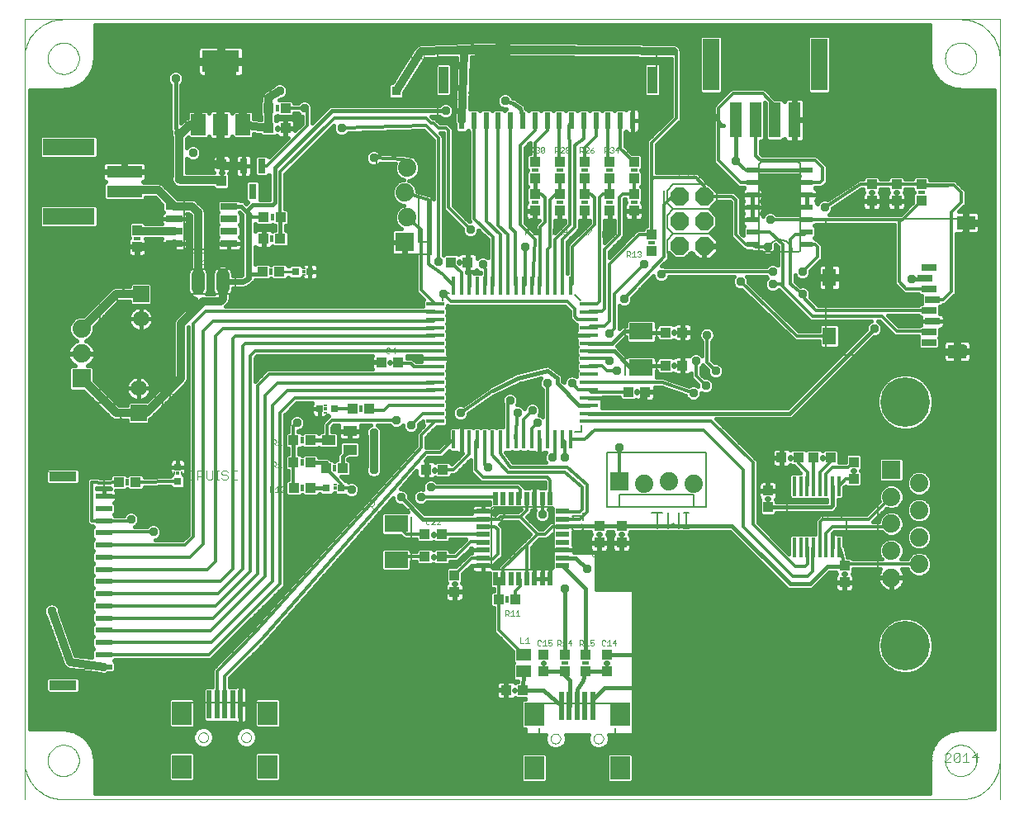
<source format=gtl>
G75*
%MOIN*%
%OFA0B0*%
%FSLAX24Y24*%
%IPPOS*%
%LPD*%
%AMOC8*
5,1,8,0,0,1.08239X$1,22.5*
%
%ADD10C,0.0000*%
%ADD11C,0.0060*%
%ADD12C,0.0030*%
%ADD13C,0.0020*%
%ADD14C,0.0160*%
%ADD15C,0.0050*%
%ADD16R,0.0736X0.0157*%
%ADD17R,0.0157X0.0736*%
%ADD18R,0.0945X0.0669*%
%ADD19C,0.0220*%
%ADD20R,0.0433X0.0394*%
%ADD21R,0.0787X0.0945*%
%ADD22R,0.0197X0.1145*%
%ADD23R,0.0748X0.0551*%
%ADD24R,0.0551X0.0709*%
%ADD25R,0.0591X0.0276*%
%ADD26R,0.0591X0.0866*%
%ADD27R,0.1496X0.0866*%
%ADD28R,0.1260X0.0730*%
%ADD29R,0.0340X0.0730*%
%ADD30C,0.0080*%
%ADD31R,0.0315X0.0591*%
%ADD32R,0.0394X0.0433*%
%ADD33OC8,0.0740*%
%ADD34R,0.0740X0.0740*%
%ADD35C,0.0740*%
%ADD36C,0.2000*%
%ADD37R,0.0180X0.0300*%
%ADD38R,0.0300X0.0180*%
%ADD39R,0.0571X0.0197*%
%ADD40R,0.0197X0.0571*%
%ADD41R,0.0591X0.0512*%
%ADD42R,0.0551X0.0394*%
%ADD43R,0.0157X0.0787*%
%ADD44R,0.0315X0.0315*%
%ADD45R,0.0118X0.0059*%
%ADD46R,0.0118X0.0118*%
%ADD47R,0.0059X0.0118*%
%ADD48R,0.1417X0.0472*%
%ADD49R,0.2087X0.0669*%
%ADD50R,0.0472X0.0236*%
%ADD51R,0.0050X0.0200*%
%ADD52C,0.0059*%
%ADD53R,0.0689X0.0256*%
%ADD54C,0.0040*%
%ADD55R,0.0236X0.0669*%
%ADD56R,0.0394X0.1102*%
%ADD57R,0.0669X0.0236*%
%ADD58R,0.1102X0.0394*%
%ADD59R,0.0472X0.1417*%
%ADD60R,0.0669X0.2087*%
%ADD61R,0.0650X0.0650*%
%ADD62C,0.0650*%
%ADD63C,0.0540*%
%ADD64C,0.0120*%
%ADD65C,0.0376*%
%ADD66R,0.0376X0.0376*%
%ADD67C,0.0270*%
%ADD68C,0.0320*%
%ADD69C,0.0337*%
%ADD70C,0.0240*%
%ADD71C,0.0100*%
D10*
X004631Y003416D02*
X004631Y034912D01*
X044001Y034912D01*
X044001Y003416D01*
X044001Y004990D02*
X044001Y033337D01*
X041796Y033337D02*
X041798Y033387D01*
X041804Y033437D01*
X041814Y033486D01*
X041828Y033534D01*
X041845Y033581D01*
X041866Y033626D01*
X041891Y033670D01*
X041919Y033711D01*
X041951Y033750D01*
X041985Y033787D01*
X042022Y033821D01*
X042062Y033851D01*
X042104Y033878D01*
X042148Y033902D01*
X042194Y033923D01*
X042241Y033939D01*
X042289Y033952D01*
X042339Y033961D01*
X042388Y033966D01*
X042439Y033967D01*
X042489Y033964D01*
X042538Y033957D01*
X042587Y033946D01*
X042635Y033931D01*
X042681Y033913D01*
X042726Y033891D01*
X042769Y033865D01*
X042810Y033836D01*
X042849Y033804D01*
X042885Y033769D01*
X042917Y033731D01*
X042947Y033691D01*
X042974Y033648D01*
X042997Y033604D01*
X043016Y033558D01*
X043032Y033510D01*
X043044Y033461D01*
X043052Y033412D01*
X043056Y033362D01*
X043056Y033312D01*
X043052Y033262D01*
X043044Y033213D01*
X043032Y033164D01*
X043016Y033116D01*
X042997Y033070D01*
X042974Y033026D01*
X042947Y032983D01*
X042917Y032943D01*
X042885Y032905D01*
X042849Y032870D01*
X042810Y032838D01*
X042769Y032809D01*
X042726Y032783D01*
X042681Y032761D01*
X042635Y032743D01*
X042587Y032728D01*
X042538Y032717D01*
X042489Y032710D01*
X042439Y032707D01*
X042388Y032708D01*
X042339Y032713D01*
X042289Y032722D01*
X042241Y032735D01*
X042194Y032751D01*
X042148Y032772D01*
X042104Y032796D01*
X042062Y032823D01*
X042022Y032853D01*
X041985Y032887D01*
X041951Y032924D01*
X041919Y032963D01*
X041891Y033004D01*
X041866Y033048D01*
X041845Y033093D01*
X041828Y033140D01*
X041814Y033188D01*
X041804Y033237D01*
X041798Y033287D01*
X041796Y033337D01*
X042426Y034912D02*
X042503Y034910D01*
X042580Y034904D01*
X042657Y034895D01*
X042733Y034882D01*
X042809Y034865D01*
X042883Y034844D01*
X042957Y034820D01*
X043029Y034792D01*
X043099Y034761D01*
X043168Y034726D01*
X043236Y034688D01*
X043301Y034647D01*
X043364Y034602D01*
X043425Y034554D01*
X043484Y034504D01*
X043540Y034451D01*
X043593Y034395D01*
X043643Y034336D01*
X043691Y034275D01*
X043736Y034212D01*
X043777Y034147D01*
X043815Y034079D01*
X043850Y034010D01*
X043881Y033940D01*
X043909Y033868D01*
X043933Y033794D01*
X043954Y033720D01*
X043971Y033644D01*
X043984Y033568D01*
X043993Y033491D01*
X043999Y033414D01*
X044001Y033337D01*
X042426Y034912D02*
X006206Y034912D01*
X005576Y033337D02*
X005578Y033387D01*
X005584Y033437D01*
X005594Y033486D01*
X005608Y033534D01*
X005625Y033581D01*
X005646Y033626D01*
X005671Y033670D01*
X005699Y033711D01*
X005731Y033750D01*
X005765Y033787D01*
X005802Y033821D01*
X005842Y033851D01*
X005884Y033878D01*
X005928Y033902D01*
X005974Y033923D01*
X006021Y033939D01*
X006069Y033952D01*
X006119Y033961D01*
X006168Y033966D01*
X006219Y033967D01*
X006269Y033964D01*
X006318Y033957D01*
X006367Y033946D01*
X006415Y033931D01*
X006461Y033913D01*
X006506Y033891D01*
X006549Y033865D01*
X006590Y033836D01*
X006629Y033804D01*
X006665Y033769D01*
X006697Y033731D01*
X006727Y033691D01*
X006754Y033648D01*
X006777Y033604D01*
X006796Y033558D01*
X006812Y033510D01*
X006824Y033461D01*
X006832Y033412D01*
X006836Y033362D01*
X006836Y033312D01*
X006832Y033262D01*
X006824Y033213D01*
X006812Y033164D01*
X006796Y033116D01*
X006777Y033070D01*
X006754Y033026D01*
X006727Y032983D01*
X006697Y032943D01*
X006665Y032905D01*
X006629Y032870D01*
X006590Y032838D01*
X006549Y032809D01*
X006506Y032783D01*
X006461Y032761D01*
X006415Y032743D01*
X006367Y032728D01*
X006318Y032717D01*
X006269Y032710D01*
X006219Y032707D01*
X006168Y032708D01*
X006119Y032713D01*
X006069Y032722D01*
X006021Y032735D01*
X005974Y032751D01*
X005928Y032772D01*
X005884Y032796D01*
X005842Y032823D01*
X005802Y032853D01*
X005765Y032887D01*
X005731Y032924D01*
X005699Y032963D01*
X005671Y033004D01*
X005646Y033048D01*
X005625Y033093D01*
X005608Y033140D01*
X005594Y033188D01*
X005584Y033237D01*
X005578Y033287D01*
X005576Y033337D01*
X004631Y033337D02*
X004633Y033414D01*
X004639Y033491D01*
X004648Y033568D01*
X004661Y033644D01*
X004678Y033720D01*
X004699Y033794D01*
X004723Y033868D01*
X004751Y033940D01*
X004782Y034010D01*
X004817Y034079D01*
X004855Y034147D01*
X004896Y034212D01*
X004941Y034275D01*
X004989Y034336D01*
X005039Y034395D01*
X005092Y034451D01*
X005148Y034504D01*
X005207Y034554D01*
X005268Y034602D01*
X005331Y034647D01*
X005396Y034688D01*
X005464Y034726D01*
X005533Y034761D01*
X005603Y034792D01*
X005675Y034820D01*
X005749Y034844D01*
X005823Y034865D01*
X005899Y034882D01*
X005975Y034895D01*
X006052Y034904D01*
X006129Y034910D01*
X006206Y034912D01*
X004631Y033337D02*
X004631Y004990D01*
X005576Y004990D02*
X005578Y005040D01*
X005584Y005090D01*
X005594Y005139D01*
X005608Y005187D01*
X005625Y005234D01*
X005646Y005279D01*
X005671Y005323D01*
X005699Y005364D01*
X005731Y005403D01*
X005765Y005440D01*
X005802Y005474D01*
X005842Y005504D01*
X005884Y005531D01*
X005928Y005555D01*
X005974Y005576D01*
X006021Y005592D01*
X006069Y005605D01*
X006119Y005614D01*
X006168Y005619D01*
X006219Y005620D01*
X006269Y005617D01*
X006318Y005610D01*
X006367Y005599D01*
X006415Y005584D01*
X006461Y005566D01*
X006506Y005544D01*
X006549Y005518D01*
X006590Y005489D01*
X006629Y005457D01*
X006665Y005422D01*
X006697Y005384D01*
X006727Y005344D01*
X006754Y005301D01*
X006777Y005257D01*
X006796Y005211D01*
X006812Y005163D01*
X006824Y005114D01*
X006832Y005065D01*
X006836Y005015D01*
X006836Y004965D01*
X006832Y004915D01*
X006824Y004866D01*
X006812Y004817D01*
X006796Y004769D01*
X006777Y004723D01*
X006754Y004679D01*
X006727Y004636D01*
X006697Y004596D01*
X006665Y004558D01*
X006629Y004523D01*
X006590Y004491D01*
X006549Y004462D01*
X006506Y004436D01*
X006461Y004414D01*
X006415Y004396D01*
X006367Y004381D01*
X006318Y004370D01*
X006269Y004363D01*
X006219Y004360D01*
X006168Y004361D01*
X006119Y004366D01*
X006069Y004375D01*
X006021Y004388D01*
X005974Y004404D01*
X005928Y004425D01*
X005884Y004449D01*
X005842Y004476D01*
X005802Y004506D01*
X005765Y004540D01*
X005731Y004577D01*
X005699Y004616D01*
X005671Y004657D01*
X005646Y004701D01*
X005625Y004746D01*
X005608Y004793D01*
X005594Y004841D01*
X005584Y004890D01*
X005578Y004940D01*
X005576Y004990D01*
X004631Y004990D02*
X004633Y004913D01*
X004639Y004836D01*
X004648Y004759D01*
X004661Y004683D01*
X004678Y004607D01*
X004699Y004533D01*
X004723Y004459D01*
X004751Y004387D01*
X004782Y004317D01*
X004817Y004248D01*
X004855Y004180D01*
X004896Y004115D01*
X004941Y004052D01*
X004989Y003991D01*
X005039Y003932D01*
X005092Y003876D01*
X005148Y003823D01*
X005207Y003773D01*
X005268Y003725D01*
X005331Y003680D01*
X005396Y003639D01*
X005464Y003601D01*
X005533Y003566D01*
X005603Y003535D01*
X005675Y003507D01*
X005749Y003483D01*
X005823Y003462D01*
X005899Y003445D01*
X005975Y003432D01*
X006052Y003423D01*
X006129Y003417D01*
X006206Y003415D01*
X006206Y003416D02*
X042426Y003416D01*
X041796Y004990D02*
X041798Y005040D01*
X041804Y005090D01*
X041814Y005139D01*
X041828Y005187D01*
X041845Y005234D01*
X041866Y005279D01*
X041891Y005323D01*
X041919Y005364D01*
X041951Y005403D01*
X041985Y005440D01*
X042022Y005474D01*
X042062Y005504D01*
X042104Y005531D01*
X042148Y005555D01*
X042194Y005576D01*
X042241Y005592D01*
X042289Y005605D01*
X042339Y005614D01*
X042388Y005619D01*
X042439Y005620D01*
X042489Y005617D01*
X042538Y005610D01*
X042587Y005599D01*
X042635Y005584D01*
X042681Y005566D01*
X042726Y005544D01*
X042769Y005518D01*
X042810Y005489D01*
X042849Y005457D01*
X042885Y005422D01*
X042917Y005384D01*
X042947Y005344D01*
X042974Y005301D01*
X042997Y005257D01*
X043016Y005211D01*
X043032Y005163D01*
X043044Y005114D01*
X043052Y005065D01*
X043056Y005015D01*
X043056Y004965D01*
X043052Y004915D01*
X043044Y004866D01*
X043032Y004817D01*
X043016Y004769D01*
X042997Y004723D01*
X042974Y004679D01*
X042947Y004636D01*
X042917Y004596D01*
X042885Y004558D01*
X042849Y004523D01*
X042810Y004491D01*
X042769Y004462D01*
X042726Y004436D01*
X042681Y004414D01*
X042635Y004396D01*
X042587Y004381D01*
X042538Y004370D01*
X042489Y004363D01*
X042439Y004360D01*
X042388Y004361D01*
X042339Y004366D01*
X042289Y004375D01*
X042241Y004388D01*
X042194Y004404D01*
X042148Y004425D01*
X042104Y004449D01*
X042062Y004476D01*
X042022Y004506D01*
X041985Y004540D01*
X041951Y004577D01*
X041919Y004616D01*
X041891Y004657D01*
X041866Y004701D01*
X041845Y004746D01*
X041828Y004793D01*
X041814Y004841D01*
X041804Y004890D01*
X041798Y004940D01*
X041796Y004990D01*
X042426Y003415D02*
X042503Y003417D01*
X042580Y003423D01*
X042657Y003432D01*
X042733Y003445D01*
X042809Y003462D01*
X042883Y003483D01*
X042957Y003507D01*
X043029Y003535D01*
X043099Y003566D01*
X043168Y003601D01*
X043236Y003639D01*
X043301Y003680D01*
X043364Y003725D01*
X043425Y003773D01*
X043484Y003823D01*
X043540Y003876D01*
X043593Y003932D01*
X043643Y003991D01*
X043691Y004052D01*
X043736Y004115D01*
X043777Y004180D01*
X043815Y004248D01*
X043850Y004317D01*
X043881Y004387D01*
X043909Y004459D01*
X043933Y004533D01*
X043954Y004607D01*
X043971Y004683D01*
X043984Y004759D01*
X043993Y004836D01*
X043999Y004913D01*
X044001Y004990D01*
X027606Y005873D02*
X027608Y005900D01*
X027614Y005927D01*
X027623Y005953D01*
X027636Y005977D01*
X027652Y006000D01*
X027671Y006019D01*
X027693Y006036D01*
X027717Y006050D01*
X027742Y006060D01*
X027769Y006067D01*
X027796Y006070D01*
X027824Y006069D01*
X027851Y006064D01*
X027877Y006056D01*
X027901Y006044D01*
X027924Y006028D01*
X027945Y006010D01*
X027962Y005989D01*
X027977Y005965D01*
X027988Y005940D01*
X027996Y005914D01*
X028000Y005887D01*
X028000Y005859D01*
X027996Y005832D01*
X027988Y005806D01*
X027977Y005781D01*
X027962Y005757D01*
X027945Y005736D01*
X027924Y005718D01*
X027902Y005702D01*
X027877Y005690D01*
X027851Y005682D01*
X027824Y005677D01*
X027796Y005676D01*
X027769Y005679D01*
X027742Y005686D01*
X027717Y005696D01*
X027693Y005710D01*
X027671Y005727D01*
X027652Y005746D01*
X027636Y005769D01*
X027623Y005793D01*
X027614Y005819D01*
X027608Y005846D01*
X027606Y005873D01*
X025873Y005873D02*
X025875Y005900D01*
X025881Y005927D01*
X025890Y005953D01*
X025903Y005977D01*
X025919Y006000D01*
X025938Y006019D01*
X025960Y006036D01*
X025984Y006050D01*
X026009Y006060D01*
X026036Y006067D01*
X026063Y006070D01*
X026091Y006069D01*
X026118Y006064D01*
X026144Y006056D01*
X026168Y006044D01*
X026191Y006028D01*
X026212Y006010D01*
X026229Y005989D01*
X026244Y005965D01*
X026255Y005940D01*
X026263Y005914D01*
X026267Y005887D01*
X026267Y005859D01*
X026263Y005832D01*
X026255Y005806D01*
X026244Y005781D01*
X026229Y005757D01*
X026212Y005736D01*
X026191Y005718D01*
X026169Y005702D01*
X026144Y005690D01*
X026118Y005682D01*
X026091Y005677D01*
X026063Y005676D01*
X026036Y005679D01*
X026009Y005686D01*
X025984Y005696D01*
X025960Y005710D01*
X025938Y005727D01*
X025919Y005746D01*
X025903Y005769D01*
X025890Y005793D01*
X025881Y005819D01*
X025875Y005846D01*
X025873Y005873D01*
X013387Y005923D02*
X013389Y005950D01*
X013395Y005977D01*
X013404Y006003D01*
X013417Y006027D01*
X013433Y006050D01*
X013452Y006069D01*
X013474Y006086D01*
X013498Y006100D01*
X013523Y006110D01*
X013550Y006117D01*
X013577Y006120D01*
X013605Y006119D01*
X013632Y006114D01*
X013658Y006106D01*
X013682Y006094D01*
X013705Y006078D01*
X013726Y006060D01*
X013743Y006039D01*
X013758Y006015D01*
X013769Y005990D01*
X013777Y005964D01*
X013781Y005937D01*
X013781Y005909D01*
X013777Y005882D01*
X013769Y005856D01*
X013758Y005831D01*
X013743Y005807D01*
X013726Y005786D01*
X013705Y005768D01*
X013683Y005752D01*
X013658Y005740D01*
X013632Y005732D01*
X013605Y005727D01*
X013577Y005726D01*
X013550Y005729D01*
X013523Y005736D01*
X013498Y005746D01*
X013474Y005760D01*
X013452Y005777D01*
X013433Y005796D01*
X013417Y005819D01*
X013404Y005843D01*
X013395Y005869D01*
X013389Y005896D01*
X013387Y005923D01*
X011655Y005923D02*
X011657Y005950D01*
X011663Y005977D01*
X011672Y006003D01*
X011685Y006027D01*
X011701Y006050D01*
X011720Y006069D01*
X011742Y006086D01*
X011766Y006100D01*
X011791Y006110D01*
X011818Y006117D01*
X011845Y006120D01*
X011873Y006119D01*
X011900Y006114D01*
X011926Y006106D01*
X011950Y006094D01*
X011973Y006078D01*
X011994Y006060D01*
X012011Y006039D01*
X012026Y006015D01*
X012037Y005990D01*
X012045Y005964D01*
X012049Y005937D01*
X012049Y005909D01*
X012045Y005882D01*
X012037Y005856D01*
X012026Y005831D01*
X012011Y005807D01*
X011994Y005786D01*
X011973Y005768D01*
X011951Y005752D01*
X011926Y005740D01*
X011900Y005732D01*
X011873Y005727D01*
X011845Y005726D01*
X011818Y005729D01*
X011791Y005736D01*
X011766Y005746D01*
X011742Y005760D01*
X011720Y005777D01*
X011701Y005796D01*
X011685Y005819D01*
X011672Y005843D01*
X011663Y005869D01*
X011657Y005896D01*
X011655Y005923D01*
D11*
X023475Y012757D02*
X023475Y015151D01*
X023552Y015227D01*
X025946Y015227D01*
X026022Y015151D01*
X026022Y012757D01*
X025946Y012680D01*
X023552Y012680D01*
X023475Y012757D01*
X023629Y014887D02*
X023631Y014914D01*
X023637Y014940D01*
X023646Y014965D01*
X023659Y014988D01*
X023675Y015009D01*
X023694Y015028D01*
X023715Y015044D01*
X023738Y015057D01*
X023763Y015066D01*
X023789Y015072D01*
X023816Y015074D01*
X023843Y015072D01*
X023869Y015066D01*
X023894Y015057D01*
X023917Y015044D01*
X023938Y015028D01*
X023957Y015009D01*
X023973Y014988D01*
X023986Y014965D01*
X023995Y014940D01*
X024001Y014914D01*
X024003Y014887D01*
X024001Y014860D01*
X023995Y014834D01*
X023986Y014809D01*
X023973Y014786D01*
X023957Y014765D01*
X023938Y014746D01*
X023917Y014730D01*
X023894Y014717D01*
X023869Y014708D01*
X023843Y014702D01*
X023816Y014700D01*
X023789Y014702D01*
X023763Y014708D01*
X023738Y014717D01*
X023715Y014730D01*
X023694Y014746D01*
X023675Y014765D01*
X023659Y014786D01*
X023646Y014809D01*
X023637Y014834D01*
X023631Y014860D01*
X023629Y014887D01*
X029961Y014986D02*
X030388Y014986D01*
X030174Y014986D02*
X030174Y014346D01*
X030605Y014346D02*
X030605Y014986D01*
X031032Y014986D02*
X031032Y014346D01*
X030819Y014559D01*
X030605Y014346D01*
X031250Y014346D02*
X031463Y014346D01*
X031357Y014346D02*
X031357Y014986D01*
X031463Y014986D02*
X031250Y014986D01*
X034423Y025515D02*
X034618Y025515D01*
X035618Y025515D01*
X035813Y025515D01*
X035836Y025517D01*
X035859Y025522D01*
X035881Y025531D01*
X035901Y025544D01*
X035919Y025559D01*
X035934Y025577D01*
X035947Y025597D01*
X035956Y025619D01*
X035961Y025642D01*
X035963Y025665D01*
X035963Y029005D01*
X035961Y029028D01*
X035956Y029051D01*
X035947Y029073D01*
X035934Y029093D01*
X035919Y029111D01*
X035901Y029126D01*
X035881Y029139D01*
X035859Y029148D01*
X035836Y029153D01*
X035813Y029155D01*
X034423Y029155D01*
X034400Y029153D01*
X034377Y029148D01*
X034355Y029139D01*
X034335Y029126D01*
X034317Y029111D01*
X034302Y029093D01*
X034289Y029073D01*
X034280Y029051D01*
X034275Y029028D01*
X034273Y029005D01*
X034273Y025665D01*
X034275Y025642D01*
X034280Y025619D01*
X034289Y025597D01*
X034302Y025577D01*
X034317Y025559D01*
X034335Y025544D01*
X034355Y025531D01*
X034377Y025522D01*
X034400Y025517D01*
X034423Y025515D01*
X034618Y025515D02*
X034620Y025559D01*
X034626Y025602D01*
X034635Y025644D01*
X034648Y025686D01*
X034665Y025726D01*
X034685Y025765D01*
X034708Y025802D01*
X034735Y025836D01*
X034764Y025869D01*
X034797Y025898D01*
X034831Y025925D01*
X034868Y025948D01*
X034907Y025968D01*
X034947Y025985D01*
X034989Y025998D01*
X035031Y026007D01*
X035074Y026013D01*
X035118Y026015D01*
X035162Y026013D01*
X035205Y026007D01*
X035247Y025998D01*
X035289Y025985D01*
X035329Y025968D01*
X035368Y025948D01*
X035405Y025925D01*
X035439Y025898D01*
X035472Y025869D01*
X035501Y025836D01*
X035528Y025802D01*
X035551Y025765D01*
X035571Y025726D01*
X035588Y025686D01*
X035601Y025644D01*
X035610Y025602D01*
X035616Y025559D01*
X035618Y025515D01*
X018501Y026734D02*
X018394Y026627D01*
X018501Y026734D02*
X018501Y026947D01*
X018394Y027054D01*
X018287Y027054D01*
X018180Y026947D01*
X018180Y026734D01*
X018074Y026627D01*
X017967Y026627D01*
X017860Y026734D01*
X017860Y026947D01*
X017967Y027054D01*
X017860Y027271D02*
X017860Y027592D01*
X017967Y027698D01*
X018180Y027698D01*
X018287Y027592D01*
X018287Y027271D01*
X018501Y027271D02*
X017860Y027271D01*
X017860Y027916D02*
X017860Y028129D01*
X017860Y028023D02*
X018501Y028023D01*
X018501Y028129D02*
X018501Y027916D01*
X013841Y031241D02*
X011261Y031241D01*
X011261Y032641D01*
X013841Y032641D01*
X013841Y031241D01*
X013031Y024816D02*
X012231Y024816D01*
X012131Y024716D01*
X012031Y024816D01*
X011231Y024816D01*
X011131Y024716D01*
X011131Y023916D01*
X011231Y023816D01*
X012031Y023816D01*
X012131Y023916D01*
X012231Y023816D01*
X013031Y023816D01*
X013131Y023916D01*
X013131Y024716D01*
X013031Y024816D01*
D12*
X010716Y023665D02*
X010716Y023568D01*
X010667Y023520D01*
X010571Y023520D02*
X010522Y023617D01*
X010522Y023665D01*
X010571Y023713D01*
X010667Y023713D01*
X010716Y023665D01*
X010571Y023520D02*
X010425Y023520D01*
X010425Y023713D01*
X010474Y023419D02*
X010425Y023370D01*
X010425Y023274D01*
X010474Y023225D01*
X010474Y023124D02*
X010425Y023076D01*
X010425Y022979D01*
X010474Y022931D01*
X010667Y022931D01*
X010716Y022979D01*
X010716Y023076D01*
X010667Y023124D01*
X010716Y023225D02*
X010522Y023419D01*
X010474Y023419D01*
X010716Y023419D02*
X010716Y023225D01*
X007398Y026116D02*
X007151Y026116D01*
X007029Y026054D02*
X007029Y026301D01*
X006782Y026301D02*
X006782Y026054D01*
X006906Y025931D01*
X007029Y026054D01*
X007274Y025992D02*
X007274Y026239D01*
X006661Y026239D02*
X006599Y026301D01*
X006476Y026301D01*
X006414Y026239D01*
X006661Y026239D02*
X006661Y026177D01*
X006414Y025931D01*
X006661Y025931D01*
X006293Y025931D02*
X006046Y025931D01*
X006169Y025931D02*
X006169Y026301D01*
X006046Y026177D01*
X006107Y030431D02*
X006231Y030431D01*
X006293Y030492D01*
X006293Y030616D01*
X006169Y030616D01*
X006046Y030739D02*
X006046Y030492D01*
X006107Y030431D01*
X006414Y030431D02*
X006414Y030801D01*
X006661Y030431D01*
X006661Y030801D01*
X006782Y030801D02*
X006967Y030801D01*
X007029Y030739D01*
X007029Y030492D01*
X006967Y030431D01*
X006782Y030431D01*
X006782Y030801D01*
X006293Y030739D02*
X006231Y030801D01*
X006107Y030801D01*
X006046Y030739D01*
X016446Y024577D02*
X016569Y024701D01*
X016569Y024331D01*
X016446Y024331D02*
X016693Y024331D01*
X016814Y024331D02*
X017061Y024577D01*
X017061Y024639D01*
X016999Y024701D01*
X016876Y024701D01*
X016814Y024639D01*
X016814Y024331D02*
X017061Y024331D01*
X017182Y024454D02*
X017306Y024331D01*
X017429Y024454D01*
X017429Y024701D01*
X017182Y024701D02*
X017182Y024454D01*
X013211Y016701D02*
X012965Y016701D01*
X012965Y016331D01*
X013211Y016331D01*
X013088Y016516D02*
X012965Y016516D01*
X012843Y016454D02*
X012781Y016516D01*
X012658Y016516D01*
X012596Y016577D01*
X012596Y016639D01*
X012658Y016701D01*
X012781Y016701D01*
X012843Y016639D01*
X012843Y016454D02*
X012843Y016392D01*
X012781Y016331D01*
X012658Y016331D01*
X012596Y016392D01*
X012474Y016331D02*
X012351Y016331D01*
X012412Y016331D02*
X012412Y016701D01*
X012351Y016701D02*
X012474Y016701D01*
X012229Y016701D02*
X012229Y016392D01*
X012167Y016331D01*
X012044Y016331D01*
X011982Y016392D01*
X011982Y016701D01*
X011861Y016639D02*
X011861Y016516D01*
X011799Y016454D01*
X011614Y016454D01*
X011614Y016331D02*
X011614Y016701D01*
X011799Y016701D01*
X011861Y016639D01*
X011737Y016454D02*
X011861Y016331D01*
X011493Y016392D02*
X011431Y016331D01*
X011307Y016331D01*
X011246Y016392D01*
X011246Y016639D01*
X011307Y016701D01*
X011431Y016701D01*
X011493Y016639D01*
X016646Y015501D02*
X016646Y015192D01*
X016707Y015131D01*
X016831Y015131D01*
X016893Y015192D01*
X016893Y015501D01*
X017014Y015439D02*
X017014Y015377D01*
X017076Y015316D01*
X017199Y015316D01*
X017261Y015254D01*
X017261Y015192D01*
X017199Y015131D01*
X017076Y015131D01*
X017014Y015192D01*
X017014Y015439D02*
X017076Y015501D01*
X017199Y015501D01*
X017261Y015439D01*
X017382Y015501D02*
X017567Y015501D01*
X017629Y015439D01*
X017629Y015377D01*
X017567Y015316D01*
X017382Y015316D01*
X017382Y015131D02*
X017382Y015501D01*
X017567Y015316D02*
X017629Y015254D01*
X017629Y015192D01*
X017567Y015131D01*
X017382Y015131D01*
X018119Y015131D02*
X018366Y015131D01*
X018487Y015131D02*
X018487Y015501D01*
X018672Y015501D01*
X018734Y015439D01*
X018734Y015316D01*
X018672Y015254D01*
X018487Y015254D01*
X018611Y015254D02*
X018734Y015131D01*
X018366Y015501D02*
X018119Y015501D01*
X018119Y015131D01*
X018119Y015316D02*
X018242Y015316D01*
X007566Y007139D02*
X007566Y007077D01*
X007319Y006831D01*
X007566Y006831D01*
X007566Y007139D02*
X007504Y007201D01*
X007381Y007201D01*
X007319Y007139D01*
X007198Y007201D02*
X007198Y006831D01*
X006951Y007201D01*
X006951Y006831D01*
X006829Y006831D02*
X006829Y007201D01*
X006582Y007201D02*
X006582Y006831D01*
X006461Y006892D02*
X006461Y007139D01*
X006399Y007201D01*
X006276Y007201D01*
X006214Y007139D01*
X006214Y006892D01*
X006276Y006831D01*
X006399Y006831D01*
X006461Y006892D01*
X006582Y007201D02*
X006829Y006831D01*
X006093Y006892D02*
X006031Y006831D01*
X005907Y006831D01*
X005846Y006892D01*
X005846Y007139D01*
X005907Y007201D01*
X006031Y007201D01*
X006093Y007139D01*
X015246Y004701D02*
X015246Y004331D01*
X015431Y004331D01*
X015493Y004392D01*
X015493Y004639D01*
X015431Y004701D01*
X015246Y004701D01*
X015614Y004701D02*
X015614Y004331D01*
X015861Y004331D01*
X015982Y004331D02*
X016167Y004331D01*
X016229Y004392D01*
X016229Y004454D01*
X016167Y004516D01*
X015982Y004516D01*
X015982Y004701D02*
X016167Y004701D01*
X016229Y004639D01*
X016229Y004577D01*
X016167Y004516D01*
X016351Y004392D02*
X016351Y004701D01*
X016598Y004701D02*
X016598Y004392D01*
X016536Y004331D01*
X016412Y004331D01*
X016351Y004392D01*
X016719Y004392D02*
X016719Y004639D01*
X016781Y004701D01*
X016904Y004701D01*
X016966Y004639D01*
X016966Y004516D02*
X016842Y004516D01*
X016966Y004516D02*
X016966Y004392D01*
X016904Y004331D01*
X016781Y004331D01*
X016719Y004392D01*
X015982Y004331D02*
X015982Y004701D01*
X015861Y004701D02*
X015614Y004701D01*
X015614Y004516D02*
X015737Y004516D01*
X029346Y004516D02*
X029593Y004516D01*
X029593Y004577D02*
X029593Y004331D01*
X029714Y004331D02*
X029714Y004701D01*
X029961Y004331D01*
X029961Y004701D01*
X030082Y004701D02*
X030267Y004701D01*
X030329Y004639D01*
X030329Y004392D01*
X030267Y004331D01*
X030082Y004331D01*
X030082Y004701D01*
X030451Y004701D02*
X030451Y004331D01*
X030451Y004454D02*
X030636Y004454D01*
X030698Y004516D01*
X030698Y004639D01*
X030636Y004701D01*
X030451Y004701D01*
X030574Y004454D02*
X030698Y004331D01*
X030819Y004392D02*
X030819Y004639D01*
X030881Y004701D01*
X031004Y004701D01*
X031066Y004639D01*
X031066Y004392D01*
X031004Y004331D01*
X030881Y004331D01*
X030819Y004392D01*
X031187Y004331D02*
X031311Y004331D01*
X031249Y004331D02*
X031249Y004701D01*
X031187Y004701D02*
X031311Y004701D01*
X031433Y004701D02*
X031618Y004701D01*
X031680Y004639D01*
X031680Y004392D01*
X031618Y004331D01*
X031433Y004331D01*
X031433Y004701D01*
X033246Y004931D02*
X033431Y004931D01*
X033493Y004992D01*
X033493Y005239D01*
X033431Y005301D01*
X033246Y005301D01*
X033246Y004931D01*
X033614Y004992D02*
X033614Y005116D01*
X033676Y005177D01*
X033799Y005177D01*
X033861Y005116D01*
X033861Y005054D01*
X033614Y005054D01*
X033614Y004992D02*
X033676Y004931D01*
X033799Y004931D01*
X033982Y004931D02*
X034167Y004931D01*
X034229Y004992D01*
X034167Y005054D01*
X034044Y005054D01*
X033982Y005116D01*
X034044Y005177D01*
X034229Y005177D01*
X034351Y005177D02*
X034412Y005177D01*
X034412Y004931D01*
X034351Y004931D02*
X034474Y004931D01*
X034596Y004992D02*
X034658Y004931D01*
X034843Y004931D01*
X034843Y004869D02*
X034843Y005177D01*
X034658Y005177D01*
X034596Y005116D01*
X034596Y004992D01*
X034720Y004807D02*
X034781Y004807D01*
X034843Y004869D01*
X034965Y004931D02*
X034965Y005177D01*
X035150Y005177D01*
X035211Y005116D01*
X035211Y004931D01*
X035333Y004992D02*
X035333Y005116D01*
X035395Y005177D01*
X035518Y005177D01*
X035580Y005116D01*
X035580Y005054D01*
X035333Y005054D01*
X035333Y004992D02*
X035395Y004931D01*
X035518Y004931D01*
X035701Y004992D02*
X035701Y005116D01*
X035763Y005177D01*
X035948Y005177D01*
X035948Y005301D02*
X035948Y004931D01*
X035763Y004931D01*
X035701Y004992D01*
X036438Y004931D02*
X036438Y005301D01*
X036438Y005177D02*
X036623Y005177D01*
X036685Y005116D01*
X036685Y004992D01*
X036623Y004931D01*
X036438Y004931D01*
X036806Y004992D02*
X036868Y004931D01*
X037053Y004931D01*
X037053Y004869D02*
X037053Y005177D01*
X037174Y005177D02*
X037174Y005116D01*
X037236Y005116D01*
X037236Y005177D01*
X037174Y005177D01*
X037174Y004992D02*
X037174Y004931D01*
X037236Y004931D01*
X037236Y004992D01*
X037174Y004992D01*
X037053Y004869D02*
X036991Y004807D01*
X036930Y004807D01*
X036806Y004992D02*
X036806Y005177D01*
X037727Y005301D02*
X037974Y005301D01*
X037850Y005301D02*
X037850Y004931D01*
X038095Y004992D02*
X038157Y004931D01*
X038342Y004931D01*
X038342Y004869D02*
X038342Y005177D01*
X038463Y005301D02*
X038525Y005301D01*
X038525Y004931D01*
X038463Y004931D02*
X038587Y004931D01*
X038709Y004992D02*
X038709Y005116D01*
X038771Y005177D01*
X038894Y005177D01*
X038956Y005116D01*
X038956Y005054D01*
X038709Y005054D01*
X038709Y004992D02*
X038771Y004931D01*
X038894Y004931D01*
X039077Y004931D02*
X039077Y005177D01*
X039077Y005054D02*
X039201Y005177D01*
X039263Y005177D01*
X039753Y005301D02*
X039938Y005301D01*
X039999Y005239D01*
X039999Y004992D01*
X039938Y004931D01*
X039753Y004931D01*
X039753Y005301D01*
X040121Y005177D02*
X040183Y005177D01*
X040183Y004931D01*
X040244Y004931D02*
X040121Y004931D01*
X040366Y004992D02*
X040428Y004931D01*
X040613Y004931D01*
X040735Y004931D02*
X040735Y005301D01*
X040613Y005177D02*
X040428Y005177D01*
X040366Y005116D01*
X040366Y004992D01*
X040183Y005301D02*
X040183Y005363D01*
X040735Y005054D02*
X040920Y005177D01*
X041042Y005116D02*
X041103Y005177D01*
X041289Y005177D01*
X041227Y005054D02*
X041103Y005054D01*
X041042Y005116D01*
X041042Y004931D02*
X041227Y004931D01*
X041289Y004992D01*
X041227Y005054D01*
X040920Y004931D02*
X040735Y005054D01*
X041778Y004931D02*
X042025Y005177D01*
X042025Y005239D01*
X041963Y005301D01*
X041840Y005301D01*
X041778Y005239D01*
X041778Y004931D02*
X042025Y004931D01*
X042147Y004992D02*
X042394Y005239D01*
X042394Y004992D01*
X042332Y004931D01*
X042208Y004931D01*
X042147Y004992D01*
X042147Y005239D01*
X042208Y005301D01*
X042332Y005301D01*
X042394Y005239D01*
X042515Y005177D02*
X042638Y005301D01*
X042638Y004931D01*
X042515Y004931D02*
X042762Y004931D01*
X042883Y005116D02*
X043130Y005116D01*
X043068Y004931D02*
X043068Y005301D01*
X042883Y005116D01*
X042561Y007631D02*
X042561Y008001D01*
X042438Y008001D02*
X042685Y008001D01*
X042316Y007939D02*
X042316Y007816D01*
X042255Y007754D01*
X042069Y007754D01*
X042069Y007631D02*
X042069Y008001D01*
X042255Y008001D01*
X042316Y007939D01*
X042193Y007754D02*
X042316Y007631D01*
X041947Y007631D02*
X041824Y007631D01*
X041886Y007631D02*
X041886Y008001D01*
X041947Y008001D02*
X041824Y008001D01*
X041702Y008001D02*
X041702Y007692D01*
X041641Y007631D01*
X041517Y007631D01*
X041456Y007692D01*
X041456Y008001D01*
X041334Y007939D02*
X041334Y007692D01*
X041272Y007631D01*
X041149Y007631D01*
X041087Y007692D01*
X041087Y007939D01*
X041149Y008001D01*
X041272Y008001D01*
X041334Y007939D01*
X041211Y007754D02*
X041334Y007631D01*
X040966Y007692D02*
X040904Y007631D01*
X040781Y007631D01*
X040719Y007692D01*
X040598Y007631D02*
X040598Y007877D01*
X040474Y008001D01*
X040351Y007877D01*
X040351Y007631D01*
X040229Y007692D02*
X040229Y007816D01*
X040106Y007816D01*
X040229Y007939D02*
X040167Y008001D01*
X040044Y008001D01*
X039982Y007939D01*
X039982Y007692D01*
X040044Y007631D01*
X040167Y007631D01*
X040229Y007692D01*
X040351Y007816D02*
X040598Y007816D01*
X040719Y007877D02*
X040781Y007816D01*
X040904Y007816D01*
X040966Y007754D01*
X040966Y007692D01*
X040966Y007939D02*
X040904Y008001D01*
X040781Y008001D01*
X040719Y007939D01*
X040719Y007877D01*
X039861Y008001D02*
X039614Y008001D01*
X039614Y007631D01*
X039861Y007631D01*
X039737Y007816D02*
X039614Y007816D01*
X039493Y008001D02*
X039493Y007631D01*
X039246Y007631D02*
X039246Y008001D01*
X039369Y007877D01*
X039493Y008001D01*
X038095Y005177D02*
X038095Y004992D01*
X038219Y004807D02*
X038280Y004807D01*
X038342Y004869D01*
X034412Y005301D02*
X034412Y005363D01*
X029593Y004577D02*
X029469Y004701D01*
X029346Y004577D01*
X029346Y004331D01*
X031046Y028531D02*
X031046Y028901D01*
X031231Y028901D01*
X031293Y028839D01*
X031293Y028716D01*
X031231Y028654D01*
X031046Y028654D01*
X031414Y028531D02*
X031414Y028901D01*
X031599Y028901D01*
X031661Y028839D01*
X031661Y028592D01*
X031599Y028531D01*
X031414Y028531D01*
X031782Y028531D02*
X031906Y028531D01*
X031844Y028531D02*
X031844Y028901D01*
X031782Y028901D02*
X031906Y028901D01*
X037346Y033592D02*
X037407Y033531D01*
X037531Y033531D01*
X037593Y033592D01*
X037593Y033901D01*
X037714Y033839D02*
X037714Y033592D01*
X037776Y033531D01*
X037899Y033531D01*
X037961Y033592D01*
X038082Y033469D02*
X038329Y033469D01*
X038574Y033531D02*
X038574Y033901D01*
X038451Y033901D02*
X038698Y033901D01*
X038819Y033901D02*
X038819Y033531D01*
X038819Y033716D02*
X038881Y033777D01*
X039004Y033777D01*
X039066Y033716D01*
X039066Y033531D01*
X039187Y033531D02*
X039187Y033777D01*
X039187Y033654D02*
X039311Y033777D01*
X039372Y033777D01*
X039494Y033716D02*
X039494Y033592D01*
X039556Y033531D01*
X039679Y033531D01*
X039741Y033592D01*
X039741Y033716D01*
X039679Y033777D01*
X039556Y033777D01*
X039494Y033716D01*
X039863Y033777D02*
X039986Y033777D01*
X039924Y033839D02*
X039924Y033592D01*
X039986Y033531D01*
X040170Y033592D02*
X040170Y033839D01*
X040108Y033777D02*
X040232Y033777D01*
X040354Y033901D02*
X040415Y033901D01*
X040415Y033531D01*
X040354Y033531D02*
X040477Y033531D01*
X040599Y033592D02*
X040599Y033716D01*
X040661Y033777D01*
X040784Y033777D01*
X040846Y033716D01*
X040846Y033654D01*
X040599Y033654D01*
X040599Y033592D02*
X040661Y033531D01*
X040784Y033531D01*
X040232Y033531D02*
X040170Y033592D01*
X037961Y033839D02*
X037899Y033901D01*
X037776Y033901D01*
X037714Y033839D01*
X037346Y033901D02*
X037346Y033592D01*
X020866Y033331D02*
X020619Y033331D01*
X020498Y033331D02*
X020498Y033701D01*
X020619Y033577D02*
X020742Y033701D01*
X020742Y033331D01*
X020498Y033331D02*
X020251Y033701D01*
X020251Y033331D01*
X020129Y033331D02*
X020129Y033701D01*
X019882Y033701D02*
X019882Y033331D01*
X019761Y033392D02*
X019699Y033331D01*
X019576Y033331D01*
X019514Y033392D01*
X019514Y033639D01*
X019576Y033701D01*
X019699Y033701D01*
X019761Y033639D01*
X019761Y033392D01*
X019882Y033701D02*
X020129Y033331D01*
X019393Y033392D02*
X019331Y033331D01*
X019207Y033331D01*
X019146Y033392D01*
X019146Y033639D01*
X019207Y033701D01*
X019331Y033701D01*
X019393Y033639D01*
D13*
X015735Y032046D02*
X015735Y031826D01*
X015662Y031826D02*
X015808Y031826D01*
X015662Y031972D02*
X015735Y032046D01*
X015588Y032009D02*
X015588Y031936D01*
X015551Y031899D01*
X015441Y031899D01*
X015514Y031899D02*
X015588Y031826D01*
X015441Y031826D02*
X015441Y032046D01*
X015551Y032046D01*
X015588Y032009D01*
X014872Y030046D02*
X014908Y030009D01*
X014908Y029972D01*
X014872Y029936D01*
X014798Y029936D01*
X014762Y029972D01*
X014762Y030009D01*
X014798Y030046D01*
X014872Y030046D01*
X014872Y029936D02*
X014908Y029899D01*
X014908Y029862D01*
X014872Y029826D01*
X014798Y029826D01*
X014762Y029862D01*
X014762Y029899D01*
X014798Y029936D01*
X014688Y030009D02*
X014651Y030046D01*
X014577Y030046D01*
X014541Y030009D01*
X014541Y029862D01*
X014577Y029826D01*
X014651Y029826D01*
X014688Y029862D01*
X012708Y028046D02*
X012562Y028046D01*
X012488Y028009D02*
X012451Y028046D01*
X012377Y028046D01*
X012341Y028009D01*
X012341Y027862D01*
X012377Y027826D01*
X012451Y027826D01*
X012488Y027862D01*
X012562Y027862D02*
X012562Y027826D01*
X012562Y027862D02*
X012708Y028009D01*
X012708Y028046D01*
X015441Y027046D02*
X015441Y026826D01*
X015441Y026899D02*
X015551Y026899D01*
X015588Y026936D01*
X015588Y027009D01*
X015551Y027046D01*
X015441Y027046D01*
X015514Y026899D02*
X015588Y026826D01*
X015662Y026826D02*
X015808Y026972D01*
X015808Y027009D01*
X015772Y027046D01*
X015698Y027046D01*
X015662Y027009D01*
X015662Y026826D02*
X015808Y026826D01*
X015883Y026936D02*
X016029Y026936D01*
X015993Y027046D02*
X015883Y026936D01*
X015993Y026826D02*
X015993Y027046D01*
X015929Y026146D02*
X015783Y026146D01*
X015783Y026036D01*
X015856Y026072D01*
X015893Y026072D01*
X015929Y026036D01*
X015929Y025962D01*
X015893Y025926D01*
X015819Y025926D01*
X015783Y025962D01*
X015708Y025926D02*
X015562Y025926D01*
X015708Y026072D01*
X015708Y026109D01*
X015672Y026146D01*
X015598Y026146D01*
X015562Y026109D01*
X015488Y026109D02*
X015488Y026036D01*
X015451Y025999D01*
X015341Y025999D01*
X015414Y025999D02*
X015488Y025926D01*
X015341Y025926D02*
X015341Y026146D01*
X015451Y026146D01*
X015488Y026109D01*
X014893Y024346D02*
X014819Y024346D01*
X014783Y024309D01*
X014783Y024272D01*
X014819Y024236D01*
X014929Y024236D01*
X014929Y024309D02*
X014893Y024346D01*
X014929Y024309D02*
X014929Y024162D01*
X014893Y024126D01*
X014819Y024126D01*
X014783Y024162D01*
X014708Y024126D02*
X014562Y024126D01*
X014635Y024126D02*
X014635Y024346D01*
X014562Y024272D01*
X014488Y024236D02*
X014451Y024199D01*
X014341Y024199D01*
X014414Y024199D02*
X014488Y024126D01*
X014488Y024236D02*
X014488Y024309D01*
X014451Y024346D01*
X014341Y024346D01*
X014341Y024126D01*
X019241Y021609D02*
X019241Y021462D01*
X019277Y021426D01*
X019351Y021426D01*
X019388Y021462D01*
X019462Y021536D02*
X019608Y021536D01*
X019572Y021646D02*
X019462Y021536D01*
X019388Y021609D02*
X019351Y021646D01*
X019277Y021646D01*
X019241Y021609D01*
X019572Y021646D02*
X019572Y021426D01*
X022877Y025426D02*
X022951Y025426D01*
X022988Y025462D01*
X023062Y025462D02*
X023098Y025426D01*
X023172Y025426D01*
X023208Y025462D01*
X023208Y025499D01*
X023172Y025536D01*
X023062Y025536D01*
X023062Y025462D01*
X023062Y025536D02*
X023135Y025609D01*
X023208Y025646D01*
X022988Y025609D02*
X022951Y025646D01*
X022877Y025646D01*
X022841Y025609D01*
X022841Y025462D01*
X022877Y025426D01*
X024841Y026226D02*
X024841Y026446D01*
X024951Y026446D01*
X024988Y026409D01*
X024988Y026336D01*
X024951Y026299D01*
X024841Y026299D01*
X024914Y026299D02*
X024988Y026226D01*
X025062Y026262D02*
X025098Y026226D01*
X025172Y026226D01*
X025208Y026262D01*
X025208Y026299D01*
X025172Y026336D01*
X025135Y026336D01*
X025172Y026336D02*
X025208Y026372D01*
X025208Y026409D01*
X025172Y026446D01*
X025098Y026446D01*
X025062Y026409D01*
X025283Y026372D02*
X025356Y026446D01*
X025356Y026226D01*
X025283Y026226D02*
X025429Y026226D01*
X025941Y026226D02*
X025941Y026446D01*
X026051Y026446D01*
X026088Y026409D01*
X026088Y026336D01*
X026051Y026299D01*
X025941Y026299D01*
X026014Y026299D02*
X026088Y026226D01*
X026162Y026226D02*
X026308Y026372D01*
X026308Y026409D01*
X026272Y026446D01*
X026198Y026446D01*
X026162Y026409D01*
X026162Y026226D02*
X026308Y026226D01*
X026383Y026262D02*
X026419Y026226D01*
X026493Y026226D01*
X026529Y026262D01*
X026529Y026409D01*
X026493Y026446D01*
X026419Y026446D01*
X026383Y026409D01*
X026383Y026372D01*
X026419Y026336D01*
X026529Y026336D01*
X026941Y026299D02*
X027051Y026299D01*
X027088Y026336D01*
X027088Y026409D01*
X027051Y026446D01*
X026941Y026446D01*
X026941Y026226D01*
X027014Y026299D02*
X027088Y026226D01*
X027162Y026226D02*
X027308Y026372D01*
X027308Y026409D01*
X027272Y026446D01*
X027198Y026446D01*
X027162Y026409D01*
X027162Y026226D02*
X027308Y026226D01*
X027383Y026226D02*
X027383Y026262D01*
X027529Y026409D01*
X027529Y026446D01*
X027383Y026446D01*
X027941Y026346D02*
X027941Y026126D01*
X027941Y026199D02*
X028051Y026199D01*
X028088Y026236D01*
X028088Y026309D01*
X028051Y026346D01*
X027941Y026346D01*
X028014Y026199D02*
X028088Y026126D01*
X028162Y026162D02*
X028198Y026126D01*
X028272Y026126D01*
X028308Y026162D01*
X028308Y026199D01*
X028272Y026236D01*
X028235Y026236D01*
X028272Y026236D02*
X028308Y026272D01*
X028308Y026309D01*
X028272Y026346D01*
X028198Y026346D01*
X028162Y026309D01*
X028383Y026346D02*
X028383Y026236D01*
X028456Y026272D01*
X028493Y026272D01*
X028529Y026236D01*
X028529Y026162D01*
X028493Y026126D01*
X028419Y026126D01*
X028383Y026162D01*
X028383Y026346D02*
X028529Y026346D01*
X028941Y026626D02*
X028941Y026846D01*
X029051Y026846D01*
X029088Y026809D01*
X029088Y026736D01*
X029051Y026699D01*
X028941Y026699D01*
X029014Y026699D02*
X029088Y026626D01*
X029162Y026662D02*
X029198Y026626D01*
X029272Y026626D01*
X029308Y026662D01*
X029308Y026699D01*
X029272Y026736D01*
X029235Y026736D01*
X029272Y026736D02*
X029308Y026772D01*
X029308Y026809D01*
X029272Y026846D01*
X029198Y026846D01*
X029162Y026809D01*
X029383Y026809D02*
X029419Y026846D01*
X029493Y026846D01*
X029529Y026809D01*
X029529Y026772D01*
X029493Y026736D01*
X029529Y026699D01*
X029529Y026662D01*
X029493Y026626D01*
X029419Y026626D01*
X029383Y026662D01*
X029456Y026736D02*
X029493Y026736D01*
X029493Y025546D02*
X029529Y025509D01*
X029529Y025472D01*
X029493Y025436D01*
X029529Y025399D01*
X029529Y025362D01*
X029493Y025326D01*
X029419Y025326D01*
X029383Y025362D01*
X029308Y025326D02*
X029162Y025326D01*
X029235Y025326D02*
X029235Y025546D01*
X029162Y025472D01*
X029088Y025436D02*
X029051Y025399D01*
X028941Y025399D01*
X029014Y025399D02*
X029088Y025326D01*
X029088Y025436D02*
X029088Y025509D01*
X029051Y025546D01*
X028941Y025546D01*
X028941Y025326D01*
X029383Y025509D02*
X029419Y025546D01*
X029493Y025546D01*
X029493Y025436D02*
X029456Y025436D01*
X030777Y022946D02*
X030741Y022909D01*
X030741Y022762D01*
X030777Y022726D01*
X030851Y022726D01*
X030888Y022762D01*
X030962Y022726D02*
X031108Y022872D01*
X031108Y022909D01*
X031072Y022946D01*
X030998Y022946D01*
X030962Y022909D01*
X030888Y022909D02*
X030851Y022946D01*
X030777Y022946D01*
X030962Y022726D02*
X031108Y022726D01*
X031035Y020546D02*
X031035Y020326D01*
X030962Y020326D02*
X031108Y020326D01*
X030962Y020472D02*
X031035Y020546D01*
X030888Y020509D02*
X030851Y020546D01*
X030777Y020546D01*
X030741Y020509D01*
X030741Y020362D01*
X030777Y020326D01*
X030851Y020326D01*
X030888Y020362D01*
X029508Y019409D02*
X029508Y019372D01*
X029472Y019336D01*
X029508Y019299D01*
X029508Y019262D01*
X029472Y019226D01*
X029398Y019226D01*
X029362Y019262D01*
X029288Y019262D02*
X029251Y019226D01*
X029177Y019226D01*
X029141Y019262D01*
X029141Y019409D01*
X029177Y019446D01*
X029251Y019446D01*
X029288Y019409D01*
X029362Y019409D02*
X029398Y019446D01*
X029472Y019446D01*
X029508Y019409D01*
X029472Y019336D02*
X029435Y019336D01*
X035241Y017909D02*
X035241Y017762D01*
X035277Y017726D01*
X035351Y017726D01*
X035388Y017762D01*
X035462Y017726D02*
X035608Y017872D01*
X035608Y017909D01*
X035572Y017946D01*
X035498Y017946D01*
X035462Y017909D01*
X035388Y017909D02*
X035351Y017946D01*
X035277Y017946D01*
X035241Y017909D01*
X035462Y017726D02*
X035608Y017726D01*
X035683Y017726D02*
X035829Y017726D01*
X035756Y017726D02*
X035756Y017946D01*
X035683Y017872D01*
X036541Y017909D02*
X036541Y017762D01*
X036577Y017726D01*
X036651Y017726D01*
X036688Y017762D01*
X036762Y017726D02*
X036908Y017726D01*
X036835Y017726D02*
X036835Y017946D01*
X036762Y017872D01*
X036688Y017909D02*
X036651Y017946D01*
X036577Y017946D01*
X036541Y017909D01*
X036983Y017909D02*
X036983Y017872D01*
X037019Y017836D01*
X037093Y017836D01*
X037129Y017799D01*
X037129Y017762D01*
X037093Y017726D01*
X037019Y017726D01*
X036983Y017762D01*
X036983Y017799D01*
X037019Y017836D01*
X037093Y017836D02*
X037129Y017872D01*
X037129Y017909D01*
X037093Y017946D01*
X037019Y017946D01*
X036983Y017909D01*
X037841Y017609D02*
X037841Y017462D01*
X037877Y017426D01*
X037951Y017426D01*
X037988Y017462D01*
X038062Y017426D02*
X038208Y017426D01*
X038135Y017426D02*
X038135Y017646D01*
X038062Y017572D01*
X037988Y017609D02*
X037951Y017646D01*
X037877Y017646D01*
X037841Y017609D01*
X038283Y017646D02*
X038429Y017646D01*
X038429Y017609D01*
X038283Y017462D01*
X038283Y017426D01*
X037056Y014946D02*
X036982Y014946D01*
X036946Y014909D01*
X036871Y014909D02*
X036871Y014872D01*
X036835Y014836D01*
X036871Y014799D01*
X036871Y014762D01*
X036835Y014726D01*
X036761Y014726D01*
X036725Y014762D01*
X036650Y014726D02*
X036504Y014726D01*
X036650Y014872D01*
X036650Y014909D01*
X036614Y014946D01*
X036540Y014946D01*
X036504Y014909D01*
X036429Y014946D02*
X036283Y014726D01*
X036208Y014726D02*
X036208Y014872D01*
X036135Y014946D01*
X036062Y014872D01*
X036062Y014726D01*
X035988Y014726D02*
X035988Y014946D01*
X035914Y014872D01*
X035841Y014946D01*
X035841Y014726D01*
X036062Y014836D02*
X036208Y014836D01*
X036283Y014946D02*
X036429Y014726D01*
X036725Y014909D02*
X036761Y014946D01*
X036835Y014946D01*
X036871Y014909D01*
X036835Y014836D02*
X036798Y014836D01*
X036946Y014726D02*
X037092Y014872D01*
X037092Y014909D01*
X037056Y014946D01*
X037092Y014726D02*
X036946Y014726D01*
X034929Y014662D02*
X034893Y014626D01*
X034819Y014626D01*
X034783Y014662D01*
X034929Y014809D01*
X034929Y014662D01*
X034783Y014662D02*
X034783Y014809D01*
X034819Y014846D01*
X034893Y014846D01*
X034929Y014809D01*
X034708Y014809D02*
X034672Y014846D01*
X034598Y014846D01*
X034562Y014809D01*
X034488Y014809D02*
X034451Y014846D01*
X034377Y014846D01*
X034341Y014809D01*
X034341Y014662D01*
X034377Y014626D01*
X034451Y014626D01*
X034488Y014662D01*
X034562Y014626D02*
X034708Y014772D01*
X034708Y014809D01*
X034708Y014626D02*
X034562Y014626D01*
X037477Y011746D02*
X037441Y011709D01*
X037441Y011562D01*
X037477Y011526D01*
X037551Y011526D01*
X037588Y011562D01*
X037662Y011526D02*
X037808Y011526D01*
X037735Y011526D02*
X037735Y011746D01*
X037662Y011672D01*
X037588Y011709D02*
X037551Y011746D01*
X037477Y011746D01*
X037883Y011709D02*
X037883Y011672D01*
X037919Y011636D01*
X038029Y011636D01*
X038029Y011709D02*
X037993Y011746D01*
X037919Y011746D01*
X037883Y011709D01*
X038029Y011709D02*
X038029Y011562D01*
X037993Y011526D01*
X037919Y011526D01*
X037883Y011562D01*
X029129Y013226D02*
X028983Y013226D01*
X029056Y013226D02*
X029056Y013446D01*
X028983Y013372D01*
X028908Y013226D02*
X028762Y013226D01*
X028835Y013226D02*
X028835Y013446D01*
X028762Y013372D01*
X028688Y013409D02*
X028651Y013446D01*
X028577Y013446D01*
X028541Y013409D01*
X028541Y013262D01*
X028577Y013226D01*
X028651Y013226D01*
X028688Y013262D01*
X028129Y013226D02*
X027983Y013226D01*
X028129Y013372D01*
X028129Y013409D01*
X028093Y013446D01*
X028019Y013446D01*
X027983Y013409D01*
X027835Y013446D02*
X027835Y013226D01*
X027762Y013226D02*
X027908Y013226D01*
X027762Y013372D02*
X027835Y013446D01*
X027688Y013409D02*
X027651Y013446D01*
X027577Y013446D01*
X027541Y013409D01*
X027541Y013262D01*
X027577Y013226D01*
X027651Y013226D01*
X027688Y013262D01*
X024556Y011046D02*
X024556Y010826D01*
X024483Y010826D02*
X024629Y010826D01*
X024483Y010972D02*
X024556Y011046D01*
X024335Y011046D02*
X024335Y010826D01*
X024262Y010826D02*
X024408Y010826D01*
X024262Y010972D02*
X024335Y011046D01*
X024188Y011009D02*
X024188Y010936D01*
X024151Y010899D01*
X024041Y010899D01*
X024114Y010899D02*
X024188Y010826D01*
X024041Y010826D02*
X024041Y011046D01*
X024151Y011046D01*
X024188Y011009D01*
X024641Y009946D02*
X024641Y009726D01*
X024788Y009726D01*
X024862Y009726D02*
X025008Y009726D01*
X024935Y009726D02*
X024935Y009946D01*
X024862Y009872D01*
X025341Y009809D02*
X025341Y009662D01*
X025377Y009626D01*
X025451Y009626D01*
X025488Y009662D01*
X025562Y009626D02*
X025708Y009626D01*
X025635Y009626D02*
X025635Y009846D01*
X025562Y009772D01*
X025488Y009809D02*
X025451Y009846D01*
X025377Y009846D01*
X025341Y009809D01*
X025783Y009846D02*
X025783Y009736D01*
X025856Y009772D01*
X025893Y009772D01*
X025929Y009736D01*
X025929Y009662D01*
X025893Y009626D01*
X025819Y009626D01*
X025783Y009662D01*
X025783Y009846D02*
X025929Y009846D01*
X026141Y009846D02*
X026251Y009846D01*
X026288Y009809D01*
X026288Y009736D01*
X026251Y009699D01*
X026141Y009699D01*
X026214Y009699D02*
X026288Y009626D01*
X026362Y009626D02*
X026508Y009626D01*
X026435Y009626D02*
X026435Y009846D01*
X026362Y009772D01*
X026583Y009736D02*
X026693Y009846D01*
X026693Y009626D01*
X026729Y009736D02*
X026583Y009736D01*
X026141Y009626D02*
X026141Y009846D01*
X027041Y009846D02*
X027041Y009626D01*
X027041Y009699D02*
X027151Y009699D01*
X027188Y009736D01*
X027188Y009809D01*
X027151Y009846D01*
X027041Y009846D01*
X027114Y009699D02*
X027188Y009626D01*
X027262Y009626D02*
X027408Y009626D01*
X027335Y009626D02*
X027335Y009846D01*
X027262Y009772D01*
X027483Y009736D02*
X027556Y009772D01*
X027593Y009772D01*
X027629Y009736D01*
X027629Y009662D01*
X027593Y009626D01*
X027519Y009626D01*
X027483Y009662D01*
X027483Y009736D02*
X027483Y009846D01*
X027629Y009846D01*
X027941Y009809D02*
X027941Y009662D01*
X027977Y009626D01*
X028051Y009626D01*
X028088Y009662D01*
X028162Y009626D02*
X028308Y009626D01*
X028235Y009626D02*
X028235Y009846D01*
X028162Y009772D01*
X028088Y009809D02*
X028051Y009846D01*
X027977Y009846D01*
X027941Y009809D01*
X028383Y009736D02*
X028529Y009736D01*
X028493Y009846D02*
X028383Y009736D01*
X028493Y009626D02*
X028493Y009846D01*
X023629Y007909D02*
X023629Y007872D01*
X023593Y007836D01*
X023629Y007799D01*
X023629Y007762D01*
X023593Y007726D01*
X023519Y007726D01*
X023483Y007762D01*
X023408Y007726D02*
X023262Y007726D01*
X023335Y007726D02*
X023335Y007946D01*
X023262Y007872D01*
X023188Y007909D02*
X023151Y007946D01*
X023077Y007946D01*
X023041Y007909D01*
X023041Y007762D01*
X023077Y007726D01*
X023151Y007726D01*
X023188Y007762D01*
X023483Y007909D02*
X023519Y007946D01*
X023593Y007946D01*
X023629Y007909D01*
X023593Y007836D02*
X023556Y007836D01*
X022193Y011126D02*
X022229Y011162D01*
X022229Y011199D01*
X022193Y011236D01*
X022083Y011236D01*
X022083Y011162D01*
X022119Y011126D01*
X022193Y011126D01*
X022083Y011236D02*
X022156Y011309D01*
X022229Y011346D01*
X021935Y011346D02*
X021935Y011126D01*
X021862Y011126D02*
X022008Y011126D01*
X021862Y011272D02*
X021935Y011346D01*
X021788Y011309D02*
X021751Y011346D01*
X021677Y011346D01*
X021641Y011309D01*
X021641Y011162D01*
X021677Y011126D01*
X021751Y011126D01*
X021788Y011162D01*
X021393Y012526D02*
X021319Y012526D01*
X021283Y012562D01*
X021208Y012526D02*
X021062Y012526D01*
X021208Y012672D01*
X021208Y012709D01*
X021172Y012746D01*
X021098Y012746D01*
X021062Y012709D01*
X020988Y012709D02*
X020951Y012746D01*
X020877Y012746D01*
X020841Y012709D01*
X020841Y012562D01*
X020877Y012526D01*
X020951Y012526D01*
X020988Y012562D01*
X021283Y012709D02*
X021319Y012746D01*
X021393Y012746D01*
X021429Y012709D01*
X021429Y012672D01*
X021393Y012636D01*
X021429Y012599D01*
X021429Y012562D01*
X021393Y012526D01*
X021393Y012636D02*
X021356Y012636D01*
X021283Y014526D02*
X021429Y014672D01*
X021429Y014709D01*
X021393Y014746D01*
X021319Y014746D01*
X021283Y014709D01*
X021208Y014709D02*
X021172Y014746D01*
X021098Y014746D01*
X021062Y014709D01*
X020988Y014709D02*
X020951Y014746D01*
X020877Y014746D01*
X020841Y014709D01*
X020841Y014562D01*
X020877Y014526D01*
X020951Y014526D01*
X020988Y014562D01*
X021062Y014526D02*
X021208Y014672D01*
X021208Y014709D01*
X021208Y014526D02*
X021062Y014526D01*
X021283Y014526D02*
X021429Y014526D01*
X020171Y015026D02*
X020025Y015026D01*
X020171Y015172D01*
X020025Y015172D01*
X019950Y015136D02*
X019804Y015136D01*
X019804Y015026D02*
X019804Y015246D01*
X019729Y015246D02*
X019729Y015026D01*
X019583Y015026D02*
X019583Y015246D01*
X019656Y015172D01*
X019729Y015246D01*
X019950Y015246D02*
X019950Y015026D01*
X019508Y015026D02*
X019362Y015026D01*
X019508Y015172D01*
X019508Y015209D01*
X019472Y015246D01*
X019398Y015246D01*
X019362Y015209D01*
X019214Y015246D02*
X019214Y015026D01*
X019141Y015026D02*
X019288Y015026D01*
X019141Y015172D02*
X019214Y015246D01*
X018393Y016626D02*
X018319Y016626D01*
X018283Y016662D01*
X018283Y016699D01*
X018319Y016736D01*
X018393Y016736D01*
X018429Y016699D01*
X018429Y016662D01*
X018393Y016626D01*
X018393Y016736D02*
X018429Y016772D01*
X018429Y016809D01*
X018393Y016846D01*
X018319Y016846D01*
X018283Y016809D01*
X018283Y016772D01*
X018319Y016736D01*
X018208Y016626D02*
X018062Y016626D01*
X018135Y016626D02*
X018135Y016846D01*
X018062Y016772D01*
X017988Y016736D02*
X017951Y016699D01*
X017841Y016699D01*
X017914Y016699D02*
X017988Y016626D01*
X017988Y016736D02*
X017988Y016809D01*
X017951Y016846D01*
X017841Y016846D01*
X017841Y016626D01*
X015229Y016862D02*
X015229Y016899D01*
X015193Y016936D01*
X015083Y016936D01*
X015083Y016862D01*
X015119Y016826D01*
X015193Y016826D01*
X015229Y016862D01*
X015083Y016936D02*
X015156Y017009D01*
X015229Y017046D01*
X014935Y017046D02*
X014935Y016826D01*
X014862Y016826D02*
X015008Y016826D01*
X014862Y016972D02*
X014935Y017046D01*
X014788Y017009D02*
X014788Y016936D01*
X014751Y016899D01*
X014641Y016899D01*
X014714Y016899D02*
X014788Y016826D01*
X014641Y016826D02*
X014641Y017046D01*
X014751Y017046D01*
X014788Y017009D01*
X014788Y017726D02*
X014714Y017799D01*
X014751Y017799D02*
X014641Y017799D01*
X014641Y017726D02*
X014641Y017946D01*
X014751Y017946D01*
X014788Y017909D01*
X014788Y017836D01*
X014751Y017799D01*
X014862Y017726D02*
X015008Y017726D01*
X014935Y017726D02*
X014935Y017946D01*
X014862Y017872D01*
X015083Y017946D02*
X015229Y017946D01*
X015229Y017909D01*
X015083Y017762D01*
X015083Y017726D01*
X015093Y016046D02*
X015019Y016046D01*
X014983Y016009D01*
X015093Y016046D02*
X015129Y016009D01*
X015129Y015972D01*
X014983Y015826D01*
X015129Y015826D01*
X014908Y015826D02*
X014762Y015826D01*
X014835Y015826D02*
X014835Y016046D01*
X014762Y015972D01*
X014688Y015936D02*
X014651Y015899D01*
X014541Y015899D01*
X014614Y015899D02*
X014688Y015826D01*
X014688Y015936D02*
X014688Y016009D01*
X014651Y016046D01*
X014541Y016046D01*
X014541Y015826D01*
X010621Y019262D02*
X010621Y019336D01*
X010584Y019372D01*
X010621Y019447D02*
X010474Y019593D01*
X010437Y019593D01*
X010401Y019557D01*
X010401Y019483D01*
X010437Y019447D01*
X010437Y019372D02*
X010401Y019336D01*
X010401Y019262D01*
X010437Y019226D01*
X010584Y019226D01*
X010621Y019262D01*
X010621Y019447D02*
X010621Y019593D01*
X010511Y019668D02*
X010511Y019814D01*
X010621Y019778D02*
X010401Y019778D01*
X010511Y019668D01*
X009256Y016946D02*
X009256Y016726D01*
X009183Y016726D02*
X009329Y016726D01*
X009183Y016872D02*
X009256Y016946D01*
X009108Y016909D02*
X009072Y016946D01*
X008998Y016946D01*
X008962Y016909D01*
X008888Y016909D02*
X008888Y016836D01*
X008851Y016799D01*
X008741Y016799D01*
X008814Y016799D02*
X008888Y016726D01*
X008962Y016726D02*
X009108Y016872D01*
X009108Y016909D01*
X009108Y016726D02*
X008962Y016726D01*
X008888Y016909D02*
X008851Y016946D01*
X008741Y016946D01*
X008741Y016726D01*
X020941Y017062D02*
X020977Y017026D01*
X021051Y017026D01*
X021088Y017062D01*
X021162Y017062D02*
X021198Y017026D01*
X021272Y017026D01*
X021308Y017062D01*
X021308Y017136D01*
X021272Y017172D01*
X021235Y017172D01*
X021162Y017136D01*
X021162Y017246D01*
X021308Y017246D01*
X021088Y017209D02*
X021051Y017246D01*
X020977Y017246D01*
X020941Y017209D01*
X020941Y017062D01*
X009408Y026726D02*
X009262Y026726D01*
X009408Y026872D01*
X009408Y026909D01*
X009372Y026946D01*
X009298Y026946D01*
X009262Y026909D01*
X009188Y026909D02*
X009188Y026836D01*
X009151Y026799D01*
X009041Y026799D01*
X009114Y026799D02*
X009188Y026726D01*
X009041Y026726D02*
X009041Y026946D01*
X009151Y026946D01*
X009188Y026909D01*
X025041Y029526D02*
X025041Y029746D01*
X025151Y029746D01*
X025188Y029709D01*
X025188Y029636D01*
X025151Y029599D01*
X025041Y029599D01*
X025114Y029599D02*
X025188Y029526D01*
X025262Y029562D02*
X025298Y029526D01*
X025372Y029526D01*
X025408Y029562D01*
X025408Y029599D01*
X025372Y029636D01*
X025335Y029636D01*
X025372Y029636D02*
X025408Y029672D01*
X025408Y029709D01*
X025372Y029746D01*
X025298Y029746D01*
X025262Y029709D01*
X025483Y029709D02*
X025483Y029562D01*
X025629Y029709D01*
X025629Y029562D01*
X025593Y029526D01*
X025519Y029526D01*
X025483Y029562D01*
X025483Y029709D02*
X025519Y029746D01*
X025593Y029746D01*
X025629Y029709D01*
X026041Y029746D02*
X026041Y029526D01*
X026041Y029599D02*
X026151Y029599D01*
X026188Y029636D01*
X026188Y029709D01*
X026151Y029746D01*
X026041Y029746D01*
X026114Y029599D02*
X026188Y029526D01*
X026262Y029526D02*
X026408Y029672D01*
X026408Y029709D01*
X026372Y029746D01*
X026298Y029746D01*
X026262Y029709D01*
X026262Y029526D02*
X026408Y029526D01*
X026483Y029562D02*
X026483Y029599D01*
X026519Y029636D01*
X026593Y029636D01*
X026629Y029599D01*
X026629Y029562D01*
X026593Y029526D01*
X026519Y029526D01*
X026483Y029562D01*
X026519Y029636D02*
X026483Y029672D01*
X026483Y029709D01*
X026519Y029746D01*
X026593Y029746D01*
X026629Y029709D01*
X026629Y029672D01*
X026593Y029636D01*
X027041Y029599D02*
X027151Y029599D01*
X027188Y029636D01*
X027188Y029709D01*
X027151Y029746D01*
X027041Y029746D01*
X027041Y029526D01*
X027114Y029599D02*
X027188Y029526D01*
X027262Y029526D02*
X027408Y029672D01*
X027408Y029709D01*
X027372Y029746D01*
X027298Y029746D01*
X027262Y029709D01*
X027262Y029526D02*
X027408Y029526D01*
X027483Y029562D02*
X027519Y029526D01*
X027593Y029526D01*
X027629Y029562D01*
X027629Y029599D01*
X027593Y029636D01*
X027483Y029636D01*
X027483Y029562D01*
X027483Y029636D02*
X027556Y029709D01*
X027629Y029746D01*
X028041Y029746D02*
X028041Y029526D01*
X028041Y029599D02*
X028151Y029599D01*
X028188Y029636D01*
X028188Y029709D01*
X028151Y029746D01*
X028041Y029746D01*
X028114Y029599D02*
X028188Y029526D01*
X028262Y029562D02*
X028298Y029526D01*
X028372Y029526D01*
X028408Y029562D01*
X028408Y029599D01*
X028372Y029636D01*
X028335Y029636D01*
X028372Y029636D02*
X028408Y029672D01*
X028408Y029709D01*
X028372Y029746D01*
X028298Y029746D01*
X028262Y029709D01*
X028483Y029636D02*
X028629Y029636D01*
X028593Y029746D02*
X028483Y029636D01*
X028593Y029526D02*
X028593Y029746D01*
X028941Y029746D02*
X028941Y029526D01*
X028941Y029599D02*
X029051Y029599D01*
X029088Y029636D01*
X029088Y029709D01*
X029051Y029746D01*
X028941Y029746D01*
X029014Y029599D02*
X029088Y029526D01*
X029162Y029562D02*
X029198Y029526D01*
X029272Y029526D01*
X029308Y029562D01*
X029308Y029599D01*
X029272Y029636D01*
X029235Y029636D01*
X029272Y029636D02*
X029308Y029672D01*
X029308Y029709D01*
X029272Y029746D01*
X029198Y029746D01*
X029162Y029709D01*
X029383Y029709D02*
X029419Y029746D01*
X029493Y029746D01*
X029529Y029709D01*
X029529Y029672D01*
X029383Y029526D01*
X029529Y029526D01*
X034641Y028346D02*
X034641Y028126D01*
X034751Y028126D01*
X034788Y028162D01*
X034788Y028309D01*
X034751Y028346D01*
X034641Y028346D01*
X034862Y028272D02*
X034898Y028272D01*
X034898Y028126D01*
X034862Y028126D02*
X034935Y028126D01*
X035009Y028162D02*
X035046Y028126D01*
X035156Y028126D01*
X035156Y028089D02*
X035156Y028272D01*
X035046Y028272D01*
X035009Y028236D01*
X035009Y028162D01*
X035082Y028052D02*
X035119Y028052D01*
X035156Y028089D01*
X035230Y028126D02*
X035303Y028126D01*
X035267Y028126D02*
X035267Y028272D01*
X035230Y028272D01*
X035267Y028346D02*
X035267Y028383D01*
X035377Y028346D02*
X035487Y028346D01*
X035524Y028309D01*
X035524Y028236D01*
X035487Y028199D01*
X035377Y028199D01*
X035377Y028126D02*
X035377Y028346D01*
X035598Y028236D02*
X035598Y028162D01*
X035635Y028126D01*
X035708Y028126D01*
X035745Y028162D01*
X035745Y028236D01*
X035708Y028272D01*
X035635Y028272D01*
X035598Y028236D01*
X035819Y028272D02*
X035893Y028272D01*
X035856Y028309D02*
X035856Y028162D01*
X035893Y028126D01*
X034898Y028346D02*
X034898Y028383D01*
X038641Y028662D02*
X038677Y028626D01*
X038751Y028626D01*
X038788Y028662D01*
X038862Y028662D02*
X038898Y028626D01*
X038972Y028626D01*
X039008Y028662D01*
X039008Y028809D01*
X038972Y028846D01*
X038898Y028846D01*
X038862Y028809D01*
X038862Y028772D01*
X038898Y028736D01*
X039008Y028736D01*
X038788Y028809D02*
X038751Y028846D01*
X038677Y028846D01*
X038641Y028809D01*
X038641Y028662D01*
X039541Y028662D02*
X039577Y028626D01*
X039651Y028626D01*
X039688Y028662D01*
X039762Y028626D02*
X039908Y028626D01*
X039835Y028626D02*
X039835Y028846D01*
X039762Y028772D01*
X039688Y028809D02*
X039651Y028846D01*
X039577Y028846D01*
X039541Y028809D01*
X039541Y028662D01*
X039983Y028662D02*
X040129Y028809D01*
X040129Y028662D01*
X040093Y028626D01*
X040019Y028626D01*
X039983Y028662D01*
X039983Y028809D01*
X040019Y028846D01*
X040093Y028846D01*
X040129Y028809D01*
X040641Y028846D02*
X040751Y028846D01*
X040788Y028809D01*
X040788Y028736D01*
X040751Y028699D01*
X040641Y028699D01*
X040714Y028699D02*
X040788Y028626D01*
X040862Y028662D02*
X040898Y028626D01*
X040972Y028626D01*
X041008Y028662D01*
X041008Y028809D01*
X040972Y028846D01*
X040898Y028846D01*
X040862Y028809D01*
X040862Y028772D01*
X040898Y028736D01*
X041008Y028736D01*
X040641Y028626D02*
X040641Y028846D01*
D14*
X040576Y028607D02*
X040494Y028525D01*
X040494Y028450D01*
X040168Y028450D01*
X040168Y028525D01*
X040086Y028607D01*
X039576Y028607D01*
X039494Y028525D01*
X039494Y028450D01*
X039168Y028450D01*
X039168Y028525D01*
X039086Y028607D01*
X038576Y028607D01*
X038494Y028525D01*
X038494Y028450D01*
X038386Y028450D01*
X038326Y028463D01*
X038306Y028450D01*
X038283Y028450D01*
X038239Y028406D01*
X037040Y027625D01*
X036996Y027644D01*
X036865Y027644D01*
X036745Y027594D01*
X036653Y027501D01*
X036636Y027462D01*
X036636Y027477D01*
X036624Y027522D01*
X036600Y027564D01*
X036579Y027585D01*
X036600Y027606D01*
X036624Y027647D01*
X036636Y027693D01*
X036636Y027835D01*
X036636Y027977D01*
X036624Y028022D01*
X036600Y028064D01*
X036567Y028097D01*
X036546Y028109D01*
X036553Y028116D01*
X036814Y028116D01*
X036931Y028233D01*
X037031Y028333D01*
X037031Y028998D01*
X036914Y029116D01*
X036614Y029416D01*
X034414Y029416D01*
X034337Y029492D01*
X034337Y030003D01*
X034431Y030003D01*
X034513Y030085D01*
X034513Y031550D01*
X034548Y031515D01*
X034548Y030085D01*
X034630Y030003D01*
X035219Y030003D01*
X035301Y030085D01*
X035301Y030100D01*
X035308Y030073D01*
X035332Y030032D01*
X035365Y029999D01*
X035406Y029975D01*
X035452Y029963D01*
X035674Y029963D01*
X035674Y030813D01*
X035750Y030813D01*
X035750Y029963D01*
X035972Y029963D01*
X036018Y029975D01*
X036059Y029999D01*
X036092Y030032D01*
X036116Y030073D01*
X036128Y030119D01*
X036128Y030813D01*
X035750Y030813D01*
X035750Y030890D01*
X035674Y030890D01*
X035674Y031740D01*
X035452Y031740D01*
X035406Y031728D01*
X035365Y031704D01*
X035332Y031671D01*
X035308Y031630D01*
X035301Y031603D01*
X035301Y031618D01*
X035219Y031700D01*
X034929Y031700D01*
X034631Y031998D01*
X034514Y032116D01*
X033148Y032116D01*
X032548Y031516D01*
X032431Y031398D01*
X032431Y029133D01*
X033331Y028233D01*
X033448Y028116D01*
X033682Y028116D01*
X033689Y028109D01*
X033669Y028097D01*
X033635Y028064D01*
X033611Y028022D01*
X033599Y027977D01*
X033599Y027835D01*
X034015Y027835D01*
X034015Y027835D01*
X033599Y027835D01*
X033599Y027693D01*
X033611Y027647D01*
X033635Y027606D01*
X033656Y027585D01*
X033635Y027564D01*
X033611Y027522D01*
X033599Y027477D01*
X033599Y027335D01*
X034015Y027335D01*
X034015Y027335D01*
X033599Y027335D01*
X033599Y027193D01*
X033611Y027147D01*
X033635Y027106D01*
X033656Y027085D01*
X033635Y027064D01*
X033611Y027022D01*
X033599Y026977D01*
X033599Y026835D01*
X034015Y026835D01*
X034015Y026835D01*
X033599Y026835D01*
X033599Y026693D01*
X033611Y026647D01*
X033635Y026606D01*
X033669Y026573D01*
X033689Y026561D01*
X033639Y026511D01*
X033639Y026190D01*
X033531Y026298D01*
X033531Y027698D01*
X033414Y027816D01*
X033271Y027958D01*
X032586Y027958D01*
X032586Y027969D01*
X032288Y028268D01*
X032261Y028268D01*
X031931Y028598D01*
X031814Y028716D01*
X030156Y028716D01*
X030156Y029858D01*
X031014Y030716D01*
X031131Y030833D01*
X031131Y033598D01*
X031131Y033599D01*
X031131Y033671D01*
X031087Y033782D01*
X031004Y033868D01*
X030894Y033915D01*
X022985Y034015D01*
X022977Y034018D01*
X022926Y034016D01*
X022875Y034016D01*
X022867Y034013D01*
X021827Y033968D01*
X021775Y033966D01*
X021724Y033966D01*
X021716Y033963D01*
X020649Y033917D01*
X020621Y033921D01*
X020590Y033914D01*
X020558Y033913D01*
X020533Y033901D01*
X020505Y033895D01*
X020479Y033876D01*
X020450Y033862D01*
X020431Y033842D01*
X020408Y033825D01*
X020391Y033798D01*
X020369Y033774D01*
X020360Y033748D01*
X019482Y032344D01*
X019385Y032344D01*
X019303Y032262D01*
X019303Y031770D01*
X019385Y031688D01*
X019877Y031688D01*
X019959Y031770D01*
X019959Y031975D01*
X020801Y033323D01*
X021734Y033363D01*
X021786Y033366D01*
X022075Y033363D01*
X021984Y030767D01*
X022026Y030655D01*
X022028Y030653D01*
X022028Y030423D01*
X022110Y030341D01*
X022462Y030341D01*
X022532Y030411D01*
X022578Y030365D01*
X022578Y026786D01*
X022620Y026744D01*
X022585Y026744D01*
X021931Y027398D01*
X021931Y030498D01*
X021814Y030616D01*
X021714Y030716D01*
X021414Y030716D01*
X021331Y030798D01*
X021331Y030798D01*
X021214Y030916D01*
X021114Y030916D01*
X021034Y030996D01*
X021387Y030996D01*
X021445Y030937D01*
X021565Y030888D01*
X021696Y030888D01*
X021817Y030937D01*
X021909Y031030D01*
X021959Y031150D01*
X021959Y031281D01*
X021909Y031401D01*
X021817Y031494D01*
X021696Y031544D01*
X021565Y031544D01*
X021445Y031494D01*
X021387Y031436D01*
X016940Y031436D01*
X016231Y030727D01*
X016231Y031182D01*
X016259Y031250D01*
X016259Y031381D01*
X016209Y031501D01*
X016117Y031594D01*
X015996Y031644D01*
X015865Y031644D01*
X015745Y031594D01*
X015667Y031516D01*
X015522Y031516D01*
X015522Y031570D01*
X015440Y031652D01*
X014912Y031652D01*
X014969Y031688D01*
X014996Y031688D01*
X015117Y031737D01*
X015209Y031830D01*
X015259Y031950D01*
X015259Y032081D01*
X015209Y032201D01*
X015117Y032294D01*
X014996Y032344D01*
X014865Y032344D01*
X014745Y032294D01*
X014653Y032201D01*
X014650Y032196D01*
X014360Y032018D01*
X014326Y032005D01*
X014309Y031988D01*
X014289Y031975D01*
X014267Y031946D01*
X010951Y031946D01*
X010951Y032104D02*
X014500Y032104D01*
X014714Y032263D02*
X010951Y032263D01*
X010951Y032272D02*
X011009Y032330D01*
X011059Y032450D01*
X011059Y032581D01*
X011009Y032701D01*
X010917Y032794D01*
X010796Y032844D01*
X010665Y032844D01*
X010545Y032794D01*
X010453Y032701D01*
X010403Y032581D01*
X010403Y032450D01*
X010453Y032330D01*
X010511Y032272D01*
X010511Y030550D01*
X010493Y030496D01*
X010511Y030462D01*
X010511Y030424D01*
X010538Y030398D01*
X010531Y030381D01*
X010531Y030261D01*
X010576Y030151D01*
X010578Y030150D01*
X010578Y030028D01*
X010578Y030027D01*
X010578Y029968D01*
X010578Y029909D01*
X010578Y029908D01*
X010580Y028598D01*
X010553Y028531D01*
X010553Y028400D01*
X010603Y028280D01*
X010695Y028187D01*
X010815Y028138D01*
X010818Y028138D01*
X010871Y028116D01*
X012259Y028116D01*
X012334Y028040D01*
X012844Y028040D01*
X012926Y028122D01*
X012926Y028671D01*
X012893Y028704D01*
X012896Y028705D01*
X012930Y028739D01*
X012954Y028780D01*
X012966Y028826D01*
X012966Y029048D01*
X012607Y029048D01*
X012607Y028753D01*
X012571Y028753D01*
X012571Y029048D01*
X012212Y029048D01*
X012212Y028826D01*
X012224Y028780D01*
X012248Y028739D01*
X012271Y028716D01*
X011180Y028716D01*
X011179Y029303D01*
X011245Y029237D01*
X011365Y029188D01*
X011496Y029188D01*
X011617Y029237D01*
X011709Y029330D01*
X011759Y029450D01*
X011759Y029581D01*
X011709Y029701D01*
X011617Y029794D01*
X011496Y029844D01*
X011365Y029844D01*
X011245Y029794D01*
X011178Y029727D01*
X011178Y029969D01*
X011178Y030091D01*
X011234Y030147D01*
X011292Y030088D01*
X011999Y030088D01*
X012081Y030170D01*
X012081Y030186D01*
X012088Y030159D01*
X012112Y030118D01*
X012145Y030084D01*
X012186Y030060D01*
X012232Y030048D01*
X012484Y030048D01*
X012484Y030594D01*
X012619Y030594D01*
X012619Y030048D01*
X012870Y030048D01*
X012916Y030060D01*
X012957Y030084D01*
X012990Y030118D01*
X013014Y030159D01*
X013021Y030186D01*
X013021Y030170D01*
X013103Y030088D01*
X013810Y030088D01*
X013892Y030170D01*
X013892Y030295D01*
X014042Y030273D01*
X014044Y030271D01*
X014101Y030264D01*
X014142Y030258D01*
X014222Y030179D01*
X014771Y030179D01*
X014803Y030211D01*
X014805Y030208D01*
X014838Y030175D01*
X014879Y030151D01*
X014925Y030139D01*
X015147Y030139D01*
X015147Y030497D01*
X015184Y030497D01*
X015184Y030534D01*
X015562Y030534D01*
X015562Y030736D01*
X015550Y030782D01*
X015526Y030823D01*
X015492Y030857D01*
X015451Y030880D01*
X015406Y030892D01*
X015184Y030892D01*
X015184Y030534D01*
X015147Y030534D01*
X015147Y030892D01*
X014925Y030892D01*
X014879Y030880D01*
X014838Y030857D01*
X014805Y030823D01*
X014803Y030820D01*
X014796Y030827D01*
X014796Y031004D01*
X014831Y031039D01*
X014891Y030979D01*
X015440Y030979D01*
X015522Y031061D01*
X015522Y031116D01*
X015667Y031116D01*
X015745Y031037D01*
X015831Y031002D01*
X015831Y030698D01*
X015562Y030430D01*
X015562Y030497D01*
X015184Y030497D01*
X015184Y030139D01*
X015271Y030139D01*
X014502Y029370D01*
X014438Y029434D01*
X014007Y029434D01*
X013925Y029352D01*
X013925Y028646D01*
X014007Y028564D01*
X014438Y028564D01*
X014511Y028637D01*
X014511Y027636D01*
X014146Y027636D01*
X014146Y028329D01*
X014064Y028411D01*
X013633Y028411D01*
X013551Y028329D01*
X013551Y027622D01*
X013633Y027540D01*
X013644Y027540D01*
X013581Y027477D01*
X013472Y027586D01*
X013331Y027586D01*
X013283Y027634D01*
X012478Y027634D01*
X012396Y027552D01*
X012396Y027180D01*
X012460Y027116D01*
X012396Y027052D01*
X012396Y026680D01*
X012460Y026616D01*
X012396Y026552D01*
X012396Y026180D01*
X012434Y026142D01*
X012426Y026138D01*
X012392Y026104D01*
X012368Y026063D01*
X012356Y026017D01*
X012356Y025866D01*
X012881Y025866D01*
X013405Y025866D01*
X013405Y026017D01*
X013393Y026063D01*
X013369Y026104D01*
X013336Y026138D01*
X013328Y026142D01*
X013365Y026180D01*
X013365Y026552D01*
X013301Y026616D01*
X013365Y026680D01*
X013365Y027052D01*
X013301Y027116D01*
X013310Y027125D01*
X013361Y027074D01*
X013421Y027014D01*
X013421Y024601D01*
X013369Y024576D01*
X013041Y024576D01*
X013041Y024667D01*
X012978Y024818D01*
X012863Y024933D01*
X012712Y024996D01*
X012549Y024996D01*
X012398Y024933D01*
X012283Y024818D01*
X012221Y024667D01*
X012221Y023964D01*
X012282Y023816D01*
X011979Y023816D01*
X012041Y023964D01*
X012041Y024667D01*
X011978Y024818D01*
X011931Y024865D01*
X011931Y027175D01*
X011885Y027286D01*
X011635Y027536D01*
X011551Y027620D01*
X011440Y027666D01*
X010805Y027666D01*
X010201Y028270D01*
X010090Y028316D01*
X009462Y028316D01*
X009430Y028347D01*
X009415Y028347D01*
X009442Y028355D01*
X009483Y028378D01*
X009516Y028412D01*
X009540Y028453D01*
X009552Y028499D01*
X009552Y028720D01*
X008702Y028720D01*
X008702Y028797D01*
X008626Y028797D01*
X008626Y029175D01*
X007931Y029175D01*
X007886Y029162D01*
X007845Y029139D01*
X007811Y029105D01*
X007787Y029064D01*
X007775Y029018D01*
X007775Y028797D01*
X008626Y028797D01*
X008626Y028720D01*
X007775Y028720D01*
X007775Y028499D01*
X007787Y028453D01*
X007811Y028412D01*
X007845Y028378D01*
X007886Y028355D01*
X007913Y028347D01*
X007897Y028347D01*
X007815Y028265D01*
X007815Y027677D01*
X007897Y027595D01*
X009430Y027595D01*
X009512Y027677D01*
X009512Y027716D01*
X009906Y027716D01*
X010196Y027426D01*
X010196Y027180D01*
X010234Y027142D01*
X010226Y027138D01*
X010192Y027104D01*
X010168Y027063D01*
X010156Y027017D01*
X010156Y026866D01*
X010681Y026866D01*
X011205Y026866D01*
X011205Y027017D01*
X011193Y027063D01*
X011191Y027066D01*
X011256Y027066D01*
X011331Y026991D01*
X011331Y024865D01*
X011283Y024818D01*
X011221Y024667D01*
X011221Y023964D01*
X011283Y023813D01*
X011398Y023698D01*
X011533Y023642D01*
X010676Y022786D01*
X010631Y022675D01*
X010631Y020540D01*
X009571Y019481D01*
X008848Y019481D01*
X008766Y019399D01*
X008766Y019316D01*
X008455Y019316D01*
X007441Y020330D01*
X007441Y020844D01*
X007359Y020926D01*
X007181Y020926D01*
X007219Y020945D01*
X007289Y020996D01*
X007350Y021057D01*
X007401Y021127D01*
X007440Y021204D01*
X007467Y021287D01*
X007481Y021372D01*
X007481Y021397D01*
X006949Y021397D01*
X006949Y021434D01*
X007481Y021434D01*
X007481Y021459D01*
X007467Y021544D01*
X007440Y021627D01*
X007401Y021704D01*
X007350Y021774D01*
X007289Y021835D01*
X007219Y021886D01*
X007142Y021925D01*
X007107Y021937D01*
X007220Y021983D01*
X007363Y022127D01*
X007441Y022314D01*
X007441Y022501D01*
X008455Y023516D01*
X008866Y023516D01*
X008866Y023433D01*
X008948Y023351D01*
X009714Y023351D01*
X009796Y023433D01*
X009796Y024199D01*
X009714Y024281D01*
X008948Y024281D01*
X008866Y024199D01*
X008866Y024116D01*
X008271Y024116D01*
X008161Y024070D01*
X008076Y023986D01*
X008076Y023986D01*
X007016Y022926D01*
X006829Y022926D01*
X006642Y022848D01*
X006498Y022705D01*
X006421Y022517D01*
X006421Y022314D01*
X006498Y022127D01*
X006642Y021983D01*
X006754Y021937D01*
X006720Y021925D01*
X006642Y021886D01*
X006572Y021835D01*
X006511Y021774D01*
X006460Y021704D01*
X006421Y021627D01*
X006394Y021544D01*
X006381Y021459D01*
X006381Y021434D01*
X006912Y021434D01*
X006912Y021397D01*
X006381Y021397D01*
X006381Y021372D01*
X006394Y021287D01*
X006421Y021204D01*
X006460Y021127D01*
X006511Y021057D01*
X006572Y020996D01*
X006642Y020945D01*
X006681Y020926D01*
X006503Y020926D01*
X006421Y020844D01*
X006421Y019988D01*
X006503Y019906D01*
X007016Y019906D01*
X008161Y018761D01*
X008271Y018716D01*
X008766Y018716D01*
X008766Y018633D01*
X008848Y018551D01*
X009614Y018551D01*
X009696Y018633D01*
X009696Y018759D01*
X009701Y018761D01*
X011101Y020161D01*
X011185Y020246D01*
X011231Y020356D01*
X011231Y022491D01*
X011231Y022491D01*
X011231Y014098D01*
X011024Y013892D01*
X009907Y013892D01*
X010017Y013937D01*
X010109Y014030D01*
X010159Y014150D01*
X010159Y014281D01*
X010109Y014401D01*
X010017Y014494D01*
X009896Y014544D01*
X009765Y014544D01*
X009645Y014494D01*
X009567Y014416D01*
X009064Y014416D01*
X009117Y014437D01*
X009209Y014530D01*
X009259Y014650D01*
X009259Y014781D01*
X009209Y014901D01*
X009117Y014994D01*
X008996Y015044D01*
X008865Y015044D01*
X008745Y014994D01*
X008653Y014901D01*
X008642Y014876D01*
X008281Y014876D01*
X008235Y014922D01*
X008305Y014992D01*
X008305Y015344D01*
X008260Y015389D01*
X008276Y015398D01*
X008309Y015432D01*
X008333Y015473D01*
X008345Y015519D01*
X008345Y015660D01*
X007831Y015660D01*
X007831Y015661D01*
X007831Y015661D01*
X007831Y015959D01*
X008103Y015959D01*
X008092Y015969D01*
X008092Y016008D01*
X007931Y016001D01*
X007925Y015995D01*
X007850Y015997D01*
X007775Y015994D01*
X007768Y016000D01*
X007531Y016009D01*
X007531Y015959D01*
X007831Y015959D01*
X007831Y015661D01*
X008345Y015661D01*
X008345Y015802D01*
X008333Y015848D01*
X008311Y015887D01*
X008723Y015887D01*
X008783Y015947D01*
X008844Y015887D01*
X009393Y015887D01*
X009475Y015969D01*
X009475Y016030D01*
X010525Y016046D01*
X010525Y016036D01*
X010607Y015954D01*
X011038Y015954D01*
X011120Y016036D01*
X011120Y016467D01*
X011062Y016524D01*
X011090Y016540D01*
X011124Y016574D01*
X011148Y016615D01*
X011160Y016660D01*
X011160Y016842D01*
X011160Y017023D01*
X011148Y017069D01*
X011124Y017110D01*
X011090Y017143D01*
X011049Y017167D01*
X011004Y017179D01*
X010822Y017179D01*
X010641Y017179D01*
X010595Y017167D01*
X010554Y017143D01*
X010521Y017110D01*
X010497Y017069D01*
X010485Y017023D01*
X010485Y016842D01*
X010822Y016842D01*
X010822Y016842D01*
X010822Y017179D01*
X010822Y016842D01*
X010822Y016842D01*
X010485Y016842D01*
X010485Y016660D01*
X010497Y016615D01*
X010521Y016574D01*
X010554Y016540D01*
X010582Y016524D01*
X010525Y016467D01*
X010525Y016446D01*
X009475Y016430D01*
X009475Y016479D01*
X009393Y016561D01*
X008844Y016561D01*
X008783Y016501D01*
X008723Y016561D01*
X008174Y016561D01*
X008092Y016479D01*
X008092Y016408D01*
X007848Y016398D01*
X007416Y016413D01*
X007414Y016416D01*
X007334Y016416D01*
X007255Y016418D01*
X007252Y016416D01*
X007248Y016416D01*
X007192Y016360D01*
X007134Y016305D01*
X007134Y016301D01*
X007131Y016298D01*
X007131Y016219D01*
X007128Y016140D01*
X007131Y016137D01*
X007131Y014593D01*
X007248Y014476D01*
X007380Y014476D01*
X007426Y014430D01*
X007356Y014360D01*
X007356Y014008D01*
X007426Y013938D01*
X007356Y013868D01*
X007356Y013516D01*
X007426Y013446D01*
X007356Y013376D01*
X007356Y013024D01*
X007426Y012954D01*
X007356Y012884D01*
X007356Y012532D01*
X007426Y012462D01*
X007356Y012392D01*
X007356Y012040D01*
X007426Y011970D01*
X007356Y011900D01*
X007356Y011547D01*
X007426Y011477D01*
X007356Y011407D01*
X007356Y011055D01*
X007426Y010985D01*
X007356Y010915D01*
X007356Y010563D01*
X007426Y010493D01*
X007356Y010423D01*
X007356Y010071D01*
X007426Y010001D01*
X007356Y009931D01*
X007356Y009579D01*
X007426Y009509D01*
X007356Y009439D01*
X007356Y009144D01*
X006696Y009241D01*
X006059Y010991D01*
X006059Y011081D01*
X006009Y011201D01*
X005917Y011294D01*
X005796Y011344D01*
X005665Y011344D01*
X005545Y011294D01*
X005453Y011201D01*
X005403Y011081D01*
X005403Y010950D01*
X005453Y010830D01*
X005494Y010788D01*
X006188Y008883D01*
X006199Y008840D01*
X006209Y008827D01*
X006214Y008812D01*
X006244Y008779D01*
X006270Y008744D01*
X006284Y008736D01*
X006295Y008724D01*
X006335Y008705D01*
X006373Y008683D01*
X006389Y008680D01*
X006403Y008674D01*
X006447Y008672D01*
X007423Y008528D01*
X007438Y008513D01*
X007525Y008513D01*
X007846Y008465D01*
X007962Y008494D01*
X007986Y008513D01*
X008223Y008513D01*
X008305Y008595D01*
X008305Y008947D01*
X008235Y009017D01*
X008281Y009063D01*
X012161Y009063D01*
X012278Y009180D01*
X015131Y012033D01*
X015131Y018933D01*
X015614Y019416D01*
X016235Y019416D01*
X016230Y019406D01*
X016217Y019361D01*
X016217Y019179D01*
X016217Y018998D01*
X016230Y018952D01*
X016253Y018911D01*
X016287Y018878D01*
X016328Y018854D01*
X016374Y018842D01*
X016555Y018842D01*
X016736Y018842D01*
X016782Y018854D01*
X016823Y018878D01*
X016856Y018911D01*
X016872Y018939D01*
X016922Y018890D01*
X016748Y018716D01*
X016631Y018598D01*
X016631Y018252D01*
X016564Y018252D01*
X016502Y018190D01*
X016440Y018252D01*
X015891Y018252D01*
X015831Y018192D01*
X015771Y018252D01*
X015696Y018252D01*
X015696Y018288D01*
X015817Y018337D01*
X015909Y018430D01*
X015959Y018550D01*
X015959Y018681D01*
X015909Y018801D01*
X015817Y018894D01*
X015696Y018944D01*
X015565Y018944D01*
X015445Y018894D01*
X015353Y018801D01*
X015303Y018681D01*
X015303Y018570D01*
X015296Y018564D01*
X015296Y018252D01*
X015222Y018252D01*
X015140Y018170D01*
X015140Y017661D01*
X015222Y017579D01*
X015276Y017579D01*
X015276Y017352D01*
X015222Y017352D01*
X015140Y017270D01*
X015140Y016761D01*
X015222Y016679D01*
X015296Y016679D01*
X015296Y016327D01*
X015237Y016327D01*
X015155Y016245D01*
X015155Y015735D01*
X015237Y015653D01*
X015786Y015653D01*
X015846Y015713D01*
X015907Y015653D01*
X016456Y015653D01*
X016538Y015735D01*
X016538Y015769D01*
X016614Y015693D01*
X017045Y015693D01*
X017124Y015772D01*
X017204Y015693D01*
X017590Y015693D01*
X017645Y015637D01*
X017765Y015588D01*
X017896Y015588D01*
X018017Y015637D01*
X018109Y015730D01*
X018159Y015850D01*
X018159Y015981D01*
X018109Y016101D01*
X018017Y016194D01*
X017896Y016244D01*
X017765Y016244D01*
X017704Y016218D01*
X017635Y016288D01*
X017579Y016288D01*
X017422Y016445D01*
X017747Y016445D01*
X017829Y016527D01*
X017829Y017036D01*
X017747Y017118D01*
X017692Y017118D01*
X017692Y017159D01*
X017738Y017205D01*
X018097Y017205D01*
X018179Y017287D01*
X018179Y017796D01*
X018097Y017878D01*
X017430Y017878D01*
X017348Y017796D01*
X017348Y017437D01*
X017252Y017341D01*
X017252Y017118D01*
X017198Y017118D01*
X017137Y017058D01*
X017077Y017118D01*
X017011Y017118D01*
X016894Y017236D01*
X016522Y017236D01*
X016522Y017270D01*
X016440Y017352D01*
X015891Y017352D01*
X015831Y017292D01*
X015771Y017352D01*
X015716Y017352D01*
X015716Y017579D01*
X015771Y017579D01*
X015831Y017639D01*
X015891Y017579D01*
X016440Y017579D01*
X016502Y017641D01*
X016564Y017579D01*
X017231Y017579D01*
X017313Y017661D01*
X017313Y018050D01*
X017320Y018023D01*
X017344Y017982D01*
X017378Y017949D01*
X017419Y017925D01*
X017464Y017913D01*
X017745Y017913D01*
X017745Y018271D01*
X017308Y018271D01*
X017308Y018175D01*
X017231Y018252D01*
X017031Y018252D01*
X017031Y018433D01*
X017114Y018516D01*
X017310Y018516D01*
X017308Y018510D01*
X017308Y018308D01*
X017745Y018308D01*
X017745Y018271D01*
X017782Y018271D01*
X017782Y017913D01*
X018063Y017913D01*
X018109Y017925D01*
X018150Y017949D01*
X018183Y017982D01*
X018207Y018023D01*
X018219Y018069D01*
X018219Y018271D01*
X017782Y018271D01*
X017782Y018308D01*
X018219Y018308D01*
X018219Y018510D01*
X018218Y018516D01*
X018598Y018516D01*
X018545Y018494D01*
X018453Y018401D01*
X018403Y018281D01*
X018403Y018150D01*
X018431Y018082D01*
X018431Y016849D01*
X018403Y016781D01*
X018403Y016650D01*
X018453Y016530D01*
X018545Y016437D01*
X018665Y016388D01*
X018796Y016388D01*
X018917Y016437D01*
X019009Y016530D01*
X019059Y016650D01*
X019059Y016781D01*
X019031Y016849D01*
X019031Y018082D01*
X019059Y018150D01*
X019059Y018281D01*
X019009Y018401D01*
X018917Y018494D01*
X018864Y018516D01*
X019367Y018516D01*
X019445Y018437D01*
X019565Y018388D01*
X019696Y018388D01*
X019817Y018437D01*
X019903Y018523D01*
X019903Y018450D01*
X019953Y018330D01*
X020045Y018237D01*
X020165Y018188D01*
X020296Y018188D01*
X020417Y018237D01*
X020509Y018330D01*
X020559Y018450D01*
X020559Y018561D01*
X020697Y018699D01*
X020697Y018555D01*
X020742Y018511D01*
X020431Y018200D01*
X020431Y017692D01*
X013713Y010181D01*
X012320Y008788D01*
X012203Y008671D01*
X012203Y007960D01*
X011931Y007960D01*
X011849Y007878D01*
X011849Y006617D01*
X011931Y006535D01*
X012244Y006535D01*
X012245Y006536D01*
X012246Y006535D01*
X012559Y006535D01*
X012560Y006536D01*
X012561Y006535D01*
X012874Y006535D01*
X012875Y006536D01*
X012876Y006535D01*
X013135Y006535D01*
X013139Y006531D01*
X013180Y006507D01*
X013226Y006495D01*
X013348Y006495D01*
X013470Y006495D01*
X013516Y006507D01*
X013557Y006531D01*
X013590Y006565D01*
X013614Y006606D01*
X013626Y006651D01*
X013626Y007247D01*
X013348Y007247D01*
X013348Y007248D01*
X013348Y007248D01*
X013348Y008000D01*
X013470Y008000D01*
X013516Y007988D01*
X013557Y007964D01*
X013590Y007930D01*
X013614Y007889D01*
X013626Y007844D01*
X013626Y007248D01*
X013348Y007248D01*
X013348Y008000D01*
X013226Y008000D01*
X013180Y007988D01*
X013139Y007964D01*
X013135Y007960D01*
X012918Y007960D01*
X012918Y008320D01*
X014332Y009734D01*
X014339Y009734D01*
X014390Y009792D01*
X014444Y009846D01*
X014444Y009853D01*
X019503Y015603D01*
X019503Y015550D01*
X019553Y015430D01*
X019645Y015337D01*
X019765Y015288D01*
X019848Y015288D01*
X020117Y015019D01*
X019100Y015019D01*
X019018Y014937D01*
X019018Y014151D01*
X019100Y014069D01*
X019823Y014069D01*
X019976Y013916D01*
X020440Y013916D01*
X020440Y013861D01*
X020522Y013779D01*
X021071Y013779D01*
X021131Y013839D01*
X021191Y013779D01*
X021740Y013779D01*
X021822Y013861D01*
X021822Y013916D01*
X022448Y013916D01*
X022431Y013898D01*
X021948Y013416D01*
X021822Y013416D01*
X021822Y013470D01*
X021740Y013552D01*
X021191Y013552D01*
X021131Y013492D01*
X021071Y013552D01*
X020522Y013552D01*
X020440Y013470D01*
X020440Y013416D01*
X020243Y013416D01*
X020243Y013480D01*
X020161Y013562D01*
X019100Y013562D01*
X019018Y013480D01*
X019018Y012695D01*
X019100Y012613D01*
X020161Y012613D01*
X020243Y012695D01*
X020243Y013016D01*
X020440Y013016D01*
X020440Y012961D01*
X020522Y012879D01*
X021071Y012879D01*
X021131Y012939D01*
X021191Y012879D01*
X021740Y012879D01*
X021822Y012961D01*
X021822Y013016D01*
X022114Y013016D01*
X022669Y013571D01*
X022669Y013481D01*
X022669Y013366D01*
X022605Y013366D01*
X022061Y012822D01*
X021732Y012822D01*
X021650Y012740D01*
X021650Y012191D01*
X021683Y012158D01*
X021680Y012157D01*
X021646Y012123D01*
X021622Y012082D01*
X021610Y012036D01*
X021610Y011814D01*
X021969Y011814D01*
X021969Y011778D01*
X021969Y011777D02*
X022005Y011777D01*
X022005Y011399D01*
X022208Y011399D01*
X022253Y011412D01*
X022294Y011435D01*
X022328Y011469D01*
X022352Y011510D01*
X022364Y011556D01*
X022364Y011778D01*
X022005Y011778D01*
X022005Y011814D01*
X022364Y011814D01*
X022364Y012036D01*
X022352Y012082D01*
X022328Y012123D01*
X022294Y012157D01*
X022291Y012158D01*
X022324Y012191D01*
X022324Y012519D01*
X022669Y012865D01*
X022669Y012851D01*
X022669Y012729D01*
X022681Y012684D01*
X022705Y012642D01*
X022739Y012609D01*
X022780Y012585D01*
X022826Y012573D01*
X023135Y012573D01*
X023408Y012573D01*
X023408Y011996D01*
X023490Y011914D01*
X023578Y011914D01*
X023578Y011839D01*
X023504Y011839D01*
X023422Y011757D01*
X023422Y011248D01*
X023504Y011166D01*
X023578Y011166D01*
X023578Y010170D01*
X024345Y009403D01*
X024345Y008936D01*
X024366Y008916D01*
X024345Y008895D01*
X024345Y008267D01*
X024427Y008185D01*
X024541Y008185D01*
X024540Y008166D01*
X024470Y008166D01*
X024437Y008134D01*
X024436Y008137D01*
X024402Y008170D01*
X024361Y008194D01*
X024315Y008206D01*
X024094Y008206D01*
X024094Y007848D01*
X024057Y007848D01*
X024057Y008206D01*
X023835Y008206D01*
X023789Y008194D01*
X023748Y008170D01*
X023715Y008137D01*
X023691Y008096D01*
X023679Y008050D01*
X023679Y007848D01*
X024057Y007848D01*
X024057Y007811D01*
X024094Y007811D01*
X024094Y007453D01*
X024315Y007453D01*
X024361Y007465D01*
X024402Y007489D01*
X024436Y007522D01*
X024437Y007525D01*
X024470Y007493D01*
X024851Y007493D01*
X024851Y007470D01*
X024753Y007470D01*
X024671Y007388D01*
X024671Y006327D01*
X024753Y006245D01*
X024851Y006245D01*
X024851Y006082D01*
X024898Y006036D01*
X025676Y006036D01*
X025644Y005958D01*
X025644Y005788D01*
X025709Y005631D01*
X025829Y005511D01*
X025986Y005446D01*
X026155Y005446D01*
X026312Y005511D01*
X026432Y005631D01*
X026497Y005788D01*
X026497Y005958D01*
X026465Y006036D01*
X027408Y006036D01*
X027376Y005958D01*
X027376Y005788D01*
X027441Y005631D01*
X027561Y005511D01*
X027718Y005446D01*
X027888Y005446D01*
X028045Y005511D01*
X028165Y005631D01*
X028230Y005788D01*
X028230Y005958D01*
X028197Y006036D01*
X029164Y006036D01*
X029211Y006082D01*
X029211Y011849D01*
X029164Y011896D01*
X027711Y011896D01*
X027711Y013349D01*
X027675Y013384D01*
X027812Y013384D01*
X027812Y013763D01*
X027454Y013763D01*
X027454Y013541D01*
X027466Y013495D01*
X027490Y013454D01*
X027523Y013420D01*
X027564Y013397D01*
X027568Y013396D01*
X026828Y013396D01*
X026828Y013481D01*
X026363Y013481D01*
X025898Y013481D01*
X025898Y013359D01*
X025910Y013313D01*
X025934Y013272D01*
X025938Y013268D01*
X025938Y013010D01*
X025939Y013009D01*
X025938Y013008D01*
X025938Y012805D01*
X025851Y012805D01*
X025729Y012805D01*
X025694Y012796D01*
X025658Y012805D01*
X025536Y012805D01*
X025414Y012805D01*
X025379Y012796D01*
X025343Y012805D01*
X025221Y012805D01*
X025106Y012805D01*
X025106Y013608D01*
X025414Y013916D01*
X025714Y013916D01*
X025831Y014033D01*
X025938Y014140D01*
X025938Y013955D01*
X025939Y013954D01*
X025938Y013953D01*
X025938Y013694D01*
X025934Y013690D01*
X025910Y013649D01*
X025898Y013603D01*
X025898Y013481D01*
X026363Y013481D01*
X026363Y013481D01*
X026363Y013481D01*
X026828Y013481D01*
X026828Y013603D01*
X026816Y013649D01*
X026792Y013690D01*
X026788Y013694D01*
X026788Y013953D01*
X026787Y013954D01*
X026788Y013955D01*
X026788Y014230D01*
X027494Y014230D01*
X027494Y014176D01*
X027526Y014143D01*
X027523Y014142D01*
X027490Y014108D01*
X027466Y014067D01*
X027454Y014021D01*
X027454Y013799D01*
X027812Y013799D01*
X027812Y013763D01*
X027849Y013763D01*
X027849Y013799D01*
X028208Y013799D01*
X028208Y014021D01*
X028195Y014067D01*
X028172Y014108D01*
X028138Y014142D01*
X028135Y014143D01*
X028168Y014176D01*
X028168Y014230D01*
X028394Y014230D01*
X028394Y014176D01*
X028426Y014143D01*
X028423Y014142D01*
X028390Y014108D01*
X028366Y014067D01*
X028354Y014021D01*
X028354Y013799D01*
X028712Y013799D01*
X028712Y013763D01*
X028354Y013763D01*
X028354Y013541D01*
X028366Y013495D01*
X028390Y013454D01*
X028423Y013420D01*
X028464Y013397D01*
X028510Y013384D01*
X028712Y013384D01*
X028712Y013763D01*
X028749Y013763D01*
X028749Y013799D01*
X029108Y013799D01*
X029108Y014021D01*
X029095Y014067D01*
X029072Y014108D01*
X029038Y014142D01*
X029035Y014143D01*
X029068Y014176D01*
X029068Y014230D01*
X033105Y014230D01*
X035311Y012024D01*
X035440Y011896D01*
X036422Y011896D01*
X037122Y012596D01*
X037394Y012596D01*
X037394Y012576D01*
X037426Y012543D01*
X037423Y012542D01*
X037390Y012508D01*
X037366Y012467D01*
X037354Y012421D01*
X037354Y012199D01*
X037712Y012199D01*
X037712Y012163D01*
X037354Y012163D01*
X037354Y011941D01*
X037366Y011895D01*
X037390Y011854D01*
X037423Y011820D01*
X037464Y011797D01*
X037510Y011784D01*
X037712Y011784D01*
X037712Y012163D01*
X037749Y012163D01*
X037749Y012199D01*
X038108Y012199D01*
X038108Y012421D01*
X038095Y012467D01*
X038072Y012508D01*
X038038Y012542D01*
X038035Y012543D01*
X038068Y012576D01*
X038068Y012714D01*
X039196Y012714D01*
X039153Y012655D01*
X039114Y012578D01*
X039087Y012496D01*
X039074Y012410D01*
X039074Y012387D01*
X039604Y012387D01*
X039604Y012347D01*
X039644Y012347D01*
X039644Y012387D01*
X040174Y012387D01*
X040174Y012410D01*
X040160Y012496D01*
X040133Y012578D01*
X040094Y012655D01*
X040051Y012714D01*
X040273Y012714D01*
X040309Y012625D01*
X040453Y012482D01*
X040640Y012404D01*
X040843Y012404D01*
X041031Y012482D01*
X041174Y012625D01*
X041252Y012813D01*
X041252Y013015D01*
X041174Y013203D01*
X041031Y013346D01*
X040843Y013424D01*
X040640Y013424D01*
X040453Y013346D01*
X040309Y013203D01*
X040273Y013114D01*
X040002Y013114D01*
X040056Y013168D01*
X040134Y013356D01*
X040134Y013559D01*
X040056Y013746D01*
X039913Y013890D01*
X039725Y013967D01*
X039522Y013967D01*
X039335Y013890D01*
X039191Y013746D01*
X039114Y013559D01*
X039114Y013356D01*
X039191Y013168D01*
X039246Y013114D01*
X038068Y013114D01*
X038068Y013125D01*
X037986Y013207D01*
X037861Y013207D01*
X037796Y013523D01*
X037796Y013585D01*
X037780Y013602D01*
X037775Y013624D01*
X037723Y013658D01*
X037721Y013660D01*
X037721Y014048D01*
X037639Y014130D01*
X037440Y014130D01*
X037436Y014134D01*
X037395Y014158D01*
X037349Y014170D01*
X037268Y014170D01*
X037314Y014216D01*
X039235Y014216D01*
X039335Y014116D01*
X039522Y014038D01*
X039725Y014038D01*
X039913Y014116D01*
X040056Y014259D01*
X040134Y014446D01*
X040134Y014649D01*
X040056Y014837D01*
X039913Y014980D01*
X039725Y015058D01*
X039522Y015058D01*
X039335Y014980D01*
X039191Y014837D01*
X039114Y014649D01*
X039114Y014616D01*
X038884Y014616D01*
X039433Y015165D01*
X039522Y015128D01*
X039725Y015128D01*
X039913Y015206D01*
X040056Y015350D01*
X040134Y015537D01*
X040134Y015740D01*
X040056Y015927D01*
X039913Y016071D01*
X039725Y016148D01*
X039522Y016148D01*
X039335Y016071D01*
X039191Y015927D01*
X039114Y015740D01*
X039114Y015537D01*
X039150Y015448D01*
X038618Y014916D01*
X036748Y014916D01*
X036631Y014798D01*
X036535Y014702D01*
X036535Y014130D01*
X035574Y014130D01*
X035492Y014048D01*
X035492Y013337D01*
X034231Y014598D01*
X034231Y017098D01*
X034114Y017216D01*
X032542Y018787D01*
X035613Y018787D01*
X038914Y022088D01*
X038996Y022088D01*
X039117Y022137D01*
X039209Y022230D01*
X039259Y022350D01*
X039259Y022481D01*
X039209Y022601D01*
X039117Y022694D01*
X039064Y022716D01*
X039148Y022716D01*
X039631Y022233D01*
X039748Y022116D01*
X040702Y022116D01*
X040702Y022095D01*
X040723Y022074D01*
X040702Y022054D01*
X040702Y021662D01*
X040784Y021580D01*
X041491Y021580D01*
X041573Y021662D01*
X041573Y022054D01*
X041552Y022074D01*
X041573Y022095D01*
X041573Y022406D01*
X041614Y022406D01*
X041660Y022418D01*
X041701Y022442D01*
X041734Y022476D01*
X041758Y022517D01*
X041770Y022562D01*
X041770Y022724D01*
X041770Y022885D01*
X041758Y022931D01*
X041734Y022972D01*
X041701Y023006D01*
X041660Y023029D01*
X041614Y023042D01*
X041573Y023042D01*
X041573Y023312D01*
X041648Y023312D01*
X041726Y023390D01*
X041788Y023390D01*
X042114Y023716D01*
X042231Y023833D01*
X042231Y026246D01*
X042236Y026245D01*
X042576Y026245D01*
X042576Y026642D01*
X042691Y026642D01*
X042691Y026245D01*
X043031Y026245D01*
X043077Y026257D01*
X043118Y026281D01*
X043152Y026314D01*
X043175Y026355D01*
X043187Y026401D01*
X043187Y026642D01*
X042691Y026642D01*
X042691Y026758D01*
X042576Y026758D01*
X042576Y027156D01*
X042354Y027156D01*
X042514Y027316D01*
X042631Y027433D01*
X042631Y027998D01*
X042331Y028298D01*
X042214Y028416D01*
X041976Y028416D01*
X041956Y028436D01*
X041168Y028436D01*
X041168Y028525D01*
X041086Y028607D01*
X040576Y028607D01*
X040494Y028459D02*
X040168Y028459D01*
X040168Y028050D02*
X040494Y028050D01*
X040494Y027976D01*
X040554Y027916D01*
X040494Y027855D01*
X040494Y027527D01*
X040002Y027035D01*
X037110Y027035D01*
X037117Y027037D01*
X037209Y027130D01*
X037259Y027250D01*
X037259Y027291D01*
X038425Y028050D01*
X038494Y028050D01*
X038494Y027976D01*
X038526Y027943D01*
X038523Y027942D01*
X038490Y027908D01*
X038466Y027867D01*
X038454Y027821D01*
X038454Y027599D01*
X038812Y027599D01*
X038812Y027563D01*
X038454Y027563D01*
X038454Y027341D01*
X038466Y027295D01*
X038490Y027254D01*
X038523Y027220D01*
X038564Y027197D01*
X038610Y027184D01*
X038812Y027184D01*
X038812Y027563D01*
X038849Y027563D01*
X038849Y027599D01*
X039208Y027599D01*
X039208Y027821D01*
X039195Y027867D01*
X039172Y027908D01*
X039138Y027942D01*
X039135Y027943D01*
X039168Y027976D01*
X039168Y028050D01*
X039494Y028050D01*
X039494Y027976D01*
X039526Y027943D01*
X039523Y027942D01*
X039490Y027908D01*
X039466Y027867D01*
X039454Y027821D01*
X039454Y027599D01*
X039812Y027599D01*
X039812Y027563D01*
X039454Y027563D01*
X039454Y027341D01*
X039466Y027295D01*
X039490Y027254D01*
X039523Y027220D01*
X039564Y027197D01*
X039610Y027184D01*
X039812Y027184D01*
X039812Y027563D01*
X039849Y027563D01*
X039849Y027599D01*
X040208Y027599D01*
X040208Y027821D01*
X040195Y027867D01*
X040172Y027908D01*
X040138Y027942D01*
X040135Y027943D01*
X040168Y027976D01*
X040168Y028050D01*
X040168Y027983D02*
X040494Y027983D01*
X040494Y027825D02*
X040207Y027825D01*
X040208Y027666D02*
X040494Y027666D01*
X040475Y027508D02*
X040208Y027508D01*
X040208Y027563D02*
X039849Y027563D01*
X039849Y027184D01*
X040051Y027184D01*
X040097Y027197D01*
X040138Y027220D01*
X040172Y027254D01*
X040195Y027295D01*
X040208Y027341D01*
X040208Y027563D01*
X040208Y027349D02*
X040316Y027349D01*
X040158Y027191D02*
X040074Y027191D01*
X039849Y027191D02*
X039812Y027191D01*
X039812Y027349D02*
X039849Y027349D01*
X039849Y027508D02*
X039812Y027508D01*
X039454Y027508D02*
X039208Y027508D01*
X039208Y027563D02*
X038849Y027563D01*
X038849Y027184D01*
X039051Y027184D01*
X039097Y027197D01*
X039138Y027220D01*
X039172Y027254D01*
X039195Y027295D01*
X039208Y027341D01*
X039208Y027563D01*
X039208Y027666D02*
X039454Y027666D01*
X039455Y027825D02*
X039207Y027825D01*
X039168Y027983D02*
X039494Y027983D01*
X039494Y028459D02*
X039168Y028459D01*
X038494Y028459D02*
X038346Y028459D01*
X038319Y028459D02*
X037031Y028459D01*
X037031Y028617D02*
X043771Y028617D01*
X043771Y028459D02*
X041168Y028459D01*
X040831Y028250D02*
X040831Y028216D01*
X041865Y028216D01*
X042329Y028300D02*
X043771Y028300D01*
X043771Y028142D02*
X042488Y028142D01*
X042631Y027983D02*
X043771Y027983D01*
X043771Y027825D02*
X042631Y027825D01*
X042631Y027666D02*
X043771Y027666D01*
X043771Y027508D02*
X042631Y027508D01*
X042547Y027349D02*
X043771Y027349D01*
X043771Y027191D02*
X042389Y027191D01*
X042576Y027032D02*
X042691Y027032D01*
X042691Y027156D02*
X042691Y026758D01*
X043187Y026758D01*
X043187Y027000D01*
X043175Y027045D01*
X043152Y027086D01*
X043118Y027120D01*
X043077Y027144D01*
X043031Y027156D01*
X042691Y027156D01*
X042691Y026874D02*
X042576Y026874D01*
X042691Y026715D02*
X043771Y026715D01*
X043771Y026557D02*
X043187Y026557D01*
X043187Y026398D02*
X043771Y026398D01*
X043771Y026240D02*
X042231Y026240D01*
X042231Y026081D02*
X043771Y026081D01*
X043771Y025923D02*
X042231Y025923D01*
X042231Y025764D02*
X043771Y025764D01*
X043771Y025606D02*
X042231Y025606D01*
X042231Y025447D02*
X043771Y025447D01*
X043771Y025289D02*
X042231Y025289D01*
X042231Y025130D02*
X043771Y025130D01*
X043771Y024972D02*
X042231Y024972D01*
X042231Y024813D02*
X043771Y024813D01*
X043771Y024655D02*
X042231Y024655D01*
X042231Y024496D02*
X043771Y024496D01*
X043771Y024338D02*
X042231Y024338D01*
X042231Y024179D02*
X043771Y024179D01*
X043771Y024021D02*
X042231Y024021D01*
X042231Y023862D02*
X043771Y023862D01*
X043771Y023704D02*
X042102Y023704D01*
X041943Y023545D02*
X043771Y023545D01*
X043771Y023387D02*
X041723Y023387D01*
X041573Y023228D02*
X043771Y023228D01*
X043771Y023070D02*
X041573Y023070D01*
X041763Y022911D02*
X043771Y022911D01*
X043771Y022753D02*
X041770Y022753D01*
X041770Y022724D02*
X041295Y022724D01*
X041295Y022724D01*
X041770Y022724D01*
X041770Y022594D02*
X043771Y022594D01*
X043771Y022436D02*
X041690Y022436D01*
X041573Y022277D02*
X043771Y022277D01*
X043771Y022119D02*
X041573Y022119D01*
X041573Y021960D02*
X043771Y021960D01*
X043771Y021802D02*
X042833Y021802D01*
X042833Y021803D02*
X042821Y021848D01*
X042797Y021890D01*
X042764Y021923D01*
X042723Y021947D01*
X042677Y021959D01*
X042337Y021959D01*
X042337Y021561D01*
X042833Y021561D01*
X042833Y021803D01*
X042833Y021643D02*
X043771Y021643D01*
X043771Y021485D02*
X042337Y021485D01*
X042337Y021446D02*
X042337Y021561D01*
X042221Y021561D01*
X042221Y021446D01*
X041725Y021446D01*
X041725Y021204D01*
X041737Y021158D01*
X041761Y021117D01*
X041795Y021084D01*
X041836Y021060D01*
X041881Y021048D01*
X042221Y021048D01*
X042221Y021446D01*
X042337Y021446D01*
X042833Y021446D01*
X042833Y021204D01*
X042821Y021158D01*
X042797Y021117D01*
X042764Y021084D01*
X042723Y021060D01*
X042677Y021048D01*
X042337Y021048D01*
X042337Y021446D01*
X042337Y021326D02*
X042221Y021326D01*
X042221Y021168D02*
X042337Y021168D01*
X042221Y021485D02*
X038311Y021485D01*
X038469Y021643D02*
X040721Y021643D01*
X040702Y021802D02*
X038628Y021802D01*
X038786Y021960D02*
X040702Y021960D01*
X040731Y022516D02*
X039914Y022516D01*
X039472Y022957D01*
X040706Y022957D01*
X040784Y022879D01*
X040820Y022879D01*
X040820Y022724D01*
X041295Y022724D01*
X041295Y022724D01*
X040820Y022724D01*
X040820Y022569D01*
X040784Y022569D01*
X040731Y022516D01*
X040820Y022594D02*
X039835Y022594D01*
X039677Y022753D02*
X040820Y022753D01*
X040752Y022911D02*
X039518Y022911D01*
X039269Y022594D02*
X039212Y022594D01*
X039259Y022436D02*
X039428Y022436D01*
X039586Y022277D02*
X039228Y022277D01*
X039071Y022119D02*
X039745Y022119D01*
X038931Y022416D02*
X035522Y019007D01*
X027426Y019007D01*
X027426Y019322D02*
X027024Y019322D01*
X026131Y020216D01*
X026131Y020416D01*
X025730Y020717D01*
X024532Y020417D01*
X023531Y019916D01*
X023335Y020023D02*
X022332Y019329D01*
X022296Y019344D01*
X022165Y019344D01*
X022045Y019294D01*
X021953Y019201D01*
X021903Y019081D01*
X021903Y018950D01*
X021953Y018830D01*
X022045Y018737D01*
X022165Y018688D01*
X022296Y018688D01*
X022417Y018737D01*
X022509Y018830D01*
X022559Y018950D01*
X022559Y019000D01*
X023542Y019680D01*
X023548Y019678D01*
X024609Y020209D01*
X025478Y020427D01*
X025453Y020401D01*
X025403Y020281D01*
X025403Y020150D01*
X025453Y020030D01*
X025533Y019949D01*
X025533Y018877D01*
X025517Y018894D01*
X025412Y018937D01*
X025459Y019050D01*
X025459Y019181D01*
X025409Y019301D01*
X025317Y019394D01*
X025196Y019444D01*
X025065Y019444D01*
X024945Y019394D01*
X024853Y019301D01*
X024810Y019199D01*
X024809Y019201D01*
X024717Y019294D01*
X024596Y019344D01*
X024515Y019344D01*
X024559Y019450D01*
X024559Y019581D01*
X024509Y019701D01*
X024417Y019794D01*
X024296Y019844D01*
X024165Y019844D01*
X024045Y019794D01*
X023953Y019701D01*
X023903Y019581D01*
X023903Y019450D01*
X023931Y019382D01*
X023931Y018452D01*
X023707Y018452D01*
X023686Y018431D01*
X023665Y018452D01*
X023392Y018452D01*
X023371Y018431D01*
X023350Y018452D01*
X023077Y018452D01*
X023056Y018431D01*
X023035Y018452D01*
X022762Y018452D01*
X022741Y018431D01*
X022720Y018452D01*
X022462Y018452D01*
X022458Y018456D01*
X022417Y018480D01*
X022371Y018492D01*
X022269Y018492D01*
X022269Y017944D01*
X022268Y017944D01*
X022268Y018492D01*
X022166Y018492D01*
X022120Y018480D01*
X022079Y018456D01*
X022075Y018452D01*
X021817Y018452D01*
X021735Y018370D01*
X021735Y018008D01*
X021342Y017616D01*
X020906Y017616D01*
X020901Y017620D01*
X020831Y017616D01*
X020831Y017621D01*
X020831Y018034D01*
X021270Y018473D01*
X021632Y018473D01*
X021714Y018555D01*
X021714Y018829D01*
X021693Y018849D01*
X021714Y018870D01*
X021714Y019144D01*
X021693Y019164D01*
X021714Y019185D01*
X021714Y019459D01*
X021693Y019479D01*
X021714Y019500D01*
X021714Y019774D01*
X021693Y019794D01*
X021714Y019815D01*
X021714Y020089D01*
X021693Y020109D01*
X021714Y020130D01*
X021714Y020404D01*
X021693Y020424D01*
X021714Y020445D01*
X021714Y020718D01*
X021693Y020739D01*
X021714Y020760D01*
X021714Y021018D01*
X021718Y021022D01*
X021741Y021063D01*
X021754Y021109D01*
X021754Y021212D01*
X021754Y021314D01*
X021741Y021360D01*
X021718Y021401D01*
X021714Y021405D01*
X021714Y021663D01*
X021693Y021684D01*
X021714Y021705D01*
X021714Y021978D01*
X021693Y021999D01*
X021714Y022020D01*
X021714Y022293D01*
X021693Y022314D01*
X021714Y022335D01*
X021714Y022608D01*
X021693Y022629D01*
X021714Y022650D01*
X021714Y022923D01*
X021693Y022944D01*
X021714Y022965D01*
X021714Y023238D01*
X021693Y023259D01*
X021714Y023280D01*
X021714Y023350D01*
X021748Y023316D01*
X026448Y023316D01*
X026631Y023133D01*
X026631Y022833D01*
X026748Y022716D01*
X026877Y022586D01*
X026918Y022586D01*
X026918Y022350D01*
X026914Y022346D01*
X026890Y022305D01*
X026878Y022259D01*
X026878Y022157D01*
X027426Y022157D01*
X027426Y022157D01*
X026878Y022157D01*
X026878Y022054D01*
X026890Y022008D01*
X026914Y021967D01*
X026918Y021963D01*
X026918Y021705D01*
X026939Y021684D01*
X026918Y021663D01*
X026918Y021390D01*
X026939Y021369D01*
X026918Y021348D01*
X026918Y021075D01*
X026939Y021054D01*
X026918Y021033D01*
X026918Y020760D01*
X026939Y020739D01*
X026918Y020718D01*
X026918Y020492D01*
X026917Y020494D01*
X026796Y020544D01*
X026665Y020544D01*
X026545Y020494D01*
X026453Y020401D01*
X026403Y020281D01*
X026403Y020255D01*
X026351Y020307D01*
X026351Y020343D01*
X026361Y020357D01*
X026351Y020432D01*
X026351Y020508D01*
X026338Y020520D01*
X026336Y020538D01*
X026275Y020583D01*
X026222Y020636D01*
X026204Y020636D01*
X025925Y020846D01*
X025922Y020859D01*
X025853Y020900D01*
X025789Y020947D01*
X025776Y020946D01*
X025765Y020952D01*
X025688Y020933D01*
X025609Y020922D01*
X025601Y020911D01*
X024541Y020646D01*
X024515Y020654D01*
X024455Y020624D01*
X024390Y020608D01*
X024376Y020585D01*
X023351Y020072D01*
X023335Y020023D01*
X023346Y020058D02*
X021714Y020058D01*
X021714Y019900D02*
X023156Y019900D01*
X022927Y019741D02*
X021714Y019741D01*
X021714Y019583D02*
X022698Y019583D01*
X022469Y019424D02*
X021714Y019424D01*
X021714Y019266D02*
X022017Y019266D01*
X021913Y019107D02*
X021714Y019107D01*
X021714Y018949D02*
X021903Y018949D01*
X021992Y018790D02*
X021714Y018790D01*
X021714Y018632D02*
X023931Y018632D01*
X023931Y018790D02*
X022469Y018790D01*
X022558Y018949D02*
X023931Y018949D01*
X023931Y019107D02*
X022714Y019107D01*
X022943Y019266D02*
X023931Y019266D01*
X023913Y019424D02*
X023172Y019424D01*
X023401Y019583D02*
X023903Y019583D01*
X023992Y019741D02*
X023674Y019741D01*
X023990Y019900D02*
X025533Y019900D01*
X025533Y019741D02*
X024469Y019741D01*
X024558Y019583D02*
X025533Y019583D01*
X025533Y019424D02*
X025243Y019424D01*
X025018Y019424D02*
X024548Y019424D01*
X024745Y019266D02*
X024838Y019266D01*
X025424Y019266D02*
X025533Y019266D01*
X025533Y019107D02*
X025459Y019107D01*
X025417Y018949D02*
X025533Y018949D01*
X025418Y017944D02*
X025418Y017396D01*
X025418Y017944D01*
X025418Y017944D01*
X025418Y017839D02*
X025418Y017839D01*
X025418Y017681D02*
X025418Y017681D01*
X025418Y017522D02*
X025418Y017522D01*
X025418Y017396D02*
X025521Y017396D01*
X025566Y017408D01*
X025607Y017432D01*
X025611Y017436D01*
X025687Y017436D01*
X025653Y017401D01*
X025603Y017281D01*
X025603Y017150D01*
X025653Y017030D01*
X025667Y017016D01*
X024338Y017016D01*
X024061Y017436D01*
X024295Y017436D01*
X024316Y017457D01*
X024336Y017436D01*
X024610Y017436D01*
X024631Y017457D01*
X024651Y017436D01*
X024925Y017436D01*
X024946Y017457D01*
X024966Y017436D01*
X025225Y017436D01*
X025229Y017432D01*
X025270Y017408D01*
X025316Y017396D01*
X025418Y017396D01*
X025637Y017364D02*
X024109Y017364D01*
X024213Y017205D02*
X025603Y017205D01*
X025646Y017047D02*
X024318Y017047D01*
X024614Y016216D02*
X021295Y016216D01*
X021217Y016294D01*
X021096Y016344D01*
X020965Y016344D01*
X020845Y016294D01*
X020753Y016201D01*
X020703Y016081D01*
X020703Y015950D01*
X020707Y015939D01*
X020696Y015944D01*
X020565Y015944D01*
X020445Y015894D01*
X020353Y015801D01*
X020303Y015681D01*
X020303Y015550D01*
X020353Y015430D01*
X020445Y015337D01*
X020565Y015288D01*
X020696Y015288D01*
X020817Y015337D01*
X020895Y015416D01*
X023408Y015416D01*
X023408Y015335D01*
X023135Y015335D01*
X023135Y015056D01*
X023135Y015056D01*
X023600Y015056D01*
X023600Y014934D01*
X023595Y014916D01*
X023648Y014916D01*
X023748Y015016D01*
X024548Y015016D01*
X024675Y015143D01*
X024435Y015143D01*
X024434Y015144D01*
X024433Y015143D01*
X024120Y015143D01*
X024119Y015144D01*
X024118Y015143D01*
X023805Y015143D01*
X023804Y015144D01*
X023803Y015143D01*
X023600Y015143D01*
X023600Y015056D01*
X023135Y015056D01*
X023135Y015056D01*
X022669Y015056D01*
X022669Y014961D01*
X020796Y014961D01*
X020159Y015599D01*
X020159Y015681D01*
X020109Y015801D01*
X020017Y015894D01*
X019896Y015944D01*
X019802Y015944D01*
X020462Y016693D01*
X020462Y016502D01*
X020474Y016456D01*
X020498Y016415D01*
X020531Y016381D01*
X020572Y016358D01*
X020618Y016345D01*
X020840Y016345D01*
X020840Y016704D01*
X020877Y016704D01*
X020877Y016345D01*
X021099Y016345D01*
X021144Y016358D01*
X021185Y016381D01*
X021219Y016415D01*
X021221Y016418D01*
X021253Y016385D01*
X021802Y016385D01*
X021884Y016467D01*
X021884Y016516D01*
X022014Y016516D01*
X022131Y016633D01*
X022631Y017133D01*
X022631Y016633D01*
X022748Y016516D01*
X023048Y016216D01*
X025648Y016216D01*
X025651Y016212D01*
X025651Y015993D01*
X025434Y015993D01*
X025430Y015997D01*
X025389Y016021D01*
X025343Y016033D01*
X025221Y016033D01*
X025099Y016033D01*
X025053Y016021D01*
X025012Y015997D01*
X025008Y015993D01*
X024831Y015993D01*
X024831Y015998D01*
X024714Y016116D01*
X024614Y016216D01*
X024734Y016096D02*
X025651Y016096D01*
X025221Y016033D02*
X025221Y015568D01*
X025221Y016033D01*
X025221Y015937D02*
X025221Y015937D01*
X025221Y015779D02*
X025221Y015779D01*
X025221Y015620D02*
X025221Y015620D01*
X025221Y015568D02*
X025221Y015568D01*
X025221Y015568D01*
X025221Y015103D01*
X025106Y015103D01*
X025106Y015008D01*
X024914Y014816D01*
X025414Y014316D01*
X025548Y014316D01*
X025858Y014626D01*
X025938Y014626D01*
X025938Y014898D01*
X025939Y014899D01*
X025938Y014900D01*
X025938Y015143D01*
X025768Y015143D01*
X025809Y015101D01*
X025859Y014981D01*
X025859Y014850D01*
X025809Y014730D01*
X025717Y014637D01*
X025596Y014588D01*
X025465Y014588D01*
X025345Y014637D01*
X025253Y014730D01*
X025203Y014850D01*
X025203Y014981D01*
X025253Y015101D01*
X025254Y015103D01*
X025221Y015103D01*
X025221Y015568D01*
X025221Y015462D02*
X025221Y015462D01*
X025221Y015303D02*
X025221Y015303D01*
X025221Y015145D02*
X025221Y015145D01*
X025205Y014986D02*
X025084Y014986D01*
X025212Y014828D02*
X024926Y014828D01*
X025060Y014669D02*
X025313Y014669D01*
X025219Y014511D02*
X025743Y014511D01*
X025748Y014669D02*
X025938Y014669D01*
X025938Y014828D02*
X025849Y014828D01*
X025857Y014986D02*
X025938Y014986D01*
X026387Y014450D02*
X026363Y014426D01*
X026387Y014450D02*
X027831Y014450D01*
X028731Y014450D01*
X033196Y014450D01*
X035531Y012116D01*
X036331Y012116D01*
X037031Y012816D01*
X037696Y012816D01*
X037731Y012850D01*
X037854Y013243D02*
X039161Y013243D01*
X039114Y013401D02*
X037821Y013401D01*
X037796Y013560D02*
X039114Y013560D01*
X039180Y013718D02*
X037721Y013718D01*
X037721Y013877D02*
X039322Y013877D01*
X039257Y014194D02*
X037292Y014194D01*
X037246Y014149D02*
X037246Y013596D01*
X037246Y014149D01*
X037246Y014149D01*
X037246Y014035D02*
X037246Y014035D01*
X037246Y013877D02*
X037246Y013877D01*
X037246Y013718D02*
X037246Y013718D01*
X037246Y013596D02*
X037246Y013596D01*
X037721Y014035D02*
X040232Y014035D01*
X040232Y014106D02*
X040232Y013903D01*
X040309Y013716D01*
X040453Y013572D01*
X040640Y013495D01*
X040843Y013495D01*
X041031Y013572D01*
X041174Y013716D01*
X041252Y013903D01*
X041252Y014106D01*
X041174Y014293D01*
X041031Y014437D01*
X040843Y014515D01*
X040640Y014515D01*
X040453Y014437D01*
X040309Y014293D01*
X040232Y014106D01*
X040268Y014194D02*
X039991Y014194D01*
X040095Y014352D02*
X040368Y014352D01*
X040134Y014511D02*
X040631Y014511D01*
X040640Y014581D02*
X040843Y014581D01*
X041031Y014659D01*
X041174Y014802D01*
X041252Y014990D01*
X041252Y015193D01*
X041174Y015380D01*
X041031Y015524D01*
X040843Y015601D01*
X040640Y015601D01*
X040453Y015524D01*
X040309Y015380D01*
X040232Y015193D01*
X040232Y014990D01*
X040309Y014802D01*
X040453Y014659D01*
X040640Y014581D01*
X040443Y014669D02*
X040125Y014669D01*
X040060Y014828D02*
X040299Y014828D01*
X040233Y014986D02*
X039898Y014986D01*
X039764Y015145D02*
X040232Y015145D01*
X040277Y015303D02*
X040010Y015303D01*
X040102Y015462D02*
X040391Y015462D01*
X040453Y015749D02*
X040640Y015672D01*
X040843Y015672D01*
X041031Y015749D01*
X041174Y015893D01*
X041252Y016080D01*
X041252Y016283D01*
X041174Y016471D01*
X041031Y016614D01*
X040843Y016692D01*
X040640Y016692D01*
X040453Y016614D01*
X040309Y016471D01*
X040232Y016283D01*
X040232Y016080D01*
X040309Y015893D01*
X040453Y015749D01*
X040424Y015779D02*
X040118Y015779D01*
X040134Y015620D02*
X043771Y015620D01*
X043771Y015462D02*
X041093Y015462D01*
X041206Y015303D02*
X043771Y015303D01*
X043771Y015145D02*
X041252Y015145D01*
X041250Y014986D02*
X043771Y014986D01*
X043771Y014828D02*
X041185Y014828D01*
X041041Y014669D02*
X043771Y014669D01*
X043771Y014511D02*
X040853Y014511D01*
X041115Y014352D02*
X043771Y014352D01*
X043771Y014194D02*
X041215Y014194D01*
X041252Y014035D02*
X043771Y014035D01*
X043771Y013877D02*
X041241Y013877D01*
X041175Y013718D02*
X043771Y013718D01*
X043771Y013560D02*
X041000Y013560D01*
X040898Y013401D02*
X043771Y013401D01*
X043771Y013243D02*
X041134Y013243D01*
X041223Y013084D02*
X043771Y013084D01*
X043771Y012926D02*
X041252Y012926D01*
X041233Y012767D02*
X043771Y012767D01*
X043771Y012609D02*
X041158Y012609D01*
X040954Y012450D02*
X043771Y012450D01*
X043771Y012292D02*
X040169Y012292D01*
X040174Y012324D02*
X040174Y012347D01*
X039644Y012347D01*
X039644Y011817D01*
X039667Y011817D01*
X039752Y011830D01*
X039835Y011857D01*
X039912Y011896D01*
X039982Y011947D01*
X040043Y012008D01*
X040094Y012079D01*
X040133Y012156D01*
X040160Y012238D01*
X040174Y012324D01*
X040167Y012450D02*
X040529Y012450D01*
X040326Y012609D02*
X040118Y012609D01*
X040122Y012133D02*
X043771Y012133D01*
X043771Y011975D02*
X040009Y011975D01*
X039644Y011975D02*
X039604Y011975D01*
X039604Y012133D02*
X039644Y012133D01*
X039644Y012292D02*
X039604Y012292D01*
X039604Y012347D02*
X039604Y011817D01*
X039580Y011817D01*
X039495Y011830D01*
X039412Y011857D01*
X039335Y011896D01*
X039265Y011947D01*
X039204Y012008D01*
X039153Y012079D01*
X039114Y012156D01*
X039087Y012238D01*
X039074Y012324D01*
X039074Y012347D01*
X039604Y012347D01*
X039238Y011975D02*
X038108Y011975D01*
X038108Y011941D02*
X038108Y012163D01*
X037749Y012163D01*
X037749Y011784D01*
X037951Y011784D01*
X037997Y011797D01*
X038038Y011820D01*
X038072Y011854D01*
X038095Y011895D01*
X038108Y011941D01*
X038031Y011816D02*
X043771Y011816D01*
X043771Y011658D02*
X029211Y011658D01*
X029211Y011816D02*
X037431Y011816D01*
X037354Y011975D02*
X036501Y011975D01*
X036659Y012133D02*
X037354Y012133D01*
X037354Y012292D02*
X036818Y012292D01*
X036976Y012450D02*
X037362Y012450D01*
X037712Y012133D02*
X037749Y012133D01*
X037749Y011975D02*
X037712Y011975D01*
X037712Y011816D02*
X037749Y011816D01*
X038108Y012133D02*
X039125Y012133D01*
X039079Y012292D02*
X038108Y012292D01*
X038100Y012450D02*
X039080Y012450D01*
X039130Y012609D02*
X038068Y012609D01*
X040087Y013243D02*
X040349Y013243D01*
X040134Y013401D02*
X040585Y013401D01*
X040483Y013560D02*
X040133Y013560D01*
X040068Y013718D02*
X040308Y013718D01*
X040243Y013877D02*
X039926Y013877D01*
X039122Y014669D02*
X038937Y014669D01*
X039096Y014828D02*
X039187Y014828D01*
X039254Y014986D02*
X039349Y014986D01*
X039413Y015145D02*
X039483Y015145D01*
X039145Y015462D02*
X037466Y015462D01*
X037466Y015543D02*
X037639Y015543D01*
X037721Y015625D01*
X037721Y016013D01*
X037785Y016077D01*
X037851Y016011D01*
X038360Y016011D01*
X038442Y016093D01*
X038442Y016642D01*
X038382Y016702D01*
X038442Y016762D01*
X038442Y017311D01*
X038360Y017393D01*
X037851Y017393D01*
X037769Y017311D01*
X037769Y017016D01*
X037522Y017016D01*
X037522Y017470D01*
X037440Y017552D01*
X036891Y017552D01*
X036831Y017492D01*
X036771Y017552D01*
X036222Y017552D01*
X036181Y017512D01*
X036140Y017552D01*
X035591Y017552D01*
X035558Y017520D01*
X035557Y017523D01*
X035523Y017557D01*
X035482Y017580D01*
X035436Y017592D01*
X035214Y017592D01*
X035214Y017234D01*
X035178Y017234D01*
X035178Y017592D01*
X034956Y017592D01*
X034910Y017580D01*
X034869Y017557D01*
X034835Y017523D01*
X034812Y017482D01*
X034800Y017436D01*
X034800Y017234D01*
X035178Y017234D01*
X035178Y017197D01*
X035214Y017197D01*
X035214Y016839D01*
X035436Y016839D01*
X035482Y016851D01*
X035523Y016875D01*
X035557Y016908D01*
X035558Y016911D01*
X035591Y016879D01*
X035685Y016879D01*
X035953Y016610D01*
X035574Y016610D01*
X035492Y016528D01*
X035492Y015625D01*
X035574Y015543D01*
X037026Y015543D01*
X037026Y015436D01*
X034970Y015436D01*
X034970Y015496D01*
X034938Y015529D01*
X034941Y015530D01*
X034974Y015564D01*
X034998Y015605D01*
X035010Y015651D01*
X035010Y015872D01*
X034652Y015872D01*
X034652Y015909D01*
X035010Y015909D01*
X035010Y016131D01*
X034998Y016177D01*
X034974Y016218D01*
X034941Y016251D01*
X034900Y016275D01*
X034854Y016287D01*
X034652Y016287D01*
X034652Y015909D01*
X034615Y015909D01*
X034615Y015872D01*
X034257Y015872D01*
X034257Y015651D01*
X034269Y015605D01*
X034293Y015564D01*
X034326Y015530D01*
X034329Y015529D01*
X034297Y015496D01*
X034297Y014947D01*
X034379Y014865D01*
X034888Y014865D01*
X034970Y014947D01*
X034970Y014996D01*
X037272Y014996D01*
X037401Y015124D01*
X037466Y015190D01*
X037466Y015543D01*
X037466Y015303D02*
X039005Y015303D01*
X038847Y015145D02*
X037421Y015145D01*
X037246Y015281D02*
X037181Y015216D01*
X034639Y015216D01*
X034633Y015222D01*
X034297Y015145D02*
X034231Y015145D01*
X034231Y015303D02*
X034297Y015303D01*
X034297Y015462D02*
X034231Y015462D01*
X034231Y015620D02*
X034265Y015620D01*
X034257Y015779D02*
X034231Y015779D01*
X034257Y015909D02*
X034615Y015909D01*
X034615Y016287D01*
X034413Y016287D01*
X034367Y016275D01*
X034326Y016251D01*
X034293Y016218D01*
X034269Y016177D01*
X034257Y016131D01*
X034257Y015909D01*
X034257Y015937D02*
X034231Y015937D01*
X034231Y016096D02*
X034257Y016096D01*
X034231Y016254D02*
X034331Y016254D01*
X034231Y016413D02*
X035492Y016413D01*
X035492Y016254D02*
X034936Y016254D01*
X035010Y016096D02*
X035492Y016096D01*
X035492Y015937D02*
X035010Y015937D01*
X035010Y015779D02*
X035492Y015779D01*
X035497Y015620D02*
X035002Y015620D01*
X034970Y015462D02*
X037026Y015462D01*
X037246Y015281D02*
X037246Y016077D01*
X037721Y015937D02*
X039201Y015937D01*
X039130Y015779D02*
X037721Y015779D01*
X037716Y015620D02*
X039114Y015620D01*
X039395Y016096D02*
X038442Y016096D01*
X038442Y016254D02*
X039160Y016254D01*
X039196Y016219D02*
X039114Y016301D01*
X039114Y017157D01*
X039196Y017239D01*
X040052Y017239D01*
X040134Y017157D01*
X040134Y016301D01*
X040052Y016219D01*
X039196Y016219D01*
X039114Y016413D02*
X038442Y016413D01*
X038442Y016571D02*
X039114Y016571D01*
X039114Y016730D02*
X038410Y016730D01*
X038442Y016888D02*
X039114Y016888D01*
X039114Y017047D02*
X038442Y017047D01*
X038442Y017205D02*
X039162Y017205D01*
X038390Y017364D02*
X043771Y017364D01*
X043771Y017522D02*
X037470Y017522D01*
X037522Y017364D02*
X037821Y017364D01*
X037769Y017205D02*
X037522Y017205D01*
X037522Y017047D02*
X037769Y017047D01*
X036861Y017522D02*
X036801Y017522D01*
X036191Y017522D02*
X036170Y017522D01*
X035561Y017522D02*
X035557Y017522D01*
X035214Y017522D02*
X035178Y017522D01*
X035178Y017364D02*
X035214Y017364D01*
X035178Y017205D02*
X034124Y017205D01*
X034231Y017047D02*
X034800Y017047D01*
X034800Y016995D02*
X034812Y016949D01*
X034835Y016908D01*
X034869Y016875D01*
X034910Y016851D01*
X034956Y016839D01*
X035178Y016839D01*
X035178Y017197D01*
X034800Y017197D01*
X034800Y016995D01*
X034856Y016888D02*
X034231Y016888D01*
X034231Y016730D02*
X035834Y016730D01*
X035581Y016888D02*
X035537Y016888D01*
X035535Y016571D02*
X034231Y016571D01*
X034615Y016254D02*
X034652Y016254D01*
X034652Y016096D02*
X034615Y016096D01*
X034615Y015937D02*
X034652Y015937D01*
X034970Y014986D02*
X038688Y014986D01*
X039853Y016096D02*
X040232Y016096D01*
X040232Y016254D02*
X040087Y016254D01*
X040134Y016413D02*
X040285Y016413D01*
X040410Y016571D02*
X040134Y016571D01*
X040134Y016730D02*
X043771Y016730D01*
X043771Y016888D02*
X040134Y016888D01*
X040134Y017047D02*
X043771Y017047D01*
X043771Y017205D02*
X040085Y017205D01*
X041074Y016571D02*
X043771Y016571D01*
X043771Y016413D02*
X041198Y016413D01*
X041252Y016254D02*
X043771Y016254D01*
X043771Y016096D02*
X041252Y016096D01*
X041192Y015937D02*
X043771Y015937D01*
X043771Y015779D02*
X041060Y015779D01*
X040291Y015937D02*
X040046Y015937D01*
X040033Y018329D02*
X040333Y018329D01*
X040623Y018407D01*
X040883Y018557D01*
X041095Y018769D01*
X041245Y019029D01*
X041323Y019319D01*
X041323Y019619D01*
X041245Y019909D01*
X041095Y020169D01*
X040883Y020381D01*
X040623Y020531D01*
X040333Y020609D01*
X040033Y020609D01*
X039743Y020531D01*
X039483Y020381D01*
X039270Y020169D01*
X039120Y019909D01*
X039043Y019619D01*
X039043Y019319D01*
X039120Y019029D01*
X039270Y018769D01*
X039483Y018557D01*
X039743Y018407D01*
X040033Y018329D01*
X039628Y018473D02*
X032856Y018473D01*
X033015Y018315D02*
X043771Y018315D01*
X043771Y018473D02*
X040738Y018473D01*
X040957Y018632D02*
X043771Y018632D01*
X043771Y018790D02*
X041107Y018790D01*
X041199Y018949D02*
X043771Y018949D01*
X043771Y019107D02*
X041266Y019107D01*
X041308Y019266D02*
X043771Y019266D01*
X043771Y019424D02*
X041323Y019424D01*
X041323Y019583D02*
X043771Y019583D01*
X043771Y019741D02*
X041290Y019741D01*
X041248Y019900D02*
X043771Y019900D01*
X043771Y020058D02*
X041159Y020058D01*
X041047Y020217D02*
X043771Y020217D01*
X043771Y020375D02*
X040889Y020375D01*
X040615Y020534D02*
X043771Y020534D01*
X043771Y020692D02*
X037518Y020692D01*
X037360Y020534D02*
X039751Y020534D01*
X039476Y020375D02*
X037201Y020375D01*
X037043Y020217D02*
X039318Y020217D01*
X039206Y020058D02*
X036884Y020058D01*
X036726Y019900D02*
X039118Y019900D01*
X039075Y019741D02*
X036567Y019741D01*
X036409Y019583D02*
X039043Y019583D01*
X039043Y019424D02*
X036250Y019424D01*
X036092Y019266D02*
X039057Y019266D01*
X039099Y019107D02*
X035933Y019107D01*
X035775Y018949D02*
X039167Y018949D01*
X039258Y018790D02*
X035616Y018790D01*
X035431Y019227D02*
X027934Y019227D01*
X027934Y019444D01*
X027938Y019448D01*
X027962Y019489D01*
X027974Y019534D01*
X027974Y019637D01*
X027974Y019673D01*
X028652Y019673D01*
X028652Y019618D01*
X028734Y019536D01*
X029283Y019536D01*
X029315Y019568D01*
X029317Y019565D01*
X029351Y019532D01*
X029392Y019508D01*
X029437Y019496D01*
X029659Y019496D01*
X029659Y019854D01*
X029696Y019854D01*
X029696Y019496D01*
X029918Y019496D01*
X029964Y019508D01*
X030005Y019532D01*
X030038Y019565D01*
X030062Y019606D01*
X030074Y019652D01*
X030074Y019854D01*
X029696Y019854D01*
X029696Y019891D01*
X030074Y019891D01*
X030074Y020067D01*
X030345Y020067D01*
X031317Y019716D01*
X031353Y019630D01*
X031445Y019537D01*
X031565Y019488D01*
X031696Y019488D01*
X031817Y019537D01*
X031909Y019630D01*
X031959Y019750D01*
X031959Y019832D01*
X032065Y019788D01*
X032196Y019788D01*
X032317Y019837D01*
X032409Y019930D01*
X032459Y020050D01*
X032459Y020181D01*
X032409Y020301D01*
X032317Y020394D01*
X032196Y020444D01*
X032085Y020444D01*
X031931Y020598D01*
X031931Y020852D01*
X032009Y020930D01*
X032016Y020947D01*
X032098Y020866D01*
X032203Y020761D01*
X032203Y020650D01*
X032253Y020530D01*
X032345Y020437D01*
X032465Y020388D01*
X032596Y020388D01*
X032717Y020437D01*
X032809Y020530D01*
X032859Y020650D01*
X032859Y020781D01*
X032809Y020901D01*
X032717Y020994D01*
X032596Y021044D01*
X032485Y021044D01*
X032381Y021148D01*
X032381Y021902D01*
X032459Y021980D01*
X032509Y022100D01*
X032509Y022231D01*
X032459Y022351D01*
X032367Y022444D01*
X032246Y022494D01*
X032115Y022494D01*
X031995Y022444D01*
X031903Y022351D01*
X031853Y022231D01*
X031853Y022100D01*
X031903Y021980D01*
X031981Y021902D01*
X031981Y021330D01*
X031917Y021394D01*
X031796Y021444D01*
X031665Y021444D01*
X031545Y021394D01*
X031462Y021311D01*
X031429Y021320D01*
X031207Y021320D01*
X031207Y020961D01*
X031170Y020961D01*
X031170Y021320D01*
X030948Y021320D01*
X030903Y021307D01*
X030862Y021284D01*
X030828Y021250D01*
X030826Y021247D01*
X030794Y021280D01*
X030245Y021280D01*
X030163Y021198D01*
X030163Y021163D01*
X030138Y021163D01*
X030138Y021251D01*
X030056Y021333D01*
X028996Y021333D01*
X028960Y021297D01*
X028651Y021607D01*
X028542Y021716D01*
X028551Y021724D01*
X028914Y022087D01*
X028914Y021922D01*
X028996Y021840D01*
X030056Y021840D01*
X030138Y021922D01*
X030138Y022057D01*
X030163Y022057D01*
X030163Y022022D01*
X030245Y021940D01*
X030794Y021940D01*
X030826Y021973D01*
X030828Y021970D01*
X030862Y021936D01*
X030903Y021912D01*
X030948Y021900D01*
X031170Y021900D01*
X031170Y022259D01*
X031207Y022259D01*
X031207Y022295D01*
X031585Y022295D01*
X031585Y022498D01*
X031573Y022543D01*
X031549Y022584D01*
X031516Y022618D01*
X031475Y022642D01*
X031429Y022654D01*
X031207Y022654D01*
X031207Y022295D01*
X031170Y022295D01*
X031170Y022654D01*
X030948Y022654D01*
X030903Y022642D01*
X030862Y022618D01*
X030828Y022584D01*
X030826Y022581D01*
X030794Y022614D01*
X030245Y022614D01*
X030163Y022532D01*
X030163Y022497D01*
X030138Y022497D01*
X030138Y022707D01*
X030056Y022789D01*
X028996Y022789D01*
X028914Y022707D01*
X028914Y022535D01*
X028739Y022535D01*
X028631Y022427D01*
X028631Y023352D01*
X028645Y023337D01*
X028765Y023288D01*
X028896Y023288D01*
X029017Y023337D01*
X029109Y023430D01*
X029159Y023550D01*
X029159Y023672D01*
X030003Y024569D01*
X030003Y024550D01*
X030053Y024430D01*
X030145Y024337D01*
X030265Y024288D01*
X030396Y024288D01*
X030517Y024337D01*
X030609Y024430D01*
X030644Y024516D01*
X033267Y024516D01*
X033253Y024501D01*
X033203Y024381D01*
X033203Y024250D01*
X033253Y024130D01*
X033345Y024037D01*
X033465Y023988D01*
X033584Y023988D01*
X035673Y021990D01*
X035730Y021933D01*
X035733Y021933D01*
X035735Y021932D01*
X035815Y021933D01*
X036706Y021933D01*
X036706Y021721D01*
X036788Y021639D01*
X037455Y021639D01*
X037537Y021721D01*
X037537Y022546D01*
X037455Y022628D01*
X036788Y022628D01*
X036706Y022546D01*
X036706Y022333D01*
X035893Y022333D01*
X033859Y024279D01*
X033859Y024381D01*
X033809Y024501D01*
X033795Y024516D01*
X034567Y024516D01*
X034617Y024466D01*
X034553Y024401D01*
X034503Y024281D01*
X034503Y024150D01*
X034553Y024030D01*
X034645Y023937D01*
X034765Y023888D01*
X034896Y023888D01*
X035017Y023937D01*
X035071Y023992D01*
X035148Y023916D01*
X036231Y022833D01*
X036348Y022716D01*
X038798Y022716D01*
X038745Y022694D01*
X038653Y022601D01*
X038603Y022481D01*
X038603Y022399D01*
X035431Y019227D01*
X035470Y019266D02*
X027934Y019266D01*
X027934Y019424D02*
X035628Y019424D01*
X035787Y019583D02*
X031862Y019583D01*
X031955Y019741D02*
X035945Y019741D01*
X036104Y019900D02*
X032379Y019900D01*
X032459Y020058D02*
X036262Y020058D01*
X036421Y020217D02*
X032444Y020217D01*
X032335Y020375D02*
X036579Y020375D01*
X036738Y020534D02*
X032810Y020534D01*
X032859Y020692D02*
X036896Y020692D01*
X037055Y020851D02*
X032830Y020851D01*
X032679Y021009D02*
X037213Y021009D01*
X037372Y021168D02*
X032381Y021168D01*
X032381Y021326D02*
X037530Y021326D01*
X037689Y021485D02*
X032381Y021485D01*
X032381Y021643D02*
X036784Y021643D01*
X036706Y021802D02*
X032381Y021802D01*
X032439Y021960D02*
X035703Y021960D01*
X035539Y022119D02*
X032509Y022119D01*
X032490Y022277D02*
X035373Y022277D01*
X035207Y022436D02*
X032375Y022436D01*
X031987Y022436D02*
X031585Y022436D01*
X031539Y022594D02*
X035042Y022594D01*
X034876Y022753D02*
X030093Y022753D01*
X030138Y022594D02*
X030225Y022594D01*
X030519Y022277D02*
X029564Y022277D01*
X029526Y022315D01*
X028830Y022315D01*
X028331Y021816D01*
X027452Y021816D01*
X027426Y021842D01*
X027426Y021527D02*
X027437Y021516D01*
X028431Y021516D01*
X029088Y020858D01*
X029526Y020858D01*
X029611Y020943D01*
X030519Y020943D01*
X030163Y020723D02*
X030163Y020688D01*
X030245Y020606D01*
X030794Y020606D01*
X030826Y020638D01*
X030828Y020635D01*
X030862Y020602D01*
X030903Y020578D01*
X030948Y020566D01*
X031170Y020566D01*
X031170Y020924D01*
X031207Y020924D01*
X031207Y020566D01*
X031429Y020566D01*
X031475Y020578D01*
X031516Y020602D01*
X031531Y020617D01*
X031531Y020433D01*
X031648Y020316D01*
X031803Y020161D01*
X031803Y020100D01*
X031696Y020144D01*
X031565Y020144D01*
X031447Y020095D01*
X030489Y020440D01*
X030462Y020467D01*
X030414Y020467D01*
X030369Y020483D01*
X030335Y020467D01*
X030138Y020467D01*
X030138Y020723D01*
X030163Y020723D01*
X030163Y020692D02*
X030138Y020692D01*
X030138Y020534D02*
X031531Y020534D01*
X031588Y020375D02*
X030669Y020375D01*
X030369Y020058D02*
X030074Y020058D01*
X030074Y019900D02*
X030808Y019900D01*
X031108Y020217D02*
X031747Y020217D01*
X031996Y020534D02*
X032251Y020534D01*
X032203Y020692D02*
X031931Y020692D01*
X031931Y020851D02*
X032113Y020851D01*
X032098Y020866D02*
X032098Y020866D01*
X031477Y021326D02*
X030063Y021326D01*
X030138Y021168D02*
X030163Y021168D01*
X030138Y021960D02*
X030225Y021960D01*
X030814Y021960D02*
X030838Y021960D01*
X031170Y021960D02*
X031207Y021960D01*
X031207Y021900D02*
X031429Y021900D01*
X031475Y021912D01*
X031516Y021936D01*
X031549Y021970D01*
X031573Y022011D01*
X031585Y022056D01*
X031585Y022259D01*
X031207Y022259D01*
X031207Y021900D01*
X031207Y022119D02*
X031170Y022119D01*
X031207Y022277D02*
X031872Y022277D01*
X031853Y022119D02*
X031585Y022119D01*
X031540Y021960D02*
X031922Y021960D01*
X031981Y021802D02*
X028628Y021802D01*
X028614Y021643D02*
X031981Y021643D01*
X031981Y021485D02*
X028773Y021485D01*
X028931Y021326D02*
X028989Y021326D01*
X028914Y021960D02*
X028786Y021960D01*
X028640Y022436D02*
X028631Y022436D01*
X028631Y022594D02*
X028914Y022594D01*
X028959Y022753D02*
X028631Y022753D01*
X028631Y022911D02*
X034710Y022911D01*
X034544Y023070D02*
X028631Y023070D01*
X028631Y023228D02*
X034379Y023228D01*
X034213Y023387D02*
X029066Y023387D01*
X029157Y023545D02*
X034047Y023545D01*
X033881Y023704D02*
X029188Y023704D01*
X029337Y023862D02*
X033716Y023862D01*
X033385Y024021D02*
X029487Y024021D01*
X029636Y024179D02*
X033232Y024179D01*
X033203Y024338D02*
X030517Y024338D01*
X030636Y024496D02*
X033250Y024496D01*
X033811Y024496D02*
X034586Y024496D01*
X034526Y024338D02*
X033859Y024338D01*
X033963Y024179D02*
X034503Y024179D01*
X034562Y024021D02*
X034129Y024021D01*
X034294Y023862D02*
X035201Y023862D01*
X035148Y023916D02*
X035148Y023916D01*
X035360Y023704D02*
X034460Y023704D01*
X034626Y023545D02*
X035518Y023545D01*
X035677Y023387D02*
X034792Y023387D01*
X034957Y023228D02*
X035835Y023228D01*
X035994Y023070D02*
X035123Y023070D01*
X035289Y022911D02*
X036152Y022911D01*
X036311Y022753D02*
X035455Y022753D01*
X035620Y022594D02*
X036755Y022594D01*
X036706Y022436D02*
X035786Y022436D01*
X036672Y023357D02*
X036335Y023694D01*
X036359Y023750D01*
X036359Y023881D01*
X036309Y024001D01*
X036217Y024094D01*
X036096Y024144D01*
X035965Y024144D01*
X035949Y024137D01*
X035731Y024312D01*
X035731Y024582D01*
X035753Y024530D01*
X035845Y024437D01*
X035965Y024388D01*
X036096Y024388D01*
X036217Y024437D01*
X036309Y024530D01*
X036359Y024650D01*
X036359Y024761D01*
X036714Y025116D01*
X036831Y025233D01*
X036831Y025798D01*
X036731Y025898D01*
X036614Y026016D01*
X036592Y026016D01*
X036522Y026085D01*
X036596Y026159D01*
X036596Y026511D01*
X036522Y026585D01*
X036572Y026635D01*
X039731Y026635D01*
X039731Y024233D01*
X039848Y024116D01*
X040140Y023823D01*
X040706Y023823D01*
X040784Y023745D01*
X040860Y023745D01*
X040860Y023435D01*
X040784Y023435D01*
X040706Y023357D01*
X036672Y023357D01*
X036643Y023387D02*
X040736Y023387D01*
X040860Y023545D02*
X036484Y023545D01*
X036339Y023704D02*
X040860Y023704D01*
X040101Y023862D02*
X036359Y023862D01*
X036290Y024021D02*
X036712Y024021D01*
X036702Y024031D02*
X036736Y023997D01*
X036777Y023973D01*
X036822Y023961D01*
X037064Y023961D01*
X037064Y024438D01*
X036666Y024438D01*
X036666Y024118D01*
X036678Y024072D01*
X036702Y024031D01*
X036666Y024179D02*
X035896Y024179D01*
X035731Y024338D02*
X036666Y024338D01*
X036666Y024553D02*
X037064Y024553D01*
X037064Y024438D01*
X037179Y024438D01*
X037179Y023961D01*
X037421Y023961D01*
X037467Y023973D01*
X037508Y023997D01*
X037541Y024031D01*
X037565Y024072D01*
X037577Y024118D01*
X037577Y024438D01*
X037179Y024438D01*
X037179Y024553D01*
X037064Y024553D01*
X037064Y025030D01*
X036822Y025030D01*
X036777Y025018D01*
X036736Y024994D01*
X036702Y024960D01*
X036678Y024919D01*
X036666Y024874D01*
X036666Y024553D01*
X036666Y024655D02*
X036359Y024655D01*
X036411Y024813D02*
X036666Y024813D01*
X036713Y024972D02*
X036570Y024972D01*
X036728Y025130D02*
X039731Y025130D01*
X039731Y024972D02*
X037530Y024972D01*
X037541Y024960D02*
X037508Y024994D01*
X037467Y025018D01*
X037421Y025030D01*
X037179Y025030D01*
X037179Y024553D01*
X037577Y024553D01*
X037577Y024874D01*
X037565Y024919D01*
X037541Y024960D01*
X037577Y024813D02*
X039731Y024813D01*
X039731Y024655D02*
X037577Y024655D01*
X037577Y024338D02*
X039731Y024338D01*
X039731Y024496D02*
X037179Y024496D01*
X037064Y024496D02*
X036275Y024496D01*
X035786Y024496D02*
X035731Y024496D01*
X035031Y024980D02*
X035017Y024994D01*
X034896Y025044D01*
X034765Y025044D01*
X034645Y024994D01*
X034567Y024916D01*
X030514Y024916D01*
X030464Y024916D01*
X030396Y024944D01*
X030355Y024944D01*
X030574Y025176D01*
X030631Y025233D01*
X030631Y025236D01*
X030633Y025239D01*
X030631Y025319D01*
X030631Y025483D01*
X030865Y025248D01*
X031288Y025248D01*
X031548Y025509D01*
X031849Y025208D01*
X032056Y025208D01*
X032056Y025738D01*
X032096Y025738D01*
X032096Y025208D01*
X032304Y025208D01*
X032626Y025530D01*
X032626Y025738D01*
X032096Y025738D01*
X032096Y025778D01*
X032626Y025778D01*
X032626Y025986D01*
X032326Y026286D01*
X032586Y026547D01*
X032586Y026969D01*
X032298Y027258D01*
X032586Y027547D01*
X032586Y027558D01*
X033105Y027558D01*
X033131Y027533D01*
X033131Y026133D01*
X033531Y025733D01*
X033648Y025616D01*
X033682Y025616D01*
X033721Y025577D01*
X033991Y025577D01*
X034052Y025516D01*
X034367Y025516D01*
X034445Y025437D01*
X034565Y025388D01*
X034696Y025388D01*
X034817Y025437D01*
X034909Y025530D01*
X034959Y025650D01*
X034959Y025781D01*
X034942Y025821D01*
X035031Y025733D01*
X035031Y024980D01*
X035031Y025130D02*
X030531Y025130D01*
X030632Y025289D02*
X030825Y025289D01*
X030666Y025447D02*
X030631Y025447D01*
X030382Y024972D02*
X034623Y024972D01*
X034435Y025447D02*
X032543Y025447D01*
X032626Y025606D02*
X033692Y025606D01*
X033499Y025764D02*
X032096Y025764D01*
X032096Y025606D02*
X032056Y025606D01*
X032056Y025447D02*
X032096Y025447D01*
X032096Y025289D02*
X032056Y025289D01*
X031768Y025289D02*
X031328Y025289D01*
X031487Y025447D02*
X031610Y025447D01*
X032385Y025289D02*
X035031Y025289D01*
X035031Y025447D02*
X034826Y025447D01*
X034940Y025606D02*
X035031Y025606D01*
X034999Y025764D02*
X034959Y025764D01*
X033685Y026557D02*
X033531Y026557D01*
X033531Y026715D02*
X033599Y026715D01*
X033599Y026874D02*
X033531Y026874D01*
X033531Y027032D02*
X033617Y027032D01*
X033600Y027191D02*
X033531Y027191D01*
X033531Y027349D02*
X033599Y027349D01*
X033607Y027508D02*
X033531Y027508D01*
X033531Y027666D02*
X033606Y027666D01*
X033599Y027825D02*
X033405Y027825D01*
X033601Y027983D02*
X032573Y027983D01*
X032414Y028142D02*
X033422Y028142D01*
X033263Y028300D02*
X032229Y028300D01*
X032071Y028459D02*
X033105Y028459D01*
X032946Y028617D02*
X031912Y028617D01*
X032471Y029093D02*
X030156Y029093D01*
X030156Y029251D02*
X032431Y029251D01*
X032431Y029410D02*
X030156Y029410D01*
X030156Y029568D02*
X032431Y029568D01*
X032431Y029727D02*
X030156Y029727D01*
X030183Y029885D02*
X032431Y029885D01*
X032431Y030044D02*
X030342Y030044D01*
X030500Y030202D02*
X032431Y030202D01*
X032431Y030361D02*
X030659Y030361D01*
X030817Y030519D02*
X032431Y030519D01*
X032431Y030678D02*
X030976Y030678D01*
X031131Y030836D02*
X032431Y030836D01*
X032431Y030995D02*
X031131Y030995D01*
X031131Y031153D02*
X032431Y031153D01*
X032431Y031312D02*
X031131Y031312D01*
X031131Y031470D02*
X032502Y031470D01*
X032661Y031629D02*
X031131Y031629D01*
X031131Y031787D02*
X032819Y031787D01*
X032738Y031904D02*
X032820Y031986D01*
X032820Y034189D01*
X032738Y034271D01*
X031953Y034271D01*
X031871Y034189D01*
X031871Y031986D01*
X031953Y031904D01*
X032738Y031904D01*
X032780Y031946D02*
X032978Y031946D01*
X032820Y032104D02*
X033136Y032104D01*
X032820Y032263D02*
X036241Y032263D01*
X036241Y032421D02*
X032820Y032421D01*
X032820Y032580D02*
X036241Y032580D01*
X036241Y032738D02*
X032820Y032738D01*
X032820Y032897D02*
X036241Y032897D01*
X036241Y033055D02*
X032820Y033055D01*
X032820Y033214D02*
X036241Y033214D01*
X036241Y033372D02*
X032820Y033372D01*
X032820Y033531D02*
X036241Y033531D01*
X036241Y033689D02*
X032820Y033689D01*
X032820Y033848D02*
X036241Y033848D01*
X036241Y034006D02*
X032820Y034006D01*
X032931Y034116D02*
X036131Y034116D01*
X036241Y034165D02*
X032820Y034165D01*
X031871Y034165D02*
X007467Y034165D01*
X007467Y034323D02*
X041165Y034323D01*
X041165Y034165D02*
X037190Y034165D01*
X037190Y034189D02*
X037108Y034271D01*
X036323Y034271D01*
X036241Y034189D01*
X036241Y031986D01*
X036323Y031904D01*
X037108Y031904D01*
X037190Y031986D01*
X037190Y034189D01*
X037190Y034006D02*
X041165Y034006D01*
X041165Y033848D02*
X037190Y033848D01*
X037190Y033689D02*
X041165Y033689D01*
X041165Y033531D02*
X037190Y033531D01*
X037190Y033372D02*
X041165Y033372D01*
X041165Y033367D02*
X041163Y033364D01*
X041165Y033334D01*
X041165Y033304D01*
X041167Y033301D01*
X041175Y033190D01*
X041172Y033184D01*
X041178Y033157D01*
X041179Y033130D01*
X041184Y033126D01*
X041209Y033013D01*
X041206Y033007D01*
X041216Y032982D01*
X041222Y032955D01*
X041227Y032951D01*
X041267Y032843D01*
X041266Y032837D01*
X041279Y032813D01*
X041288Y032787D01*
X041294Y032785D01*
X041349Y032683D01*
X041348Y032677D01*
X041365Y032655D01*
X041378Y032631D01*
X041384Y032629D01*
X041453Y032537D01*
X041453Y032530D01*
X041473Y032511D01*
X041489Y032489D01*
X041496Y032488D01*
X041577Y032407D01*
X041578Y032400D01*
X041600Y032384D01*
X041619Y032364D01*
X041626Y032364D01*
X041718Y032295D01*
X041720Y032289D01*
X041744Y032276D01*
X041766Y032259D01*
X041772Y032260D01*
X041874Y032205D01*
X041876Y032199D01*
X041902Y032190D01*
X041926Y032176D01*
X041932Y032178D01*
X042040Y032138D01*
X042044Y032132D01*
X042071Y032127D01*
X042096Y032117D01*
X042102Y032120D01*
X042215Y032095D01*
X042219Y032090D01*
X042246Y032088D01*
X042273Y032083D01*
X042279Y032086D01*
X042391Y032078D01*
X042393Y032076D01*
X042423Y032076D01*
X042453Y032074D01*
X042456Y032076D01*
X043771Y032076D01*
X043771Y006252D01*
X042456Y006252D01*
X042453Y006254D01*
X042423Y006252D01*
X042393Y006252D01*
X042391Y006249D01*
X042279Y006241D01*
X042273Y006245D01*
X042246Y006239D01*
X042219Y006237D01*
X042215Y006232D01*
X042102Y006208D01*
X042096Y006210D01*
X042071Y006201D01*
X042044Y006195D01*
X042040Y006189D01*
X041932Y006149D01*
X041926Y006151D01*
X041902Y006138D01*
X041876Y006128D01*
X041874Y006122D01*
X041772Y006067D01*
X041766Y006068D01*
X041744Y006051D01*
X041720Y006038D01*
X041718Y006032D01*
X041626Y005963D01*
X041619Y005963D01*
X041600Y005944D01*
X041578Y005927D01*
X041577Y005921D01*
X041496Y005839D01*
X041489Y005838D01*
X041473Y005816D01*
X041453Y005797D01*
X041453Y005791D01*
X041384Y005698D01*
X041378Y005696D01*
X041365Y005672D01*
X041348Y005650D01*
X041349Y005644D01*
X041294Y005543D01*
X041288Y005540D01*
X041279Y005514D01*
X041266Y005490D01*
X041267Y005484D01*
X041227Y005376D01*
X041222Y005373D01*
X041216Y005346D01*
X041206Y005320D01*
X041209Y005314D01*
X041184Y005202D01*
X041179Y005197D01*
X041178Y005170D01*
X041172Y005143D01*
X041175Y005138D01*
X041167Y005026D01*
X041165Y005024D01*
X041165Y004993D01*
X041163Y004963D01*
X041165Y004961D01*
X041165Y003646D01*
X007467Y003646D01*
X007467Y004961D01*
X007469Y004963D01*
X007467Y004993D01*
X007467Y005024D01*
X007464Y005026D01*
X007456Y005138D01*
X007460Y005143D01*
X007454Y005170D01*
X007452Y005197D01*
X007447Y005202D01*
X007423Y005314D01*
X007425Y005320D01*
X007416Y005346D01*
X007410Y005373D01*
X007404Y005376D01*
X007364Y005484D01*
X007366Y005490D01*
X007353Y005514D01*
X007343Y005540D01*
X007337Y005543D01*
X007282Y005644D01*
X007283Y005650D01*
X007267Y005672D01*
X007253Y005696D01*
X007247Y005698D01*
X007178Y005791D01*
X007178Y005797D01*
X007159Y005816D01*
X007142Y005838D01*
X007136Y005839D01*
X007054Y005921D01*
X007053Y005927D01*
X007031Y005944D01*
X007012Y005963D01*
X007006Y005963D01*
X006913Y006032D01*
X006911Y006038D01*
X006887Y006051D01*
X006865Y006068D01*
X006859Y006067D01*
X006758Y006122D01*
X006755Y006128D01*
X006729Y006138D01*
X006705Y006151D01*
X006699Y006149D01*
X006591Y006189D01*
X006588Y006195D01*
X006561Y006201D01*
X006535Y006210D01*
X006529Y006208D01*
X006417Y006232D01*
X006412Y006237D01*
X006385Y006239D01*
X006358Y006245D01*
X006353Y006241D01*
X006241Y006249D01*
X006239Y006252D01*
X006208Y006252D01*
X006178Y006254D01*
X006176Y006252D01*
X004861Y006252D01*
X004861Y032076D01*
X006176Y032076D01*
X006178Y032074D01*
X006208Y032076D01*
X006239Y032076D01*
X006241Y032078D01*
X006353Y032086D01*
X006358Y032083D01*
X006385Y032088D01*
X006412Y032090D01*
X006417Y032095D01*
X006529Y032120D01*
X006535Y032117D01*
X006561Y032127D01*
X006588Y032132D01*
X006591Y032138D01*
X006699Y032178D01*
X006705Y032176D01*
X006729Y032190D01*
X006755Y032199D01*
X006758Y032205D01*
X006859Y032260D01*
X006865Y032259D01*
X006887Y032276D01*
X006911Y032289D01*
X006913Y032295D01*
X007006Y032364D01*
X007012Y032364D01*
X007031Y032384D01*
X007053Y032400D01*
X007054Y032407D01*
X007136Y032488D01*
X007142Y032489D01*
X007159Y032511D01*
X007178Y032530D01*
X007178Y032537D01*
X007247Y032629D01*
X007253Y032631D01*
X007267Y032655D01*
X007283Y032677D01*
X007282Y032683D01*
X007337Y032785D01*
X007343Y032787D01*
X007353Y032813D01*
X007366Y032837D01*
X007364Y032843D01*
X007404Y032951D01*
X007410Y032955D01*
X007416Y032982D01*
X007425Y033007D01*
X007423Y033013D01*
X007447Y033126D01*
X007452Y033130D01*
X007454Y033157D01*
X007460Y033184D01*
X007456Y033190D01*
X007464Y033301D01*
X007467Y033304D01*
X007467Y033334D01*
X007469Y033364D01*
X007467Y033367D01*
X007467Y034682D01*
X041165Y034682D01*
X041165Y033367D01*
X041173Y033214D02*
X037190Y033214D01*
X037190Y033055D02*
X041200Y033055D01*
X041247Y032897D02*
X037190Y032897D01*
X037190Y032738D02*
X041319Y032738D01*
X041421Y032580D02*
X037190Y032580D01*
X037190Y032421D02*
X041562Y032421D01*
X041762Y032263D02*
X037190Y032263D01*
X037190Y032104D02*
X042174Y032104D01*
X043771Y031946D02*
X037150Y031946D01*
X036931Y031816D02*
X036931Y031516D01*
X036331Y030616D01*
X036231Y030616D01*
X036128Y030678D02*
X043771Y030678D01*
X043771Y030836D02*
X035750Y030836D01*
X035750Y030890D02*
X036128Y030890D01*
X036128Y031584D01*
X036116Y031630D01*
X036092Y031671D01*
X036059Y031704D01*
X036018Y031728D01*
X035972Y031740D01*
X035750Y031740D01*
X035750Y030890D01*
X035750Y030995D02*
X035674Y030995D01*
X035674Y031153D02*
X035750Y031153D01*
X035750Y031312D02*
X035674Y031312D01*
X035674Y031470D02*
X035750Y031470D01*
X035750Y031629D02*
X035674Y031629D01*
X035308Y031629D02*
X035290Y031629D01*
X034842Y031787D02*
X043771Y031787D01*
X043771Y031629D02*
X036116Y031629D01*
X036128Y031470D02*
X043771Y031470D01*
X043771Y031312D02*
X036128Y031312D01*
X036128Y031153D02*
X043771Y031153D01*
X043771Y030995D02*
X036128Y030995D01*
X036128Y030519D02*
X043771Y030519D01*
X043771Y030361D02*
X036128Y030361D01*
X036128Y030202D02*
X043771Y030202D01*
X043771Y030044D02*
X036099Y030044D01*
X035750Y030044D02*
X035674Y030044D01*
X035674Y030202D02*
X035750Y030202D01*
X035750Y030361D02*
X035674Y030361D01*
X035674Y030519D02*
X035750Y030519D01*
X035750Y030678D02*
X035674Y030678D01*
X035325Y030044D02*
X035259Y030044D01*
X034589Y030044D02*
X034472Y030044D01*
X034513Y030202D02*
X034548Y030202D01*
X034548Y030361D02*
X034513Y030361D01*
X034513Y030519D02*
X034548Y030519D01*
X034548Y030678D02*
X034513Y030678D01*
X034513Y030836D02*
X034548Y030836D01*
X034548Y030995D02*
X034513Y030995D01*
X034513Y031153D02*
X034548Y031153D01*
X034548Y031312D02*
X034513Y031312D01*
X034513Y031470D02*
X034548Y031470D01*
X034684Y031946D02*
X036282Y031946D01*
X036241Y032104D02*
X034525Y032104D01*
X033350Y030851D02*
X033350Y030616D01*
X033331Y030616D01*
X033331Y029197D01*
X033350Y029197D01*
X032788Y028776D02*
X030156Y028776D01*
X030156Y028934D02*
X032629Y028934D01*
X034015Y028835D02*
X036220Y028835D01*
X035918Y028585D02*
X035888Y028615D01*
X034348Y028615D01*
X034318Y028585D01*
X034392Y028511D01*
X034392Y028159D01*
X034342Y028109D01*
X034362Y028097D01*
X034396Y028064D01*
X034419Y028022D01*
X034432Y027977D01*
X034432Y027835D01*
X034015Y027835D01*
X034015Y027835D01*
X034015Y027633D01*
X034015Y027335D01*
X034015Y027335D01*
X034015Y027335D01*
X034015Y027133D01*
X034015Y026835D01*
X034015Y026835D01*
X034015Y027335D01*
X034015Y027835D01*
X034015Y027835D01*
X034432Y027835D01*
X034432Y027693D01*
X034419Y027647D01*
X034396Y027606D01*
X034374Y027585D01*
X034396Y027564D01*
X034419Y027522D01*
X034432Y027477D01*
X034432Y027335D01*
X034015Y027335D01*
X034015Y027335D01*
X034432Y027335D01*
X034432Y027193D01*
X034419Y027147D01*
X034396Y027106D01*
X034374Y027085D01*
X034396Y027064D01*
X034419Y027022D01*
X034432Y026977D01*
X034432Y026951D01*
X034453Y027001D01*
X034545Y027094D01*
X034665Y027144D01*
X034796Y027144D01*
X034917Y027094D01*
X034975Y027035D01*
X035868Y027035D01*
X035894Y027061D01*
X035873Y027073D01*
X035840Y027106D01*
X035816Y027147D01*
X035804Y027193D01*
X035804Y027335D01*
X036220Y027335D01*
X036220Y027835D01*
X036220Y027835D01*
X035804Y027835D01*
X035804Y027977D01*
X035816Y028022D01*
X035840Y028064D01*
X035873Y028097D01*
X035894Y028109D01*
X035844Y028159D01*
X035844Y028511D01*
X035918Y028585D01*
X035844Y028459D02*
X034392Y028459D01*
X034392Y028300D02*
X035844Y028300D01*
X035861Y028142D02*
X034374Y028142D01*
X034430Y027983D02*
X035806Y027983D01*
X035804Y027835D02*
X035804Y027693D01*
X035816Y027647D01*
X035840Y027606D01*
X035861Y027585D01*
X035840Y027564D01*
X035816Y027522D01*
X035804Y027477D01*
X035804Y027335D01*
X036220Y027335D01*
X036220Y027335D01*
X036220Y027335D01*
X036220Y027537D01*
X036220Y027835D01*
X035804Y027835D01*
X035804Y027825D02*
X034432Y027825D01*
X034424Y027666D02*
X035811Y027666D01*
X035812Y027508D02*
X034423Y027508D01*
X034432Y027349D02*
X035804Y027349D01*
X035805Y027191D02*
X034431Y027191D01*
X034414Y027032D02*
X034483Y027032D01*
X034015Y027032D02*
X034015Y027032D01*
X034015Y026874D02*
X034015Y026874D01*
X034015Y027191D02*
X034015Y027191D01*
X034015Y027349D02*
X034015Y027349D01*
X034015Y027508D02*
X034015Y027508D01*
X034015Y027666D02*
X034015Y027666D01*
X034015Y027825D02*
X034015Y027825D01*
X033131Y027508D02*
X032547Y027508D01*
X032389Y027349D02*
X033131Y027349D01*
X033131Y027191D02*
X032365Y027191D01*
X032524Y027032D02*
X033131Y027032D01*
X033131Y026874D02*
X032586Y026874D01*
X032586Y026715D02*
X033131Y026715D01*
X033131Y026557D02*
X032586Y026557D01*
X032438Y026398D02*
X033131Y026398D01*
X033131Y026240D02*
X032373Y026240D01*
X032531Y026081D02*
X033182Y026081D01*
X033341Y025923D02*
X032626Y025923D01*
X033590Y026240D02*
X033639Y026240D01*
X033639Y026398D02*
X033531Y026398D01*
X036220Y027349D02*
X036220Y027349D01*
X036220Y027508D02*
X036220Y027508D01*
X036220Y027666D02*
X036220Y027666D01*
X036220Y027825D02*
X036220Y027825D01*
X036220Y027835D02*
X036220Y027835D01*
X036636Y027835D01*
X036220Y027835D01*
X036220Y027835D01*
X036636Y027825D02*
X037346Y027825D01*
X037589Y027983D02*
X036635Y027983D01*
X036840Y028142D02*
X037832Y028142D01*
X038076Y028300D02*
X036998Y028300D01*
X037031Y028776D02*
X043771Y028776D01*
X043771Y028934D02*
X037031Y028934D01*
X036937Y029093D02*
X043771Y029093D01*
X043771Y029251D02*
X036778Y029251D01*
X036620Y029410D02*
X043771Y029410D01*
X043771Y029568D02*
X034337Y029568D01*
X034337Y029727D02*
X043771Y029727D01*
X043771Y029885D02*
X034337Y029885D01*
X032831Y030616D02*
X032731Y030616D01*
X032131Y031616D01*
X032131Y031816D01*
X031912Y031946D02*
X031131Y031946D01*
X031131Y032104D02*
X031871Y032104D01*
X031871Y032263D02*
X031131Y032263D01*
X031131Y032421D02*
X031871Y032421D01*
X031871Y032580D02*
X031131Y032580D01*
X031131Y032738D02*
X031871Y032738D01*
X031871Y032897D02*
X031131Y032897D01*
X031131Y033055D02*
X031871Y033055D01*
X031871Y033214D02*
X031131Y033214D01*
X031131Y033372D02*
X031871Y033372D01*
X031871Y033531D02*
X031131Y033531D01*
X031124Y033689D02*
X031871Y033689D01*
X031871Y033848D02*
X031023Y033848D01*
X030731Y033317D02*
X030731Y030998D01*
X029756Y030024D01*
X029756Y026571D01*
X029701Y026571D01*
X029619Y026489D01*
X029619Y026415D01*
X029347Y026415D01*
X028231Y025298D01*
X028231Y025533D01*
X028831Y026133D01*
X028831Y027633D01*
X028848Y027650D01*
X028894Y027650D01*
X028894Y027576D01*
X028926Y027543D01*
X028923Y027542D01*
X028890Y027508D01*
X028866Y027467D01*
X028854Y027421D01*
X028854Y027199D01*
X029212Y027199D01*
X029212Y027163D01*
X028854Y027163D01*
X028854Y026941D01*
X028866Y026895D01*
X028890Y026854D01*
X028923Y026820D01*
X028964Y026797D01*
X029010Y026784D01*
X029212Y026784D01*
X029212Y027163D01*
X029249Y027163D01*
X029249Y027199D01*
X029608Y027199D01*
X029608Y027421D01*
X029595Y027467D01*
X029572Y027508D01*
X029756Y027508D01*
X029756Y027666D02*
X029568Y027666D01*
X029568Y027576D02*
X029568Y028125D01*
X029527Y028166D01*
X029568Y028206D01*
X029568Y028755D01*
X029507Y028816D01*
X029568Y028876D01*
X029568Y029425D01*
X029486Y029507D01*
X029157Y029507D01*
X028883Y029780D01*
X028883Y030365D01*
X028905Y030386D01*
X028913Y030370D01*
X028947Y030337D01*
X028988Y030313D01*
X029034Y030301D01*
X029176Y030301D01*
X029317Y030301D01*
X029363Y030313D01*
X029404Y030337D01*
X029438Y030370D01*
X029461Y030411D01*
X029474Y030457D01*
X029474Y030816D01*
X029474Y031174D01*
X029461Y031220D01*
X029438Y031261D01*
X029404Y031294D01*
X029363Y031318D01*
X029317Y031330D01*
X029176Y031330D01*
X029176Y030816D01*
X029176Y030816D01*
X029474Y030816D01*
X029176Y030816D01*
X029176Y030816D01*
X029176Y031330D01*
X029034Y031330D01*
X028988Y031318D01*
X028947Y031294D01*
X028913Y031261D01*
X028905Y031245D01*
X028860Y031290D01*
X028507Y031290D01*
X028437Y031220D01*
X028367Y031290D01*
X028015Y031290D01*
X027945Y031220D01*
X027875Y031290D01*
X027523Y031290D01*
X027453Y031220D01*
X027383Y031290D01*
X027031Y031290D01*
X026961Y031220D01*
X026891Y031290D01*
X026539Y031290D01*
X026469Y031220D01*
X026399Y031290D01*
X026047Y031290D01*
X025977Y031220D01*
X025907Y031290D01*
X025555Y031290D01*
X025485Y031220D01*
X025415Y031290D01*
X025062Y031290D01*
X024993Y031220D01*
X024923Y031290D01*
X024864Y031290D01*
X024845Y031364D01*
X024829Y031448D01*
X024824Y031451D01*
X024822Y031457D01*
X024748Y031502D01*
X024501Y031666D01*
X024487Y031696D01*
X024428Y031715D01*
X024377Y031749D01*
X024345Y031743D01*
X024331Y031747D01*
X024309Y031801D01*
X024217Y031894D01*
X024096Y031944D01*
X023965Y031944D01*
X023845Y031894D01*
X023753Y031801D01*
X023703Y031681D01*
X023703Y031550D01*
X023753Y031430D01*
X023845Y031337D01*
X023965Y031288D01*
X024075Y031288D01*
X024008Y031220D01*
X023938Y031290D01*
X023586Y031290D01*
X023516Y031220D01*
X023446Y031290D01*
X023094Y031290D01*
X023024Y031220D01*
X022954Y031290D01*
X022603Y031290D01*
X022677Y033404D01*
X022935Y033416D01*
X030731Y033317D01*
X030731Y033214D02*
X022670Y033214D01*
X022676Y033372D02*
X026362Y033372D01*
X024558Y031629D02*
X030731Y031629D01*
X030731Y031787D02*
X030247Y031787D01*
X030238Y031778D02*
X030320Y031860D01*
X030320Y033078D01*
X030238Y033160D01*
X029728Y033160D01*
X029646Y033078D01*
X029646Y031860D01*
X029728Y031778D01*
X030238Y031778D01*
X030320Y031946D02*
X030731Y031946D01*
X030731Y032104D02*
X030320Y032104D01*
X030320Y032263D02*
X030731Y032263D01*
X030731Y032421D02*
X030320Y032421D01*
X030320Y032580D02*
X030731Y032580D01*
X030731Y032738D02*
X030320Y032738D01*
X030320Y032897D02*
X030731Y032897D01*
X030731Y033055D02*
X030320Y033055D01*
X029646Y033055D02*
X022665Y033055D01*
X022659Y032897D02*
X029646Y032897D01*
X029646Y032738D02*
X022654Y032738D01*
X022648Y032580D02*
X029646Y032580D01*
X029646Y032421D02*
X022642Y032421D01*
X022637Y032263D02*
X029646Y032263D01*
X029646Y032104D02*
X022631Y032104D01*
X022626Y031946D02*
X029646Y031946D01*
X029719Y031787D02*
X024315Y031787D01*
X024331Y031516D02*
X024031Y031616D01*
X024331Y031516D02*
X024631Y031316D01*
X024731Y030916D01*
X024746Y030900D01*
X024746Y030816D01*
X024858Y031312D02*
X028977Y031312D01*
X029176Y031312D02*
X029176Y031312D01*
X029176Y031153D02*
X029176Y031153D01*
X029176Y030995D02*
X029176Y030995D01*
X029176Y030836D02*
X029176Y030836D01*
X029176Y030816D02*
X029176Y030301D01*
X029176Y030816D01*
X029176Y030816D01*
X029176Y030678D02*
X029176Y030678D01*
X029176Y030519D02*
X029176Y030519D01*
X029176Y030361D02*
X029176Y030361D01*
X029428Y030361D02*
X030093Y030361D01*
X030251Y030519D02*
X029474Y030519D01*
X029474Y030678D02*
X030410Y030678D01*
X030568Y030836D02*
X029474Y030836D01*
X029474Y030995D02*
X030727Y030995D01*
X030731Y031153D02*
X029474Y031153D01*
X029374Y031312D02*
X030731Y031312D01*
X030731Y031470D02*
X024801Y031470D01*
X023907Y031312D02*
X022603Y031312D01*
X022609Y031470D02*
X023736Y031470D01*
X023703Y031629D02*
X022615Y031629D01*
X022620Y031787D02*
X023747Y031787D01*
X022020Y031787D02*
X021802Y031787D01*
X021793Y031778D02*
X021875Y031860D01*
X021875Y033078D01*
X021793Y033160D01*
X021283Y033160D01*
X021201Y033078D01*
X021201Y031860D01*
X021283Y031778D01*
X021793Y031778D01*
X021875Y031946D02*
X022025Y031946D01*
X022031Y032104D02*
X021875Y032104D01*
X021875Y032263D02*
X022037Y032263D01*
X022042Y032421D02*
X021875Y032421D01*
X021875Y032580D02*
X022048Y032580D01*
X022053Y032738D02*
X021875Y032738D01*
X021875Y032897D02*
X022059Y032897D01*
X022064Y033055D02*
X021875Y033055D01*
X022070Y033214D02*
X020733Y033214D01*
X020634Y033055D02*
X021201Y033055D01*
X021201Y032897D02*
X020535Y032897D01*
X020436Y032738D02*
X021201Y032738D01*
X021201Y032580D02*
X020337Y032580D01*
X020238Y032421D02*
X021201Y032421D01*
X021201Y032263D02*
X020139Y032263D01*
X020040Y032104D02*
X021201Y032104D01*
X021201Y031946D02*
X019959Y031946D01*
X019959Y031787D02*
X021274Y031787D01*
X021421Y031470D02*
X016222Y031470D01*
X016259Y031312D02*
X016816Y031312D01*
X016657Y031153D02*
X016231Y031153D01*
X016231Y030995D02*
X016499Y030995D01*
X016340Y030836D02*
X016231Y030836D01*
X015831Y030836D02*
X015513Y030836D01*
X015562Y030678D02*
X015810Y030678D01*
X015651Y030519D02*
X015184Y030519D01*
X015184Y030361D02*
X015147Y030361D01*
X015147Y030202D02*
X015184Y030202D01*
X015176Y030044D02*
X011178Y030044D01*
X011178Y029885D02*
X015017Y029885D01*
X014859Y029727D02*
X011684Y029727D01*
X011759Y029568D02*
X014700Y029568D01*
X014542Y029410D02*
X014462Y029410D01*
X013982Y029410D02*
X013771Y029410D01*
X013776Y029405D02*
X013742Y029438D01*
X013701Y029462D01*
X013655Y029474D01*
X013474Y029474D01*
X013293Y029474D01*
X013247Y029462D01*
X013206Y029438D01*
X013172Y029405D01*
X013149Y029364D01*
X013137Y029318D01*
X013137Y028999D01*
X013137Y028680D01*
X013149Y028634D01*
X013172Y028593D01*
X013206Y028560D01*
X013247Y028536D01*
X013293Y028524D01*
X013474Y028524D01*
X013655Y028524D01*
X013701Y028536D01*
X013742Y028560D01*
X013776Y028593D01*
X013799Y028634D01*
X013811Y028680D01*
X013811Y028999D01*
X013474Y028999D01*
X013474Y028999D01*
X013474Y028524D01*
X013474Y028999D01*
X013137Y028999D01*
X013474Y028999D01*
X013474Y028999D01*
X013474Y028999D01*
X013811Y028999D01*
X013811Y029318D01*
X013799Y029364D01*
X013776Y029405D01*
X013811Y029251D02*
X013925Y029251D01*
X013925Y029093D02*
X013811Y029093D01*
X013811Y028934D02*
X013925Y028934D01*
X013925Y028776D02*
X013811Y028776D01*
X013789Y028617D02*
X013953Y028617D01*
X014146Y028300D02*
X014511Y028300D01*
X014511Y028142D02*
X014146Y028142D01*
X014146Y027983D02*
X014511Y027983D01*
X014511Y027825D02*
X014146Y027825D01*
X014146Y027666D02*
X014511Y027666D01*
X014731Y027516D02*
X014631Y027416D01*
X013831Y027416D01*
X013581Y027166D01*
X013631Y027116D01*
X013581Y027166D02*
X013381Y027366D01*
X012881Y027366D01*
X012396Y027349D02*
X011821Y027349D01*
X011924Y027191D02*
X012396Y027191D01*
X012396Y027032D02*
X011931Y027032D01*
X011931Y026874D02*
X012396Y026874D01*
X012396Y026715D02*
X011931Y026715D01*
X011931Y026557D02*
X012401Y026557D01*
X012396Y026398D02*
X011931Y026398D01*
X011931Y026240D02*
X012396Y026240D01*
X012379Y026081D02*
X011931Y026081D01*
X011931Y025923D02*
X012356Y025923D01*
X012356Y025866D02*
X012356Y025714D01*
X012368Y025668D01*
X012392Y025627D01*
X012426Y025594D01*
X012467Y025570D01*
X012513Y025558D01*
X012881Y025558D01*
X013249Y025558D01*
X013295Y025570D01*
X013336Y025594D01*
X013369Y025627D01*
X013393Y025668D01*
X013405Y025714D01*
X013405Y025866D01*
X012881Y025866D01*
X012881Y025866D01*
X012881Y025866D01*
X012881Y025558D01*
X012881Y025866D01*
X012881Y025866D01*
X012356Y025866D01*
X012356Y025764D02*
X011931Y025764D01*
X011931Y025606D02*
X012414Y025606D01*
X012881Y025606D02*
X012881Y025606D01*
X012881Y025764D02*
X012881Y025764D01*
X013348Y025606D02*
X013421Y025606D01*
X013405Y025764D02*
X013421Y025764D01*
X013405Y025923D02*
X013421Y025923D01*
X013421Y026081D02*
X013382Y026081D01*
X013365Y026240D02*
X013421Y026240D01*
X013421Y026398D02*
X013365Y026398D01*
X013360Y026557D02*
X013421Y026557D01*
X013421Y026715D02*
X013365Y026715D01*
X013365Y026874D02*
X013421Y026874D01*
X013403Y027032D02*
X013365Y027032D01*
X013550Y027508D02*
X013612Y027508D01*
X013551Y027666D02*
X010804Y027666D01*
X010646Y027825D02*
X013551Y027825D01*
X013551Y027983D02*
X010487Y027983D01*
X010329Y028142D02*
X010805Y028142D01*
X010594Y028300D02*
X010128Y028300D01*
X010553Y028459D02*
X009542Y028459D01*
X009552Y028617D02*
X010580Y028617D01*
X010580Y028776D02*
X008702Y028776D01*
X008702Y028797D02*
X009552Y028797D01*
X009552Y029018D01*
X009540Y029064D01*
X009516Y029105D01*
X009483Y029139D01*
X009442Y029162D01*
X009396Y029175D01*
X008702Y029175D01*
X008702Y028797D01*
X008626Y028776D02*
X004861Y028776D01*
X004861Y028934D02*
X007775Y028934D01*
X007804Y029093D02*
X004861Y029093D01*
X004861Y029251D02*
X010579Y029251D01*
X010580Y029093D02*
X009524Y029093D01*
X009552Y028934D02*
X010580Y028934D01*
X010579Y029410D02*
X007611Y029410D01*
X007611Y029370D02*
X007611Y030155D01*
X007529Y030237D01*
X005326Y030237D01*
X005244Y030155D01*
X005244Y029370D01*
X005326Y029288D01*
X007529Y029288D01*
X007611Y029370D01*
X007611Y029568D02*
X010579Y029568D01*
X010578Y029727D02*
X007611Y029727D01*
X007611Y029885D02*
X010578Y029885D01*
X010578Y030044D02*
X007611Y030044D01*
X007631Y030016D02*
X007931Y030016D01*
X008831Y029416D01*
X008831Y029216D01*
X008702Y029093D02*
X008626Y029093D01*
X008626Y028934D02*
X008702Y028934D01*
X007775Y028617D02*
X004861Y028617D01*
X004861Y028459D02*
X007786Y028459D01*
X007850Y028300D02*
X004861Y028300D01*
X004861Y028142D02*
X007815Y028142D01*
X007815Y027983D02*
X004861Y027983D01*
X004861Y027825D02*
X007815Y027825D01*
X007826Y027666D02*
X004861Y027666D01*
X004861Y027508D02*
X010114Y027508D01*
X010196Y027349D02*
X007611Y027349D01*
X007611Y027360D02*
X007529Y027442D01*
X005326Y027442D01*
X005244Y027360D01*
X005244Y026575D01*
X005326Y026493D01*
X007529Y026493D01*
X007611Y026575D01*
X007611Y027360D01*
X007611Y027191D02*
X010196Y027191D01*
X010160Y027032D02*
X007611Y027032D01*
X007611Y026874D02*
X010156Y026874D01*
X010156Y026866D02*
X010156Y026714D01*
X010168Y026668D01*
X010170Y026666D01*
X009518Y026666D01*
X009518Y026675D01*
X009436Y026757D01*
X008926Y026757D01*
X008844Y026675D01*
X008844Y026126D01*
X008876Y026093D01*
X008873Y026092D01*
X008840Y026058D01*
X008816Y026017D01*
X008804Y025971D01*
X008804Y025749D01*
X009162Y025749D01*
X009162Y025713D01*
X008804Y025713D01*
X008804Y025491D01*
X008816Y025445D01*
X008840Y025404D01*
X008873Y025370D01*
X008914Y025347D01*
X008960Y025334D01*
X009162Y025334D01*
X009162Y025713D01*
X009199Y025713D01*
X009199Y025749D01*
X009558Y025749D01*
X009558Y025971D01*
X009545Y026017D01*
X009522Y026058D01*
X009514Y026066D01*
X010170Y026066D01*
X010168Y026063D01*
X010156Y026017D01*
X010156Y025866D01*
X010681Y025866D01*
X011205Y025866D01*
X011205Y026017D01*
X011193Y026063D01*
X011169Y026104D01*
X011136Y026138D01*
X011128Y026142D01*
X011165Y026180D01*
X011165Y026552D01*
X011128Y026589D01*
X011136Y026594D01*
X011169Y026627D01*
X011193Y026668D01*
X011205Y026714D01*
X011205Y026866D01*
X010681Y026866D01*
X010681Y026866D01*
X010681Y026866D01*
X010156Y026866D01*
X010156Y026715D02*
X009477Y026715D01*
X008884Y026715D02*
X007611Y026715D01*
X007731Y026816D02*
X008031Y026816D01*
X008831Y027316D01*
X008831Y027516D01*
X009502Y027666D02*
X009956Y027666D01*
X011201Y027032D02*
X011290Y027032D01*
X011331Y026874D02*
X011205Y026874D01*
X011205Y026715D02*
X011331Y026715D01*
X011331Y026557D02*
X011160Y026557D01*
X011165Y026398D02*
X011331Y026398D01*
X011331Y026240D02*
X011165Y026240D01*
X011182Y026081D02*
X011331Y026081D01*
X011331Y025923D02*
X011205Y025923D01*
X011205Y025866D02*
X010681Y025866D01*
X010681Y025866D01*
X010681Y025866D01*
X010681Y025558D01*
X011049Y025558D01*
X011095Y025570D01*
X011136Y025594D01*
X011169Y025627D01*
X011193Y025668D01*
X011205Y025714D01*
X011205Y025866D01*
X011205Y025764D02*
X011331Y025764D01*
X011331Y025606D02*
X011148Y025606D01*
X011331Y025447D02*
X009546Y025447D01*
X009545Y025445D02*
X009558Y025491D01*
X009558Y025713D01*
X009199Y025713D01*
X009199Y025334D01*
X009401Y025334D01*
X009447Y025347D01*
X009488Y025370D01*
X009522Y025404D01*
X009545Y025445D01*
X009558Y025606D02*
X010214Y025606D01*
X010226Y025594D02*
X010267Y025570D01*
X010313Y025558D01*
X010681Y025558D01*
X010681Y025866D01*
X010681Y025866D01*
X010156Y025866D01*
X010156Y025714D01*
X010168Y025668D01*
X010192Y025627D01*
X010226Y025594D01*
X010156Y025764D02*
X009558Y025764D01*
X009558Y025923D02*
X010156Y025923D01*
X010681Y025764D02*
X010681Y025764D01*
X010681Y025606D02*
X010681Y025606D01*
X011331Y025289D02*
X004861Y025289D01*
X004861Y025447D02*
X008816Y025447D01*
X008804Y025606D02*
X004861Y025606D01*
X004861Y025764D02*
X008804Y025764D01*
X008804Y025923D02*
X004861Y025923D01*
X004861Y026081D02*
X008863Y026081D01*
X008844Y026240D02*
X004861Y026240D01*
X004861Y026398D02*
X008844Y026398D01*
X008844Y026557D02*
X007593Y026557D01*
X009162Y025606D02*
X009199Y025606D01*
X009199Y025447D02*
X009162Y025447D01*
X008866Y024179D02*
X004861Y024179D01*
X004861Y024021D02*
X008111Y024021D01*
X007953Y023862D02*
X004861Y023862D01*
X004861Y023704D02*
X007794Y023704D01*
X007636Y023545D02*
X004861Y023545D01*
X004861Y023387D02*
X007477Y023387D01*
X007319Y023228D02*
X004861Y023228D01*
X004861Y023070D02*
X007160Y023070D01*
X006794Y022911D02*
X004861Y022911D01*
X004861Y022753D02*
X006546Y022753D01*
X006453Y022594D02*
X004861Y022594D01*
X004861Y022436D02*
X006421Y022436D01*
X006436Y022277D02*
X004861Y022277D01*
X004861Y022119D02*
X006506Y022119D01*
X006698Y021960D02*
X004861Y021960D01*
X004861Y021802D02*
X006539Y021802D01*
X006429Y021643D02*
X004861Y021643D01*
X004861Y021485D02*
X006385Y021485D01*
X006388Y021326D02*
X004861Y021326D01*
X004861Y021168D02*
X006440Y021168D01*
X006559Y021009D02*
X004861Y021009D01*
X004861Y020851D02*
X006428Y020851D01*
X006421Y020692D02*
X004861Y020692D01*
X004861Y020534D02*
X006421Y020534D01*
X006421Y020375D02*
X004861Y020375D01*
X004861Y020217D02*
X006421Y020217D01*
X006421Y020058D02*
X004861Y020058D01*
X004861Y019900D02*
X007022Y019900D01*
X007181Y019741D02*
X004861Y019741D01*
X004861Y019583D02*
X007339Y019583D01*
X007498Y019424D02*
X004861Y019424D01*
X004861Y019266D02*
X007656Y019266D01*
X007815Y019107D02*
X004861Y019107D01*
X004861Y018949D02*
X007973Y018949D01*
X008132Y018790D02*
X004861Y018790D01*
X004861Y018632D02*
X008767Y018632D01*
X008791Y019424D02*
X008346Y019424D01*
X008188Y019583D02*
X008968Y019583D01*
X008966Y019584D02*
X009037Y019548D01*
X009112Y019523D01*
X009191Y019511D01*
X009231Y019511D01*
X009270Y019511D01*
X009349Y019523D01*
X009425Y019548D01*
X009495Y019584D01*
X009560Y019630D01*
X009616Y019687D01*
X009663Y019751D01*
X009699Y019822D01*
X009723Y019897D01*
X009736Y019976D01*
X009736Y020016D01*
X009736Y020055D01*
X009723Y020134D01*
X009699Y020209D01*
X009663Y020280D01*
X009616Y020345D01*
X009560Y020401D01*
X009495Y020448D01*
X009425Y020484D01*
X009349Y020508D01*
X009270Y020521D01*
X009231Y020521D01*
X009231Y020016D01*
X009231Y020016D01*
X009736Y020016D01*
X009231Y020016D01*
X009231Y020016D01*
X009231Y020521D01*
X009191Y020521D01*
X009112Y020508D01*
X009037Y020484D01*
X008966Y020448D01*
X008902Y020401D01*
X008846Y020345D01*
X008799Y020280D01*
X008763Y020209D01*
X008738Y020134D01*
X008726Y020055D01*
X008726Y020016D01*
X009231Y020016D01*
X009231Y020016D01*
X009231Y019511D01*
X009231Y020016D01*
X009231Y020016D01*
X008726Y020016D01*
X008726Y019976D01*
X008738Y019897D01*
X008763Y019822D01*
X008799Y019751D01*
X008846Y019687D01*
X008902Y019630D01*
X008966Y019584D01*
X008806Y019741D02*
X008029Y019741D01*
X007871Y019900D02*
X008738Y019900D01*
X008726Y020058D02*
X007712Y020058D01*
X007554Y020217D02*
X008766Y020217D01*
X008876Y020375D02*
X007441Y020375D01*
X007441Y020534D02*
X010624Y020534D01*
X010631Y020692D02*
X007441Y020692D01*
X007434Y020851D02*
X010631Y020851D01*
X010631Y021009D02*
X007302Y021009D01*
X007422Y021168D02*
X010631Y021168D01*
X010631Y021326D02*
X007473Y021326D01*
X007477Y021485D02*
X010631Y021485D01*
X010631Y021643D02*
X007432Y021643D01*
X007322Y021802D02*
X010631Y021802D01*
X010631Y021960D02*
X007164Y021960D01*
X007355Y022119D02*
X010631Y022119D01*
X010631Y022277D02*
X007425Y022277D01*
X007441Y022436D02*
X008996Y022436D01*
X009002Y022430D02*
X009066Y022384D01*
X009137Y022348D01*
X009212Y022323D01*
X009291Y022311D01*
X009331Y022311D01*
X009370Y022311D01*
X009449Y022323D01*
X009525Y022348D01*
X009595Y022384D01*
X009660Y022430D01*
X009716Y022487D01*
X009763Y022551D01*
X009799Y022622D01*
X009823Y022697D01*
X009836Y022776D01*
X009836Y022816D01*
X009836Y022855D01*
X009823Y022934D01*
X009799Y023009D01*
X009763Y023080D01*
X009716Y023145D01*
X009660Y023201D01*
X009595Y023248D01*
X009525Y023284D01*
X009449Y023308D01*
X009370Y023321D01*
X009331Y023321D01*
X009331Y022816D01*
X009331Y022816D01*
X009836Y022816D01*
X009331Y022816D01*
X009331Y022816D01*
X009331Y023321D01*
X009291Y023321D01*
X009212Y023308D01*
X009137Y023284D01*
X009066Y023248D01*
X009002Y023201D01*
X008946Y023145D01*
X008899Y023080D01*
X008863Y023009D01*
X008838Y022934D01*
X008826Y022855D01*
X008826Y022816D01*
X009331Y022816D01*
X009331Y022816D01*
X009331Y022311D01*
X009331Y022816D01*
X009331Y022816D01*
X008826Y022816D01*
X008826Y022776D01*
X008838Y022697D01*
X008863Y022622D01*
X008899Y022551D01*
X008946Y022487D01*
X009002Y022430D01*
X008877Y022594D02*
X007534Y022594D01*
X007692Y022753D02*
X008829Y022753D01*
X008835Y022911D02*
X007851Y022911D01*
X008009Y023070D02*
X008893Y023070D01*
X009039Y023228D02*
X008168Y023228D01*
X008326Y023387D02*
X008912Y023387D01*
X009331Y023228D02*
X009331Y023228D01*
X009331Y023070D02*
X009331Y023070D01*
X009331Y022911D02*
X009331Y022911D01*
X009331Y022753D02*
X009331Y022753D01*
X009331Y022594D02*
X009331Y022594D01*
X009331Y022436D02*
X009331Y022436D01*
X009665Y022436D02*
X010631Y022436D01*
X010631Y022594D02*
X009785Y022594D01*
X009832Y022753D02*
X010663Y022753D01*
X010802Y022911D02*
X009827Y022911D01*
X009768Y023070D02*
X010960Y023070D01*
X011119Y023228D02*
X009622Y023228D01*
X009750Y023387D02*
X011277Y023387D01*
X011436Y023545D02*
X009796Y023545D01*
X009796Y023704D02*
X011393Y023704D01*
X011263Y023862D02*
X009796Y023862D01*
X009796Y024021D02*
X011221Y024021D01*
X011221Y024179D02*
X009796Y024179D01*
X011221Y024338D02*
X004861Y024338D01*
X004861Y024496D02*
X011221Y024496D01*
X011221Y024655D02*
X004861Y024655D01*
X004861Y024813D02*
X011281Y024813D01*
X011331Y024972D02*
X004861Y024972D01*
X004861Y025130D02*
X011331Y025130D01*
X011931Y025130D02*
X013421Y025130D01*
X013421Y024972D02*
X012770Y024972D01*
X012980Y024813D02*
X013421Y024813D01*
X013421Y024655D02*
X013041Y024655D01*
X013041Y024056D02*
X013389Y024056D01*
X013398Y024053D01*
X013440Y024056D01*
X013482Y024056D01*
X013491Y024059D01*
X013501Y024060D01*
X013539Y024079D01*
X013578Y024095D01*
X013585Y024102D01*
X013739Y024179D01*
X013778Y024195D01*
X013785Y024202D01*
X013793Y024206D01*
X013821Y024238D01*
X013828Y024245D01*
X013901Y024318D01*
X013933Y024396D01*
X013968Y024396D01*
X013974Y024390D01*
X014523Y024390D01*
X014583Y024450D01*
X014644Y024390D01*
X015193Y024390D01*
X015275Y024472D01*
X015275Y024505D01*
X015351Y024429D01*
X015782Y024429D01*
X015839Y024487D01*
X015855Y024459D01*
X015889Y024425D01*
X015930Y024401D01*
X015976Y024389D01*
X016157Y024389D01*
X016338Y024389D01*
X016384Y024401D01*
X016425Y024425D01*
X016458Y024459D01*
X016482Y024500D01*
X016494Y024545D01*
X016494Y024727D01*
X016494Y024908D01*
X016482Y024954D01*
X016458Y024995D01*
X016425Y025028D01*
X016384Y025052D01*
X016338Y025064D01*
X016157Y025064D01*
X016157Y024727D01*
X016157Y024727D01*
X016494Y024727D01*
X016157Y024727D01*
X016157Y024727D01*
X016157Y025064D01*
X015976Y025064D01*
X015930Y025052D01*
X015889Y025028D01*
X015855Y024995D01*
X015839Y024967D01*
X015782Y025024D01*
X015351Y025024D01*
X015275Y024948D01*
X015275Y024981D01*
X015193Y025063D01*
X014644Y025063D01*
X014583Y025003D01*
X014523Y025063D01*
X013974Y025063D01*
X013941Y025030D01*
X013941Y025733D01*
X013964Y025710D01*
X014005Y025686D01*
X014051Y025674D01*
X014273Y025674D01*
X014273Y026032D01*
X014309Y026032D01*
X014309Y025674D01*
X014531Y025674D01*
X014577Y025686D01*
X014618Y025710D01*
X014652Y025743D01*
X014653Y025746D01*
X014686Y025714D01*
X015235Y025714D01*
X015317Y025796D01*
X015317Y026305D01*
X015235Y026388D01*
X015165Y026388D01*
X015165Y026579D01*
X015240Y026579D01*
X015322Y026661D01*
X015322Y027170D01*
X015240Y027252D01*
X015160Y027252D01*
X015160Y028662D01*
X017119Y030621D01*
X017103Y030581D01*
X017103Y030450D01*
X017153Y030330D01*
X017245Y030237D01*
X017365Y030188D01*
X017496Y030188D01*
X017617Y030237D01*
X017703Y030324D01*
X020750Y030413D01*
X021131Y030033D01*
X021131Y027665D01*
X021131Y027698D01*
X021094Y027735D01*
X021070Y027781D01*
X021038Y027792D01*
X021014Y027816D01*
X020962Y027816D01*
X020491Y027964D01*
X020491Y028017D01*
X020413Y028205D01*
X020270Y028348D01*
X020130Y028406D01*
X020182Y028406D01*
X020370Y028483D01*
X020513Y028627D01*
X020591Y028814D01*
X020591Y029017D01*
X020513Y029205D01*
X020370Y029348D01*
X020182Y029426D01*
X020069Y029426D01*
X020047Y029434D01*
X020022Y029462D01*
X019973Y029464D01*
X019928Y029482D01*
X019894Y029467D01*
X019006Y029504D01*
X018917Y029594D01*
X018796Y029644D01*
X018665Y029644D01*
X018545Y029594D01*
X018453Y029501D01*
X018403Y029381D01*
X018403Y029250D01*
X018453Y029130D01*
X018545Y029037D01*
X018665Y028988D01*
X018796Y028988D01*
X018917Y029037D01*
X018984Y029105D01*
X019597Y029079D01*
X019571Y029017D01*
X019571Y028814D01*
X019648Y028627D01*
X019792Y028483D01*
X019931Y028426D01*
X019879Y028426D01*
X019692Y028348D01*
X019548Y028205D01*
X019471Y028017D01*
X019471Y027814D01*
X019548Y027627D01*
X019692Y027483D01*
X019879Y027406D01*
X019931Y027406D01*
X019792Y027348D01*
X019648Y027205D01*
X019571Y027017D01*
X019571Y026814D01*
X019648Y026627D01*
X019792Y026483D01*
X019834Y026466D01*
X019587Y026466D01*
X019541Y026453D01*
X019500Y026430D01*
X019467Y026396D01*
X019443Y026355D01*
X019431Y026309D01*
X019431Y025936D01*
X019961Y025936D01*
X019961Y025896D01*
X019431Y025896D01*
X019431Y025522D01*
X019443Y025476D01*
X019467Y025435D01*
X019500Y025402D01*
X019541Y025378D01*
X019587Y025366D01*
X019961Y025366D01*
X019961Y025896D01*
X020001Y025896D01*
X020001Y025366D01*
X020374Y025366D01*
X020420Y025378D01*
X020431Y025384D01*
X020431Y023908D01*
X020548Y023791D01*
X020742Y023597D01*
X020697Y023553D01*
X020697Y023316D01*
X012755Y023316D01*
X012801Y023361D01*
X012885Y023446D01*
X012931Y023556D01*
X012931Y023766D01*
X012978Y023813D01*
X013041Y023964D01*
X013041Y024056D01*
X013041Y024021D02*
X020431Y024021D01*
X020431Y024179D02*
X013739Y024179D01*
X013909Y024338D02*
X020431Y024338D01*
X020431Y024496D02*
X016480Y024496D01*
X016494Y024655D02*
X020431Y024655D01*
X020431Y024813D02*
X016494Y024813D01*
X016471Y024972D02*
X020431Y024972D01*
X020431Y025130D02*
X013941Y025130D01*
X013941Y025289D02*
X020431Y025289D01*
X020001Y025447D02*
X019961Y025447D01*
X019961Y025606D02*
X020001Y025606D01*
X020001Y025764D02*
X019961Y025764D01*
X019961Y025923D02*
X015317Y025923D01*
X015317Y026081D02*
X019431Y026081D01*
X019431Y026240D02*
X015317Y026240D01*
X015165Y026398D02*
X019469Y026398D01*
X019718Y026557D02*
X015165Y026557D01*
X015322Y026715D02*
X019612Y026715D01*
X019571Y026874D02*
X015322Y026874D01*
X015322Y027032D02*
X019577Y027032D01*
X019643Y027191D02*
X015302Y027191D01*
X015160Y027349D02*
X019795Y027349D01*
X019667Y027508D02*
X015160Y027508D01*
X015160Y027666D02*
X019532Y027666D01*
X019471Y027825D02*
X015160Y027825D01*
X015160Y027983D02*
X019471Y027983D01*
X019522Y028142D02*
X015160Y028142D01*
X015160Y028300D02*
X019644Y028300D01*
X019851Y028459D02*
X015160Y028459D01*
X015160Y028617D02*
X019658Y028617D01*
X019587Y028776D02*
X015274Y028776D01*
X015432Y028934D02*
X019571Y028934D01*
X019278Y029093D02*
X018972Y029093D01*
X018942Y029568D02*
X021131Y029568D01*
X021131Y029410D02*
X020221Y029410D01*
X020466Y029251D02*
X021131Y029251D01*
X021131Y029093D02*
X020559Y029093D01*
X020591Y028934D02*
X021131Y028934D01*
X021131Y028776D02*
X020575Y028776D01*
X020503Y028617D02*
X021131Y028617D01*
X021131Y028459D02*
X020310Y028459D01*
X020317Y028300D02*
X021131Y028300D01*
X021131Y028142D02*
X020439Y028142D01*
X020491Y027983D02*
X021131Y027983D01*
X021131Y027825D02*
X020933Y027825D01*
X021131Y027666D02*
X021131Y027666D01*
X021131Y027665D02*
X021131Y027665D01*
X021531Y027666D02*
X021531Y027666D01*
X021531Y027508D02*
X021531Y027508D01*
X021531Y027349D02*
X021531Y027349D01*
X021531Y027233D02*
X022303Y026461D01*
X022303Y026350D01*
X022353Y026230D01*
X022445Y026137D01*
X022565Y026088D01*
X022696Y026088D01*
X022817Y026137D01*
X022909Y026230D01*
X022959Y026350D01*
X022959Y026405D01*
X023331Y026033D01*
X023331Y025280D01*
X023317Y025294D01*
X023196Y025344D01*
X023065Y025344D01*
X022945Y025294D01*
X022912Y025261D01*
X022912Y025328D01*
X022900Y025373D01*
X022876Y025414D01*
X022842Y025448D01*
X022801Y025472D01*
X022756Y025484D01*
X022534Y025484D01*
X022534Y025125D01*
X022497Y025125D01*
X022497Y025484D01*
X022275Y025484D01*
X022229Y025472D01*
X022188Y025448D01*
X022155Y025414D01*
X022153Y025411D01*
X022121Y025444D01*
X021572Y025444D01*
X021531Y025403D01*
X021531Y030198D01*
X021414Y030316D01*
X021531Y030316D01*
X021531Y027233D01*
X021531Y027191D02*
X021573Y027191D01*
X021531Y027032D02*
X021731Y027032D01*
X021890Y026874D02*
X021531Y026874D01*
X021531Y026715D02*
X022048Y026715D01*
X022207Y026557D02*
X021531Y026557D01*
X021531Y026398D02*
X022303Y026398D01*
X022348Y026240D02*
X021531Y026240D01*
X021531Y026081D02*
X023282Y026081D01*
X023331Y025923D02*
X021531Y025923D01*
X021531Y025764D02*
X023331Y025764D01*
X023331Y025606D02*
X021531Y025606D01*
X021531Y025447D02*
X022188Y025447D01*
X022497Y025447D02*
X022534Y025447D01*
X022534Y025289D02*
X022497Y025289D01*
X022497Y025130D02*
X022534Y025130D01*
X022534Y025089D02*
X022534Y024730D01*
X022756Y024730D01*
X022801Y024742D01*
X022842Y024766D01*
X022876Y024800D01*
X022878Y024804D01*
X022945Y024737D01*
X023031Y024702D01*
X023031Y024673D01*
X022777Y024673D01*
X022773Y024677D01*
X022732Y024700D01*
X022686Y024713D01*
X022583Y024713D01*
X022481Y024713D01*
X022469Y024709D01*
X022469Y024730D01*
X022497Y024730D01*
X022497Y025089D01*
X022534Y025089D01*
X022534Y024972D02*
X022497Y024972D01*
X022497Y024813D02*
X022534Y024813D01*
X022583Y024713D02*
X022583Y024164D01*
X022583Y024164D01*
X022583Y024713D01*
X022583Y024655D02*
X022583Y024655D01*
X022583Y024496D02*
X022583Y024496D01*
X022583Y024338D02*
X022583Y024338D01*
X022583Y024179D02*
X022583Y024179D01*
X022912Y025289D02*
X022940Y025289D01*
X022843Y025447D02*
X023331Y025447D01*
X023322Y025289D02*
X023331Y025289D01*
X023124Y026240D02*
X022913Y026240D01*
X022959Y026398D02*
X022965Y026398D01*
X022578Y026874D02*
X022456Y026874D01*
X022578Y027032D02*
X022297Y027032D01*
X022139Y027191D02*
X022578Y027191D01*
X022578Y027349D02*
X021980Y027349D01*
X021931Y027508D02*
X022578Y027508D01*
X022578Y027666D02*
X021931Y027666D01*
X021931Y027825D02*
X022578Y027825D01*
X022578Y027983D02*
X021931Y027983D01*
X021931Y028142D02*
X022578Y028142D01*
X022578Y028300D02*
X021931Y028300D01*
X021931Y028459D02*
X022578Y028459D01*
X022578Y028617D02*
X021931Y028617D01*
X021931Y028776D02*
X022578Y028776D01*
X022578Y028934D02*
X021931Y028934D01*
X021931Y029093D02*
X022578Y029093D01*
X022578Y029251D02*
X021931Y029251D01*
X021931Y029410D02*
X022578Y029410D01*
X022578Y029568D02*
X021931Y029568D01*
X021931Y029727D02*
X022578Y029727D01*
X022578Y029885D02*
X021931Y029885D01*
X021931Y030044D02*
X022578Y030044D01*
X022578Y030202D02*
X021931Y030202D01*
X021931Y030361D02*
X022090Y030361D01*
X022028Y030519D02*
X021910Y030519D01*
X022017Y030678D02*
X021752Y030678D01*
X021986Y030836D02*
X021293Y030836D01*
X021388Y030995D02*
X021035Y030995D01*
X021631Y031216D02*
X017031Y031216D01*
X014731Y028916D01*
X014731Y027516D01*
X014631Y026639D02*
X014691Y026579D01*
X014760Y026579D01*
X014760Y026388D01*
X014686Y026388D01*
X014653Y026355D01*
X014652Y026358D01*
X014618Y026392D01*
X014577Y026415D01*
X014531Y026428D01*
X014309Y026428D01*
X014309Y026069D01*
X014273Y026069D01*
X014273Y026428D01*
X014051Y026428D01*
X014005Y026415D01*
X013964Y026392D01*
X013941Y026368D01*
X013941Y026660D01*
X014022Y026579D01*
X014571Y026579D01*
X014631Y026639D01*
X014760Y026557D02*
X013941Y026557D01*
X013941Y026398D02*
X013975Y026398D01*
X014273Y026398D02*
X014309Y026398D01*
X014309Y026240D02*
X014273Y026240D01*
X014273Y026081D02*
X014309Y026081D01*
X014309Y025923D02*
X014273Y025923D01*
X014273Y025764D02*
X014309Y025764D01*
X013941Y025606D02*
X019431Y025606D01*
X019431Y025764D02*
X015285Y025764D01*
X015275Y024972D02*
X015298Y024972D01*
X015275Y024496D02*
X015284Y024496D01*
X015834Y024972D02*
X015842Y024972D01*
X016157Y024972D02*
X016157Y024972D01*
X016157Y024813D02*
X016157Y024813D01*
X016157Y024727D02*
X016157Y024389D01*
X016157Y024727D01*
X016157Y024727D01*
X016157Y024655D02*
X016157Y024655D01*
X016157Y024496D02*
X016157Y024496D01*
X014249Y024727D02*
X014138Y024616D01*
X013681Y024616D01*
X013421Y025289D02*
X011931Y025289D01*
X011931Y025447D02*
X013421Y025447D01*
X013941Y025447D02*
X019460Y025447D01*
X020477Y023862D02*
X012998Y023862D01*
X012931Y023704D02*
X020635Y023704D01*
X020697Y023545D02*
X012926Y023545D01*
X012826Y023387D02*
X020697Y023387D01*
X021714Y023228D02*
X026535Y023228D01*
X026631Y023070D02*
X021714Y023070D01*
X021714Y022911D02*
X026631Y022911D01*
X026711Y022753D02*
X021714Y022753D01*
X021714Y022594D02*
X026869Y022594D01*
X026918Y022436D02*
X021714Y022436D01*
X021714Y022277D02*
X026883Y022277D01*
X026878Y022119D02*
X021714Y022119D01*
X021714Y021960D02*
X026918Y021960D01*
X026918Y021802D02*
X021714Y021802D01*
X021714Y021643D02*
X026918Y021643D01*
X026918Y021485D02*
X021714Y021485D01*
X021750Y021326D02*
X026918Y021326D01*
X026918Y021168D02*
X021754Y021168D01*
X021754Y021212D02*
X021206Y021212D01*
X021754Y021212D01*
X021714Y021009D02*
X026918Y021009D01*
X026918Y020851D02*
X025924Y020851D01*
X026130Y020692D02*
X026918Y020692D01*
X026918Y020534D02*
X026820Y020534D01*
X026641Y020534D02*
X026336Y020534D01*
X026359Y020375D02*
X026442Y020375D01*
X025442Y020375D02*
X025271Y020375D01*
X025403Y020217D02*
X024638Y020217D01*
X024307Y020058D02*
X025441Y020058D01*
X025359Y020851D02*
X021714Y020851D01*
X021714Y020692D02*
X024726Y020692D01*
X024274Y020534D02*
X021714Y020534D01*
X021714Y020375D02*
X023957Y020375D01*
X023641Y020217D02*
X021714Y020217D01*
X021206Y021212D02*
X021206Y021212D01*
X021205Y021212D02*
X021205Y021212D01*
X020657Y021212D01*
X020657Y021314D01*
X020658Y021316D01*
X020085Y021316D01*
X020085Y021216D01*
X020314Y021216D01*
X020432Y021097D01*
X020661Y021097D01*
X020657Y021109D01*
X020657Y021212D01*
X021205Y021212D01*
X020657Y021168D02*
X020362Y021168D01*
X019041Y021082D02*
X019041Y021045D01*
X018663Y021045D01*
X018663Y020843D01*
X018675Y020797D01*
X018684Y020782D01*
X014414Y020782D01*
X013948Y020316D01*
X013931Y020298D01*
X013931Y021233D01*
X014014Y021316D01*
X018671Y021316D01*
X018663Y021284D01*
X018663Y021082D01*
X019041Y021082D01*
X018663Y021009D02*
X013931Y021009D01*
X013931Y020851D02*
X018663Y020851D01*
X018663Y021168D02*
X013931Y021168D01*
X013931Y020692D02*
X014324Y020692D01*
X014166Y020534D02*
X013931Y020534D01*
X013931Y020375D02*
X014007Y020375D01*
X015464Y019266D02*
X016217Y019266D01*
X016217Y019179D02*
X016555Y019179D01*
X016555Y018842D01*
X016555Y019179D01*
X016555Y019179D01*
X016217Y019179D01*
X016217Y019107D02*
X015305Y019107D01*
X015147Y018949D02*
X016232Y018949D01*
X016555Y018949D02*
X016555Y018949D01*
X016555Y019107D02*
X016555Y019107D01*
X016555Y019179D02*
X016555Y019179D01*
X016822Y018790D02*
X015914Y018790D01*
X015959Y018632D02*
X016664Y018632D01*
X016631Y018473D02*
X015927Y018473D01*
X015761Y018315D02*
X016631Y018315D01*
X017031Y018315D02*
X017308Y018315D01*
X017308Y018473D02*
X017071Y018473D01*
X017745Y018156D02*
X017782Y018156D01*
X017782Y017998D02*
X017745Y017998D01*
X017391Y017839D02*
X017313Y017839D01*
X017313Y017681D02*
X017348Y017681D01*
X017348Y017522D02*
X015716Y017522D01*
X015716Y017364D02*
X017275Y017364D01*
X017252Y017205D02*
X016924Y017205D01*
X016803Y017016D02*
X016803Y016781D01*
X016803Y017016D02*
X016165Y017016D01*
X015496Y017016D02*
X015496Y017916D01*
X015140Y017839D02*
X015131Y017839D01*
X015131Y017681D02*
X015140Y017681D01*
X015131Y017522D02*
X015276Y017522D01*
X015276Y017364D02*
X015131Y017364D01*
X015131Y017205D02*
X015140Y017205D01*
X015131Y017047D02*
X015140Y017047D01*
X015131Y016888D02*
X015140Y016888D01*
X015131Y016730D02*
X015171Y016730D01*
X015131Y016571D02*
X015296Y016571D01*
X015296Y016413D02*
X015131Y016413D01*
X015131Y016254D02*
X015165Y016254D01*
X015155Y016096D02*
X015131Y016096D01*
X015131Y015937D02*
X015155Y015937D01*
X015155Y015779D02*
X015131Y015779D01*
X015131Y015620D02*
X017687Y015620D01*
X017975Y015620D02*
X018578Y015620D01*
X018719Y015779D02*
X018129Y015779D01*
X018159Y015937D02*
X018861Y015937D01*
X019003Y016096D02*
X018111Y016096D01*
X017669Y016254D02*
X019145Y016254D01*
X019287Y016413D02*
X018857Y016413D01*
X019026Y016571D02*
X019428Y016571D01*
X019570Y016730D02*
X019059Y016730D01*
X019031Y016888D02*
X019712Y016888D01*
X019854Y017047D02*
X019031Y017047D01*
X019031Y017205D02*
X019995Y017205D01*
X020137Y017364D02*
X019031Y017364D01*
X019031Y017522D02*
X020279Y017522D01*
X020421Y017681D02*
X019031Y017681D01*
X019031Y017839D02*
X020431Y017839D01*
X020431Y017998D02*
X019031Y017998D01*
X019059Y018156D02*
X020431Y018156D01*
X020494Y018315D02*
X020545Y018315D01*
X020559Y018473D02*
X020704Y018473D01*
X020697Y018632D02*
X020630Y018632D01*
X020952Y018156D02*
X021735Y018156D01*
X021735Y018315D02*
X021111Y018315D01*
X021269Y018473D02*
X022109Y018473D01*
X022268Y018473D02*
X022269Y018473D01*
X022268Y018315D02*
X022269Y018315D01*
X022268Y018156D02*
X022269Y018156D01*
X022268Y017998D02*
X022269Y017998D01*
X022269Y017944D02*
X022269Y017396D01*
X022328Y017396D01*
X021884Y016952D01*
X021884Y016977D01*
X021802Y017059D01*
X021253Y017059D01*
X021221Y017027D01*
X021219Y017030D01*
X021185Y017063D01*
X021144Y017087D01*
X021099Y017099D01*
X020877Y017099D01*
X020877Y016741D01*
X020840Y016741D01*
X020840Y017099D01*
X020819Y017099D01*
X020921Y017216D01*
X021508Y017216D01*
X021625Y017333D01*
X021773Y017480D01*
X021817Y017436D01*
X022075Y017436D01*
X022079Y017432D01*
X022120Y017408D01*
X022166Y017396D01*
X022268Y017396D01*
X022268Y017944D01*
X022269Y017944D01*
X022268Y017839D02*
X022269Y017839D01*
X022268Y017681D02*
X022269Y017681D01*
X022268Y017522D02*
X022269Y017522D01*
X022296Y017364D02*
X021656Y017364D01*
X021815Y017047D02*
X021979Y017047D01*
X022137Y017205D02*
X020912Y017205D01*
X020877Y017047D02*
X020840Y017047D01*
X020840Y016888D02*
X020877Y016888D01*
X020877Y016571D02*
X020840Y016571D01*
X020840Y016413D02*
X020877Y016413D01*
X020805Y016254D02*
X020075Y016254D01*
X019936Y016096D02*
X020709Y016096D01*
X020550Y015937D02*
X019912Y015937D01*
X020118Y015779D02*
X020343Y015779D01*
X020303Y015620D02*
X020159Y015620D01*
X020296Y015462D02*
X020339Y015462D01*
X020454Y015303D02*
X020528Y015303D01*
X020613Y015145D02*
X022669Y015145D01*
X022669Y015178D02*
X022669Y015056D01*
X023135Y015056D01*
X023135Y015056D01*
X023135Y015335D01*
X022826Y015335D01*
X022780Y015322D01*
X022739Y015299D01*
X022705Y015265D01*
X022681Y015224D01*
X022669Y015178D01*
X022746Y015303D02*
X020734Y015303D01*
X020771Y014986D02*
X022669Y014986D01*
X023135Y015145D02*
X023135Y015145D01*
X023135Y015303D02*
X023135Y015303D01*
X023135Y014741D02*
X020705Y014741D01*
X019831Y015616D01*
X019728Y015303D02*
X019239Y015303D01*
X019378Y015462D02*
X019539Y015462D01*
X019099Y015145D02*
X019991Y015145D01*
X019068Y014986D02*
X018960Y014986D01*
X019018Y014828D02*
X018820Y014828D01*
X018681Y014669D02*
X019018Y014669D01*
X019018Y014511D02*
X018541Y014511D01*
X018402Y014352D02*
X019018Y014352D01*
X019018Y014194D02*
X018262Y014194D01*
X018123Y014035D02*
X019857Y014035D01*
X020163Y013560D02*
X022092Y013560D01*
X022250Y013718D02*
X017844Y013718D01*
X017705Y013560D02*
X019098Y013560D01*
X019018Y013401D02*
X017565Y013401D01*
X017426Y013243D02*
X019018Y013243D01*
X019018Y013084D02*
X017286Y013084D01*
X017147Y012926D02*
X019018Y012926D01*
X019018Y012767D02*
X017007Y012767D01*
X016868Y012609D02*
X021650Y012609D01*
X021650Y012450D02*
X016728Y012450D01*
X016589Y012292D02*
X021650Y012292D01*
X021656Y012133D02*
X016450Y012133D01*
X016310Y011975D02*
X021610Y011975D01*
X021610Y011816D02*
X016171Y011816D01*
X016031Y011658D02*
X021610Y011658D01*
X021610Y011556D02*
X021610Y011778D01*
X021969Y011778D01*
X021969Y011777D02*
X021969Y011399D01*
X021766Y011399D01*
X021721Y011412D01*
X021680Y011435D01*
X021646Y011469D01*
X021622Y011510D01*
X021610Y011556D01*
X021629Y011499D02*
X015892Y011499D01*
X015752Y011341D02*
X023422Y011341D01*
X023422Y011499D02*
X022345Y011499D01*
X022364Y011658D02*
X023422Y011658D01*
X023480Y011816D02*
X022364Y011816D01*
X022364Y011975D02*
X023430Y011975D01*
X023408Y012133D02*
X022318Y012133D01*
X022324Y012292D02*
X023408Y012292D01*
X023408Y012450D02*
X022324Y012450D01*
X022413Y012609D02*
X022739Y012609D01*
X022669Y012767D02*
X022572Y012767D01*
X022669Y012851D02*
X023135Y012851D01*
X023135Y012573D01*
X023135Y012851D01*
X023135Y012851D01*
X023135Y012851D01*
X023600Y012851D01*
X023600Y012765D01*
X023761Y012765D01*
X023761Y012829D01*
X024823Y013891D01*
X025048Y014116D01*
X024548Y014616D01*
X023914Y014616D01*
X023814Y014516D01*
X023814Y014516D01*
X023814Y014516D01*
X023931Y014398D01*
X023931Y013233D01*
X023614Y012916D01*
X023600Y012916D01*
X023600Y012851D01*
X023135Y012851D01*
X023135Y012851D01*
X022669Y012851D01*
X022323Y013084D02*
X022182Y013084D01*
X022165Y012926D02*
X021787Y012926D01*
X021678Y012767D02*
X020243Y012767D01*
X020243Y012926D02*
X020475Y012926D01*
X021117Y012926D02*
X021144Y012926D01*
X022341Y013243D02*
X022482Y013243D01*
X022499Y013401D02*
X022669Y013401D01*
X022669Y013481D02*
X023135Y013481D01*
X023135Y013481D01*
X022669Y013481D01*
X022658Y013560D02*
X022669Y013560D01*
X022409Y013877D02*
X021822Y013877D01*
X020440Y013877D02*
X017984Y013877D01*
X017444Y014352D02*
X015131Y014352D01*
X015131Y014194D02*
X017302Y014194D01*
X017160Y014035D02*
X015131Y014035D01*
X015131Y013877D02*
X017018Y013877D01*
X016877Y013718D02*
X015131Y013718D01*
X015131Y013560D02*
X016735Y013560D01*
X016593Y013401D02*
X015131Y013401D01*
X015131Y013243D02*
X016451Y013243D01*
X016310Y013084D02*
X015131Y013084D01*
X015131Y012926D02*
X016168Y012926D01*
X016026Y012767D02*
X015131Y012767D01*
X015131Y012609D02*
X015884Y012609D01*
X015743Y012450D02*
X015131Y012450D01*
X015131Y012292D02*
X015601Y012292D01*
X015459Y012133D02*
X015131Y012133D01*
X015073Y011975D02*
X015317Y011975D01*
X015176Y011816D02*
X014914Y011816D01*
X015034Y011658D02*
X014756Y011658D01*
X014892Y011499D02*
X014597Y011499D01*
X014750Y011341D02*
X014439Y011341D01*
X014280Y011182D02*
X014609Y011182D01*
X014467Y011024D02*
X014122Y011024D01*
X013963Y010865D02*
X014325Y010865D01*
X014183Y010707D02*
X013805Y010707D01*
X013646Y010548D02*
X014042Y010548D01*
X013900Y010390D02*
X013488Y010390D01*
X013329Y010231D02*
X013758Y010231D01*
X013605Y010073D02*
X013171Y010073D01*
X013012Y009914D02*
X013446Y009914D01*
X013288Y009756D02*
X012854Y009756D01*
X012695Y009597D02*
X013129Y009597D01*
X012971Y009439D02*
X012537Y009439D01*
X012378Y009280D02*
X012812Y009280D01*
X012654Y009122D02*
X012220Y009122D01*
X012495Y008963D02*
X008289Y008963D01*
X008305Y008805D02*
X012337Y008805D01*
X012203Y008646D02*
X008305Y008646D01*
X007935Y008488D02*
X012203Y008488D01*
X012203Y008329D02*
X006817Y008329D01*
X006786Y008360D02*
X005568Y008360D01*
X005486Y008278D01*
X005486Y007768D01*
X005568Y007686D01*
X006786Y007686D01*
X006868Y007768D01*
X006868Y008278D01*
X006786Y008360D01*
X006868Y008171D02*
X012203Y008171D01*
X012203Y008012D02*
X006868Y008012D01*
X006868Y007854D02*
X011849Y007854D01*
X011849Y007695D02*
X006796Y007695D01*
X007694Y008488D02*
X004861Y008488D01*
X004861Y008646D02*
X006620Y008646D01*
X006221Y008805D02*
X004861Y008805D01*
X004861Y008963D02*
X006159Y008963D01*
X006101Y009122D02*
X004861Y009122D01*
X004861Y009280D02*
X006044Y009280D01*
X005986Y009439D02*
X004861Y009439D01*
X004861Y009597D02*
X005928Y009597D01*
X005870Y009756D02*
X004861Y009756D01*
X004861Y009914D02*
X005813Y009914D01*
X005755Y010073D02*
X004861Y010073D01*
X004861Y010231D02*
X005697Y010231D01*
X005639Y010390D02*
X004861Y010390D01*
X004861Y010548D02*
X005582Y010548D01*
X005524Y010707D02*
X004861Y010707D01*
X004861Y010865D02*
X005438Y010865D01*
X005403Y011024D02*
X004861Y011024D01*
X004861Y011182D02*
X005445Y011182D01*
X005658Y011341D02*
X004861Y011341D01*
X004861Y011499D02*
X007404Y011499D01*
X007356Y011341D02*
X005803Y011341D01*
X006017Y011182D02*
X007356Y011182D01*
X007388Y011024D02*
X006059Y011024D01*
X006105Y010865D02*
X007356Y010865D01*
X007356Y010707D02*
X006163Y010707D01*
X006220Y010548D02*
X007371Y010548D01*
X007356Y010390D02*
X006278Y010390D01*
X006336Y010231D02*
X007356Y010231D01*
X007356Y010073D02*
X006393Y010073D01*
X006451Y009914D02*
X007356Y009914D01*
X007356Y009756D02*
X006509Y009756D01*
X006567Y009597D02*
X007356Y009597D01*
X007356Y009439D02*
X006624Y009439D01*
X006682Y009280D02*
X007356Y009280D01*
X005538Y008329D02*
X004861Y008329D01*
X004861Y008171D02*
X005486Y008171D01*
X005486Y008012D02*
X004861Y008012D01*
X004861Y007854D02*
X005486Y007854D01*
X005559Y007695D02*
X004861Y007695D01*
X004861Y007537D02*
X011849Y007537D01*
X011849Y007378D02*
X011519Y007378D01*
X011519Y007438D02*
X011437Y007520D01*
X010534Y007520D01*
X010452Y007438D01*
X010452Y006377D01*
X010534Y006295D01*
X011437Y006295D01*
X011519Y006377D01*
X011519Y007438D01*
X011519Y007220D02*
X011849Y007220D01*
X011849Y007061D02*
X011519Y007061D01*
X011519Y006903D02*
X011849Y006903D01*
X011849Y006744D02*
X011519Y006744D01*
X011519Y006586D02*
X011881Y006586D01*
X011936Y006350D02*
X011767Y006350D01*
X011610Y006285D01*
X011490Y006165D01*
X011425Y006008D01*
X011425Y005838D01*
X011490Y005681D01*
X011610Y005561D01*
X011767Y005496D01*
X011936Y005496D01*
X012093Y005561D01*
X012213Y005681D01*
X012278Y005838D01*
X012278Y006008D01*
X012213Y006165D01*
X012093Y006285D01*
X011936Y006350D01*
X012110Y006269D02*
X013326Y006269D01*
X013342Y006285D02*
X013222Y006165D01*
X013157Y006008D01*
X013157Y005838D01*
X013222Y005681D01*
X013342Y005561D01*
X013499Y005496D01*
X013669Y005496D01*
X013826Y005561D01*
X013946Y005681D01*
X014011Y005838D01*
X014011Y006008D01*
X013946Y006165D01*
X013826Y006285D01*
X013669Y006350D01*
X013499Y006350D01*
X013342Y006285D01*
X013348Y006495D02*
X013348Y007247D01*
X013348Y006495D01*
X013348Y006586D02*
X013348Y006586D01*
X013348Y006744D02*
X013348Y006744D01*
X013348Y006903D02*
X013348Y006903D01*
X013348Y007061D02*
X013348Y007061D01*
X013348Y007220D02*
X013348Y007220D01*
X013348Y007247D02*
X013348Y007247D01*
X013348Y007378D02*
X013348Y007378D01*
X013348Y007537D02*
X013348Y007537D01*
X013348Y007695D02*
X013348Y007695D01*
X013348Y007854D02*
X013348Y007854D01*
X013623Y007854D02*
X023679Y007854D01*
X023679Y007811D02*
X023679Y007609D01*
X023691Y007563D01*
X023715Y007522D01*
X023748Y007489D01*
X023789Y007465D01*
X023835Y007453D01*
X024057Y007453D01*
X024057Y007811D01*
X023679Y007811D01*
X023679Y007695D02*
X013626Y007695D01*
X013626Y007537D02*
X023706Y007537D01*
X024057Y007537D02*
X024094Y007537D01*
X024094Y007695D02*
X024057Y007695D01*
X024057Y007854D02*
X024094Y007854D01*
X024094Y008012D02*
X024057Y008012D01*
X024057Y008171D02*
X024094Y008171D01*
X024345Y008329D02*
X012927Y008329D01*
X012918Y008171D02*
X023749Y008171D01*
X023679Y008012D02*
X012918Y008012D01*
X013086Y008488D02*
X024345Y008488D01*
X024345Y008646D02*
X013244Y008646D01*
X013403Y008805D02*
X024345Y008805D01*
X024345Y008963D02*
X013561Y008963D01*
X013720Y009122D02*
X024345Y009122D01*
X024345Y009280D02*
X013878Y009280D01*
X014037Y009439D02*
X024310Y009439D01*
X024151Y009597D02*
X014195Y009597D01*
X014358Y009756D02*
X023993Y009756D01*
X023834Y009914D02*
X014497Y009914D01*
X014637Y010073D02*
X023676Y010073D01*
X023578Y010231D02*
X014776Y010231D01*
X014916Y010390D02*
X023578Y010390D01*
X023578Y010548D02*
X015055Y010548D01*
X015195Y010707D02*
X023578Y010707D01*
X023578Y010865D02*
X015334Y010865D01*
X015473Y011024D02*
X023578Y011024D01*
X023487Y011182D02*
X015613Y011182D01*
X015131Y014511D02*
X017585Y014511D01*
X017727Y014669D02*
X015131Y014669D01*
X015131Y014828D02*
X017869Y014828D01*
X018011Y014986D02*
X015131Y014986D01*
X015131Y015145D02*
X018152Y015145D01*
X018294Y015303D02*
X015131Y015303D01*
X015131Y015462D02*
X018436Y015462D01*
X018605Y016413D02*
X017454Y016413D01*
X017472Y016781D02*
X017472Y017250D01*
X017764Y017542D01*
X018179Y017522D02*
X018431Y017522D01*
X018431Y017364D02*
X018179Y017364D01*
X018098Y017205D02*
X018431Y017205D01*
X018431Y017047D02*
X017818Y017047D01*
X017829Y016888D02*
X018431Y016888D01*
X018403Y016730D02*
X017829Y016730D01*
X017829Y016571D02*
X018435Y016571D01*
X018431Y017681D02*
X018179Y017681D01*
X018137Y017839D02*
X018431Y017839D01*
X018431Y017998D02*
X018192Y017998D01*
X018219Y018156D02*
X018403Y018156D01*
X018417Y018315D02*
X018219Y018315D01*
X018219Y018473D02*
X018524Y018473D01*
X018937Y018473D02*
X019409Y018473D01*
X019045Y018315D02*
X019968Y018315D01*
X019903Y018473D02*
X019852Y018473D01*
X020831Y017998D02*
X021724Y017998D01*
X021566Y017839D02*
X020831Y017839D01*
X020831Y017681D02*
X021407Y017681D01*
X021241Y017047D02*
X021202Y017047D01*
X021217Y016413D02*
X021226Y016413D01*
X021256Y016254D02*
X023009Y016254D01*
X022851Y016413D02*
X021829Y016413D01*
X022069Y016571D02*
X022692Y016571D01*
X022631Y016730D02*
X022228Y016730D01*
X022386Y016888D02*
X022631Y016888D01*
X022631Y017047D02*
X022545Y017047D01*
X022428Y018473D02*
X023931Y018473D01*
X027426Y019637D02*
X027426Y019637D01*
X027974Y019637D01*
X027426Y019637D01*
X027974Y019583D02*
X028687Y019583D01*
X029659Y019583D02*
X029696Y019583D01*
X029696Y019741D02*
X029659Y019741D01*
X030074Y019741D02*
X031248Y019741D01*
X031400Y019583D02*
X030048Y019583D01*
X031170Y020692D02*
X031207Y020692D01*
X031207Y020851D02*
X031170Y020851D01*
X031170Y021009D02*
X031207Y021009D01*
X031207Y021168D02*
X031170Y021168D01*
X031170Y022436D02*
X031207Y022436D01*
X031207Y022594D02*
X031170Y022594D01*
X030838Y022594D02*
X030814Y022594D01*
X030145Y024338D02*
X029785Y024338D01*
X029934Y024496D02*
X030025Y024496D01*
X028696Y025764D02*
X028462Y025764D01*
X028538Y025606D02*
X028304Y025606D01*
X028231Y025447D02*
X028379Y025447D01*
X028621Y025923D02*
X028855Y025923D01*
X028779Y026081D02*
X029013Y026081D01*
X029172Y026240D02*
X028831Y026240D01*
X028831Y026398D02*
X029330Y026398D01*
X029686Y026557D02*
X028831Y026557D01*
X028831Y026715D02*
X029756Y026715D01*
X029756Y026874D02*
X029583Y026874D01*
X029572Y026854D02*
X029595Y026895D01*
X029608Y026941D01*
X029608Y027163D01*
X029249Y027163D01*
X029249Y026784D01*
X029451Y026784D01*
X029497Y026797D01*
X029538Y026820D01*
X029572Y026854D01*
X029608Y027032D02*
X029756Y027032D01*
X029756Y027191D02*
X029249Y027191D01*
X029212Y027191D02*
X028831Y027191D01*
X028831Y027349D02*
X028854Y027349D01*
X028831Y027508D02*
X028890Y027508D01*
X028854Y027032D02*
X028831Y027032D01*
X028831Y026874D02*
X028878Y026874D01*
X029212Y026874D02*
X029249Y026874D01*
X029249Y027032D02*
X029212Y027032D01*
X029608Y027349D02*
X029756Y027349D01*
X029572Y027508D02*
X029538Y027542D01*
X029535Y027543D01*
X029568Y027576D01*
X029568Y027825D02*
X029756Y027825D01*
X029756Y027983D02*
X029568Y027983D01*
X029551Y028142D02*
X029756Y028142D01*
X029756Y028300D02*
X029568Y028300D01*
X029568Y028459D02*
X029756Y028459D01*
X029756Y028617D02*
X029568Y028617D01*
X029547Y028776D02*
X029756Y028776D01*
X029756Y028934D02*
X029568Y028934D01*
X029568Y029093D02*
X029756Y029093D01*
X029756Y029251D02*
X029568Y029251D01*
X029568Y029410D02*
X029756Y029410D01*
X029756Y029568D02*
X029096Y029568D01*
X028937Y029727D02*
X029756Y029727D01*
X029756Y029885D02*
X028883Y029885D01*
X028883Y030044D02*
X029776Y030044D01*
X029934Y030202D02*
X028883Y030202D01*
X028883Y030361D02*
X028923Y030361D01*
X028281Y027166D02*
X028281Y026788D01*
X028431Y026788D01*
X028431Y026298D01*
X028031Y025898D01*
X028031Y026792D01*
X028042Y026788D01*
X028245Y026788D01*
X028245Y027166D01*
X028281Y027166D01*
X028281Y027032D02*
X028245Y027032D01*
X028245Y026874D02*
X028281Y026874D01*
X028431Y026715D02*
X028031Y026715D01*
X028031Y026557D02*
X028431Y026557D01*
X028431Y026398D02*
X028031Y026398D01*
X028031Y026240D02*
X028372Y026240D01*
X028213Y026081D02*
X028031Y026081D01*
X028031Y025923D02*
X028055Y025923D01*
X027289Y026557D02*
X027031Y026557D01*
X027031Y026433D02*
X026531Y025933D01*
X026531Y024662D01*
X026531Y024662D01*
X026531Y025798D01*
X026648Y025916D01*
X027431Y026698D01*
X027431Y026784D01*
X027249Y026784D01*
X027249Y027163D01*
X027212Y027163D01*
X027212Y026784D01*
X027031Y026784D01*
X027031Y026433D01*
X026996Y026398D02*
X027130Y026398D01*
X026972Y026240D02*
X026838Y026240D01*
X026813Y026081D02*
X026679Y026081D01*
X026655Y025923D02*
X026531Y025923D01*
X026531Y025764D02*
X026531Y025764D01*
X026531Y025606D02*
X026531Y025606D01*
X026531Y025447D02*
X026531Y025447D01*
X026531Y025289D02*
X026531Y025289D01*
X026531Y025130D02*
X026531Y025130D01*
X026531Y024972D02*
X026531Y024972D01*
X026531Y024813D02*
X026531Y024813D01*
X026031Y026298D02*
X026031Y026784D01*
X026212Y026784D01*
X026212Y027163D01*
X026249Y027163D01*
X026249Y026784D01*
X026431Y026784D01*
X026431Y026698D01*
X026031Y026298D01*
X026031Y026398D02*
X026130Y026398D01*
X026031Y026557D02*
X026289Y026557D01*
X026431Y026715D02*
X026031Y026715D01*
X026212Y026874D02*
X026249Y026874D01*
X026249Y027032D02*
X026212Y027032D01*
X025417Y026784D02*
X025348Y026716D01*
X025231Y026598D01*
X025231Y026298D01*
X024831Y026698D01*
X024831Y029733D01*
X025031Y029933D01*
X025031Y029507D01*
X024976Y029507D01*
X024894Y029425D01*
X024894Y028876D01*
X024954Y028816D01*
X024894Y028755D01*
X024894Y028206D01*
X024935Y028166D01*
X024894Y028125D01*
X024894Y027576D01*
X024926Y027543D01*
X024923Y027542D01*
X024890Y027508D01*
X024866Y027467D01*
X024854Y027421D01*
X024854Y027199D01*
X025212Y027199D01*
X025212Y027163D01*
X024854Y027163D01*
X024854Y026941D01*
X024866Y026895D01*
X024890Y026854D01*
X024923Y026820D01*
X024964Y026797D01*
X025010Y026784D01*
X025212Y026784D01*
X025212Y027163D01*
X025249Y027163D01*
X025249Y026784D01*
X025417Y026784D01*
X025348Y026716D02*
X025348Y026716D01*
X025347Y026715D02*
X024831Y026715D01*
X024831Y026874D02*
X024878Y026874D01*
X024854Y027032D02*
X024831Y027032D01*
X024831Y027191D02*
X025212Y027191D01*
X025212Y027032D02*
X025249Y027032D01*
X025249Y026874D02*
X025212Y026874D01*
X025231Y026557D02*
X024973Y026557D01*
X025131Y026398D02*
X025231Y026398D01*
X024854Y027349D02*
X024831Y027349D01*
X024831Y027508D02*
X024890Y027508D01*
X024894Y027666D02*
X024831Y027666D01*
X024831Y027825D02*
X024894Y027825D01*
X024894Y027983D02*
X024831Y027983D01*
X024831Y028142D02*
X024911Y028142D01*
X024894Y028300D02*
X024831Y028300D01*
X024831Y028459D02*
X024894Y028459D01*
X024894Y028617D02*
X024831Y028617D01*
X024831Y028776D02*
X024914Y028776D01*
X024894Y028934D02*
X024831Y028934D01*
X024831Y029093D02*
X024894Y029093D01*
X024894Y029251D02*
X024831Y029251D01*
X024831Y029410D02*
X024894Y029410D01*
X024831Y029568D02*
X025031Y029568D01*
X025031Y029727D02*
X024831Y029727D01*
X024983Y029885D02*
X025031Y029885D01*
X025231Y028481D02*
X025231Y027850D01*
X027031Y026715D02*
X027431Y026715D01*
X027249Y026874D02*
X027212Y026874D01*
X027212Y027032D02*
X027249Y027032D01*
X022578Y030361D02*
X022482Y030361D01*
X021992Y030995D02*
X021874Y030995D01*
X021959Y031153D02*
X021998Y031153D01*
X022003Y031312D02*
X021946Y031312D01*
X022009Y031470D02*
X021840Y031470D01*
X022014Y031629D02*
X016032Y031629D01*
X015829Y031629D02*
X015464Y031629D01*
X015166Y031787D02*
X019303Y031787D01*
X019303Y031946D02*
X015257Y031946D01*
X015249Y032104D02*
X019303Y032104D01*
X019304Y032263D02*
X015148Y032263D01*
X014267Y031946D02*
X014242Y031920D01*
X014233Y031898D01*
X014218Y031879D01*
X014210Y031843D01*
X014196Y031810D01*
X014196Y031786D01*
X014190Y031763D01*
X014196Y031727D01*
X014196Y031627D01*
X014140Y031570D01*
X014140Y031061D01*
X014196Y031004D01*
X014196Y030857D01*
X014183Y030859D01*
X013892Y030901D01*
X013892Y031152D01*
X013810Y031234D01*
X013103Y031234D01*
X013021Y031152D01*
X013021Y031137D01*
X013014Y031164D01*
X012990Y031205D01*
X012957Y031238D01*
X012916Y031262D01*
X012870Y031274D01*
X012619Y031274D01*
X012619Y030729D01*
X012484Y030729D01*
X012484Y031274D01*
X012232Y031274D01*
X012186Y031262D01*
X012145Y031238D01*
X012112Y031205D01*
X012088Y031164D01*
X012081Y031137D01*
X012081Y031152D01*
X011999Y031234D01*
X011292Y031234D01*
X011210Y031152D01*
X011210Y030939D01*
X011154Y030916D01*
X010951Y030713D01*
X010951Y032272D01*
X011047Y032421D02*
X019530Y032421D01*
X019629Y032580D02*
X011059Y032580D01*
X010972Y032738D02*
X011630Y032738D01*
X011635Y032718D02*
X011659Y032677D01*
X011693Y032643D01*
X011734Y032620D01*
X011779Y032607D01*
X012471Y032607D01*
X012471Y033140D01*
X012631Y033140D01*
X012631Y032607D01*
X013323Y032607D01*
X013369Y032620D01*
X013410Y032643D01*
X013443Y032677D01*
X013467Y032718D01*
X013479Y032764D01*
X013479Y033140D01*
X012631Y033140D01*
X012631Y033300D01*
X013479Y033300D01*
X013479Y033677D01*
X013467Y033723D01*
X013443Y033764D01*
X013410Y033797D01*
X013369Y033821D01*
X013323Y033833D01*
X012631Y033833D01*
X012631Y033300D01*
X012471Y033300D01*
X012471Y033140D01*
X011623Y033140D01*
X011623Y032764D01*
X011635Y032718D01*
X011623Y032897D02*
X007384Y032897D01*
X007432Y033055D02*
X011623Y033055D01*
X011623Y033300D02*
X012471Y033300D01*
X012471Y033833D01*
X011779Y033833D01*
X011734Y033821D01*
X011693Y033797D01*
X011659Y033764D01*
X011635Y033723D01*
X011623Y033677D01*
X011623Y033300D01*
X011623Y033372D02*
X007467Y033372D01*
X007458Y033214D02*
X012471Y033214D01*
X012471Y033372D02*
X012631Y033372D01*
X012631Y033214D02*
X020026Y033214D01*
X020125Y033372D02*
X013479Y033372D01*
X013479Y033531D02*
X020224Y033531D01*
X020323Y033689D02*
X013476Y033689D01*
X013479Y033055D02*
X019927Y033055D01*
X019828Y032897D02*
X013479Y032897D01*
X013472Y032738D02*
X019729Y032738D01*
X020436Y033848D02*
X007467Y033848D01*
X007467Y034006D02*
X022707Y034006D01*
X021827Y033968D02*
X021827Y033968D01*
X021734Y033363D02*
X021734Y033363D01*
X023679Y034006D02*
X031871Y034006D01*
X038078Y027825D02*
X038455Y027825D01*
X038454Y027666D02*
X037835Y027666D01*
X037592Y027508D02*
X038454Y027508D01*
X038454Y027349D02*
X037349Y027349D01*
X037234Y027191D02*
X038587Y027191D01*
X038812Y027191D02*
X038849Y027191D01*
X038849Y027349D02*
X038812Y027349D01*
X038812Y027508D02*
X038849Y027508D01*
X039074Y027191D02*
X039587Y027191D01*
X039454Y027349D02*
X039208Y027349D01*
X039731Y026557D02*
X036551Y026557D01*
X036596Y026398D02*
X039731Y026398D01*
X039731Y026240D02*
X036596Y026240D01*
X036526Y026081D02*
X039731Y026081D01*
X039731Y025923D02*
X036707Y025923D01*
X036831Y025764D02*
X039731Y025764D01*
X039731Y025606D02*
X036831Y025606D01*
X036831Y025447D02*
X039731Y025447D01*
X039731Y025289D02*
X036831Y025289D01*
X037064Y024972D02*
X037179Y024972D01*
X037179Y024813D02*
X037064Y024813D01*
X037064Y024655D02*
X037179Y024655D01*
X037179Y024338D02*
X037064Y024338D01*
X037064Y024179D02*
X037179Y024179D01*
X037179Y024021D02*
X037064Y024021D01*
X037531Y024021D02*
X039943Y024021D01*
X039784Y024179D02*
X037577Y024179D01*
X037489Y022594D02*
X038650Y022594D01*
X038603Y022436D02*
X037537Y022436D01*
X037537Y022277D02*
X038481Y022277D01*
X038323Y022119D02*
X037537Y022119D01*
X037537Y021960D02*
X038164Y021960D01*
X038006Y021802D02*
X037537Y021802D01*
X037459Y021643D02*
X037847Y021643D01*
X038152Y021326D02*
X041725Y021326D01*
X041735Y021168D02*
X037994Y021168D01*
X037835Y021009D02*
X043771Y021009D01*
X043771Y020851D02*
X037677Y020851D01*
X039408Y018632D02*
X032698Y018632D01*
X033173Y018156D02*
X043771Y018156D01*
X043771Y017998D02*
X033332Y017998D01*
X033490Y017839D02*
X043771Y017839D01*
X043771Y017681D02*
X033649Y017681D01*
X033807Y017522D02*
X034835Y017522D01*
X034800Y017364D02*
X033966Y017364D01*
X035178Y017047D02*
X035214Y017047D01*
X035214Y016888D02*
X035178Y016888D01*
X034297Y014986D02*
X034231Y014986D01*
X034231Y014828D02*
X036660Y014828D01*
X036535Y014669D02*
X034231Y014669D01*
X034319Y014511D02*
X036535Y014511D01*
X036535Y014352D02*
X034477Y014352D01*
X034636Y014194D02*
X036535Y014194D01*
X035492Y014035D02*
X034794Y014035D01*
X034953Y013877D02*
X035492Y013877D01*
X035492Y013718D02*
X035111Y013718D01*
X035270Y013560D02*
X035492Y013560D01*
X035492Y013401D02*
X035428Y013401D01*
X034727Y012609D02*
X027711Y012609D01*
X027711Y012767D02*
X034568Y012767D01*
X034410Y012926D02*
X027711Y012926D01*
X027711Y013084D02*
X034251Y013084D01*
X034093Y013243D02*
X027711Y013243D01*
X027812Y013401D02*
X027849Y013401D01*
X027849Y013384D02*
X028051Y013384D01*
X028097Y013397D01*
X028138Y013420D01*
X028172Y013454D01*
X028195Y013495D01*
X028208Y013541D01*
X028208Y013763D01*
X027849Y013763D01*
X027849Y013384D01*
X027849Y013560D02*
X027812Y013560D01*
X027812Y013718D02*
X027849Y013718D01*
X028208Y013718D02*
X028354Y013718D01*
X028354Y013560D02*
X028208Y013560D01*
X028105Y013401D02*
X028457Y013401D01*
X028712Y013401D02*
X028749Y013401D01*
X028749Y013384D02*
X028951Y013384D01*
X028997Y013397D01*
X029038Y013420D01*
X029072Y013454D01*
X029095Y013495D01*
X029108Y013541D01*
X029108Y013763D01*
X028749Y013763D01*
X028749Y013384D01*
X028749Y013560D02*
X028712Y013560D01*
X028712Y013718D02*
X028749Y013718D01*
X029108Y013718D02*
X033617Y013718D01*
X033776Y013560D02*
X029108Y013560D01*
X029005Y013401D02*
X033934Y013401D01*
X033459Y013877D02*
X029108Y013877D01*
X029104Y014035D02*
X033300Y014035D01*
X033142Y014194D02*
X029068Y014194D01*
X028394Y014194D02*
X028168Y014194D01*
X028204Y014035D02*
X028358Y014035D01*
X028354Y013877D02*
X028208Y013877D01*
X027454Y013877D02*
X026788Y013877D01*
X026788Y014035D02*
X027458Y014035D01*
X027494Y014194D02*
X026788Y014194D01*
X026788Y013718D02*
X027454Y013718D01*
X027454Y013560D02*
X026828Y013560D01*
X026828Y013401D02*
X027557Y013401D01*
X026880Y013166D02*
X027331Y012716D01*
X027711Y012450D02*
X034885Y012450D01*
X035044Y012292D02*
X027711Y012292D01*
X027711Y012133D02*
X035202Y012133D01*
X035361Y011975D02*
X027711Y011975D01*
X027281Y011934D02*
X026363Y012851D01*
X026363Y013166D02*
X026880Y013166D01*
X025938Y013243D02*
X025106Y013243D01*
X025106Y013401D02*
X025898Y013401D01*
X025898Y013560D02*
X025106Y013560D01*
X025216Y013718D02*
X025938Y013718D01*
X025938Y013877D02*
X025375Y013877D01*
X024967Y014035D02*
X023931Y014035D01*
X023931Y013877D02*
X024809Y013877D01*
X024650Y013718D02*
X023931Y013718D01*
X023931Y013560D02*
X024492Y013560D01*
X024333Y013401D02*
X023931Y013401D01*
X023931Y013243D02*
X024175Y013243D01*
X024016Y013084D02*
X023782Y013084D01*
X023858Y012926D02*
X023624Y012926D01*
X023600Y012767D02*
X023761Y012767D01*
X023135Y012767D02*
X023135Y012767D01*
X023135Y012609D02*
X023135Y012609D01*
X023646Y012340D02*
X023961Y012340D01*
X025221Y012340D02*
X025221Y012805D01*
X025221Y012340D01*
X025221Y012340D01*
X025536Y012340D01*
X025536Y012805D01*
X025536Y012340D01*
X025536Y012340D01*
X025536Y012340D01*
X025258Y012340D01*
X025221Y012340D01*
X025221Y012340D01*
X025221Y012450D02*
X025221Y012450D01*
X025221Y012609D02*
X025221Y012609D01*
X025221Y012767D02*
X025221Y012767D01*
X025106Y012926D02*
X025938Y012926D01*
X025851Y012805D02*
X025851Y012340D01*
X025851Y012805D01*
X025851Y012767D02*
X025851Y012767D01*
X025851Y012609D02*
X025851Y012609D01*
X025851Y012450D02*
X025851Y012450D01*
X025851Y012340D02*
X025851Y012340D01*
X025851Y012340D01*
X025536Y012340D01*
X025536Y012340D01*
X025573Y012340D01*
X025851Y012340D01*
X025536Y012450D02*
X025536Y012450D01*
X025536Y012609D02*
X025536Y012609D01*
X025536Y012767D02*
X025536Y012767D01*
X025938Y013084D02*
X025106Y013084D01*
X024970Y014194D02*
X023931Y014194D01*
X023931Y014352D02*
X024811Y014352D01*
X024653Y014511D02*
X023819Y014511D01*
X023718Y014986D02*
X023600Y014986D01*
X025377Y014352D02*
X025584Y014352D01*
X025833Y014035D02*
X025938Y014035D01*
X026431Y011916D02*
X026431Y009250D01*
X027281Y009250D02*
X027281Y011934D01*
X029211Y011499D02*
X043771Y011499D01*
X043771Y011341D02*
X029211Y011341D01*
X029211Y011182D02*
X043771Y011182D01*
X043771Y011024D02*
X029211Y011024D01*
X029211Y010865D02*
X043771Y010865D01*
X043771Y010707D02*
X040557Y010707D01*
X040623Y010689D02*
X040333Y010767D01*
X040033Y010767D01*
X039743Y010689D01*
X039483Y010539D01*
X039270Y010327D01*
X039120Y010067D01*
X039043Y009777D01*
X039043Y009477D01*
X039120Y009187D01*
X039270Y008927D01*
X039483Y008714D01*
X039743Y008564D01*
X040033Y008487D01*
X040333Y008487D01*
X040623Y008564D01*
X040883Y008714D01*
X041095Y008927D01*
X041245Y009187D01*
X041323Y009477D01*
X041323Y009777D01*
X041245Y010067D01*
X041095Y010327D01*
X040883Y010539D01*
X040623Y010689D01*
X040867Y010548D02*
X043771Y010548D01*
X043771Y010390D02*
X041032Y010390D01*
X041150Y010231D02*
X043771Y010231D01*
X043771Y010073D02*
X041242Y010073D01*
X041286Y009914D02*
X043771Y009914D01*
X043771Y009756D02*
X041323Y009756D01*
X041323Y009597D02*
X043771Y009597D01*
X043771Y009439D02*
X041313Y009439D01*
X041270Y009280D02*
X043771Y009280D01*
X043771Y009122D02*
X041207Y009122D01*
X041116Y008963D02*
X043771Y008963D01*
X043771Y008805D02*
X040973Y008805D01*
X040764Y008646D02*
X043771Y008646D01*
X043771Y008488D02*
X040336Y008488D01*
X040029Y008488D02*
X029211Y008488D01*
... [56968 chars truncated]
</source>
